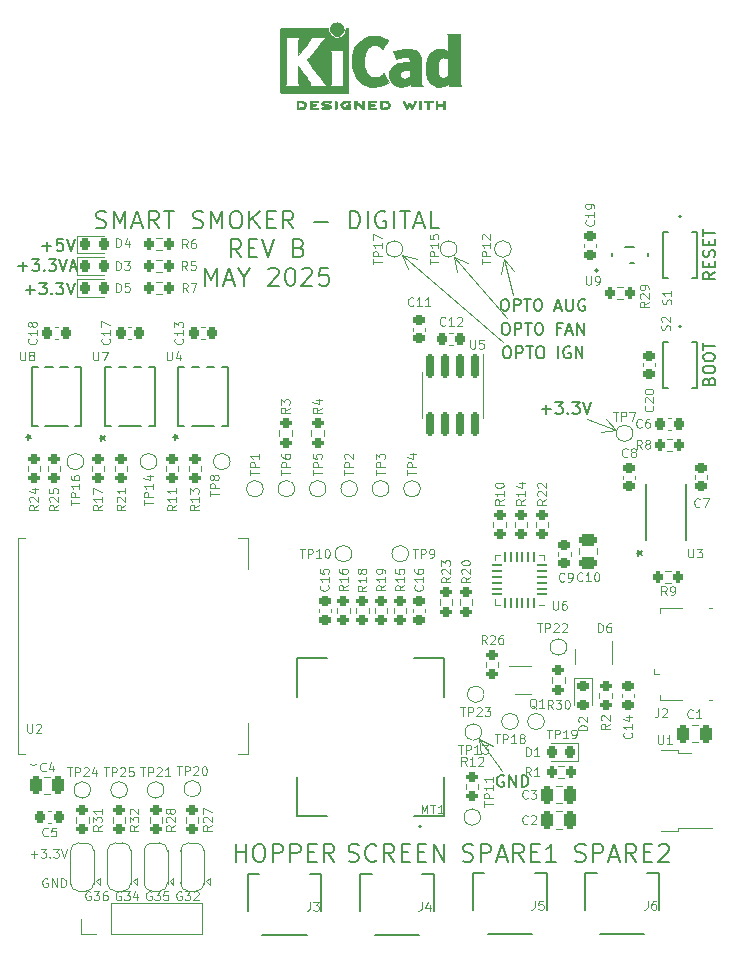
<source format=gto>
G04 #@! TF.GenerationSoftware,KiCad,Pcbnew,(6.0.11-0)*
G04 #@! TF.CreationDate,2025-05-12T21:09:53-06:00*
G04 #@! TF.ProjectId,DigitalPCB,44696769-7461-46c5-9043-422e6b696361,rev?*
G04 #@! TF.SameCoordinates,Original*
G04 #@! TF.FileFunction,Legend,Top*
G04 #@! TF.FilePolarity,Positive*
%FSLAX46Y46*%
G04 Gerber Fmt 4.6, Leading zero omitted, Abs format (unit mm)*
G04 Created by KiCad (PCBNEW (6.0.11-0)) date 2025-05-12 21:09:53*
%MOMM*%
%LPD*%
G01*
G04 APERTURE LIST*
G04 Aperture macros list*
%AMRoundRect*
0 Rectangle with rounded corners*
0 $1 Rounding radius*
0 $2 $3 $4 $5 $6 $7 $8 $9 X,Y pos of 4 corners*
0 Add a 4 corners polygon primitive as box body*
4,1,4,$2,$3,$4,$5,$6,$7,$8,$9,$2,$3,0*
0 Add four circle primitives for the rounded corners*
1,1,$1+$1,$2,$3*
1,1,$1+$1,$4,$5*
1,1,$1+$1,$6,$7*
1,1,$1+$1,$8,$9*
0 Add four rect primitives between the rounded corners*
20,1,$1+$1,$2,$3,$4,$5,0*
20,1,$1+$1,$4,$5,$6,$7,0*
20,1,$1+$1,$6,$7,$8,$9,0*
20,1,$1+$1,$8,$9,$2,$3,0*%
%AMFreePoly0*
4,1,22,0.550000,-0.750000,0.000000,-0.750000,0.000000,-0.745033,-0.079941,-0.743568,-0.215256,-0.701293,-0.333266,-0.622738,-0.424486,-0.514219,-0.481581,-0.384460,-0.499164,-0.250000,-0.500000,-0.250000,-0.500000,0.250000,-0.499164,0.250000,-0.499963,0.256109,-0.478152,0.396186,-0.417904,0.524511,-0.324060,0.630769,-0.204165,0.706417,-0.067858,0.745374,0.000000,0.744959,0.000000,0.750000,
0.550000,0.750000,0.550000,-0.750000,0.550000,-0.750000,$1*%
%AMFreePoly1*
4,1,20,0.000000,0.744959,0.073905,0.744508,0.209726,0.703889,0.328688,0.626782,0.421226,0.519385,0.479903,0.390333,0.500000,0.250000,0.500000,-0.250000,0.499851,-0.262216,0.476331,-0.402017,0.414519,-0.529596,0.319384,-0.634700,0.198574,-0.708877,0.061801,-0.746166,0.000000,-0.745033,0.000000,-0.750000,-0.550000,-0.750000,-0.550000,0.750000,0.000000,0.750000,0.000000,0.744959,
0.000000,0.744959,$1*%
G04 Aperture macros list end*
%ADD10C,0.100000*%
%ADD11C,0.200000*%
%ADD12C,0.150000*%
%ADD13C,0.050000*%
%ADD14C,0.010000*%
%ADD15C,0.120000*%
%ADD16C,0.127000*%
%ADD17C,0.152400*%
%ADD18RoundRect,0.200000X0.275000X-0.200000X0.275000X0.200000X-0.275000X0.200000X-0.275000X-0.200000X0*%
%ADD19RoundRect,0.225000X-0.250000X0.225000X-0.250000X-0.225000X0.250000X-0.225000X0.250000X0.225000X0*%
%ADD20RoundRect,0.200000X-0.275000X0.200000X-0.275000X-0.200000X0.275000X-0.200000X0.275000X0.200000X0*%
%ADD21RoundRect,0.225000X-0.225000X-0.250000X0.225000X-0.250000X0.225000X0.250000X-0.225000X0.250000X0*%
%ADD22R,1.400000X0.950000*%
%ADD23RoundRect,0.225000X0.250000X-0.225000X0.250000X0.225000X-0.250000X0.225000X-0.250000X-0.225000X0*%
%ADD24C,1.000000*%
%ADD25R,0.939800X1.625600*%
%ADD26R,0.508000X1.625600*%
%ADD27RoundRect,0.218750X0.218750X0.256250X-0.218750X0.256250X-0.218750X-0.256250X0.218750X-0.256250X0*%
%ADD28RoundRect,0.218750X-0.256250X0.218750X-0.256250X-0.218750X0.256250X-0.218750X0.256250X0.218750X0*%
%ADD29R,0.355600X1.778000*%
%ADD30R,0.609600X1.549400*%
%ADD31R,1.193800X1.803400*%
%ADD32C,5.600000*%
%ADD33R,1.350000X0.400000*%
%ADD34R,1.900000X1.200000*%
%ADD35O,1.900000X1.200000*%
%ADD36R,1.900000X1.500000*%
%ADD37C,1.450000*%
%ADD38RoundRect,0.250000X-0.475000X0.250000X-0.475000X-0.250000X0.475000X-0.250000X0.475000X0.250000X0*%
%ADD39RoundRect,0.218750X-0.218750X-0.256250X0.218750X-0.256250X0.218750X0.256250X-0.218750X0.256250X0*%
%ADD40RoundRect,0.200000X0.200000X0.275000X-0.200000X0.275000X-0.200000X-0.275000X0.200000X-0.275000X0*%
%ADD41RoundRect,0.250000X-0.250000X-0.475000X0.250000X-0.475000X0.250000X0.475000X-0.250000X0.475000X0*%
%ADD42R,2.200000X1.200000*%
%ADD43R,6.400000X5.800000*%
%ADD44FreePoly0,90.000000*%
%ADD45R,1.500000X1.000000*%
%ADD46FreePoly1,90.000000*%
%ADD47RoundRect,0.062500X0.350000X0.062500X-0.350000X0.062500X-0.350000X-0.062500X0.350000X-0.062500X0*%
%ADD48RoundRect,0.062500X0.062500X0.350000X-0.062500X0.350000X-0.062500X-0.350000X0.062500X-0.350000X0*%
%ADD49R,2.600000X2.600000*%
%ADD50RoundRect,0.150000X-0.150000X0.825000X-0.150000X-0.825000X0.150000X-0.825000X0.150000X0.825000X0*%
%ADD51R,1.650000X1.650000*%
%ADD52C,1.650000*%
%ADD53O,3.000000X6.000000*%
%ADD54RoundRect,0.250000X0.250000X0.475000X-0.250000X0.475000X-0.250000X-0.475000X0.250000X-0.475000X0*%
%ADD55R,0.406400X1.219200*%
%ADD56R,0.889000X1.498600*%
%ADD57R,1.498600X0.889000*%
%ADD58R,0.889000X0.889000*%
%ADD59R,1.700000X1.700000*%
%ADD60O,1.700000X1.700000*%
%ADD61R,0.650000X0.400000*%
%ADD62R,1.000000X0.700000*%
%ADD63R,0.600000X0.700000*%
G04 APERTURE END LIST*
D10*
X58835475Y-125625000D02*
X58764047Y-125589285D01*
X58656904Y-125589285D01*
X58549761Y-125625000D01*
X58478333Y-125696428D01*
X58442618Y-125767857D01*
X58406904Y-125910714D01*
X58406904Y-126017857D01*
X58442618Y-126160714D01*
X58478333Y-126232142D01*
X58549761Y-126303571D01*
X58656904Y-126339285D01*
X58728333Y-126339285D01*
X58835475Y-126303571D01*
X58871190Y-126267857D01*
X58871190Y-126017857D01*
X58728333Y-126017857D01*
X59121190Y-125589285D02*
X59585475Y-125589285D01*
X59335475Y-125875000D01*
X59442618Y-125875000D01*
X59514047Y-125910714D01*
X59549761Y-125946428D01*
X59585475Y-126017857D01*
X59585475Y-126196428D01*
X59549761Y-126267857D01*
X59514047Y-126303571D01*
X59442618Y-126339285D01*
X59228333Y-126339285D01*
X59156904Y-126303571D01*
X59121190Y-126267857D01*
X60228333Y-125839285D02*
X60228333Y-126339285D01*
X60049761Y-125553571D02*
X59871190Y-126089285D01*
X60335475Y-126089285D01*
D11*
X78128571Y-123007142D02*
X78342857Y-123078571D01*
X78700000Y-123078571D01*
X78842857Y-123007142D01*
X78914285Y-122935714D01*
X78985714Y-122792857D01*
X78985714Y-122650000D01*
X78914285Y-122507142D01*
X78842857Y-122435714D01*
X78700000Y-122364285D01*
X78414285Y-122292857D01*
X78271428Y-122221428D01*
X78200000Y-122150000D01*
X78128571Y-122007142D01*
X78128571Y-121864285D01*
X78200000Y-121721428D01*
X78271428Y-121650000D01*
X78414285Y-121578571D01*
X78771428Y-121578571D01*
X78985714Y-121650000D01*
X80485714Y-122935714D02*
X80414285Y-123007142D01*
X80200000Y-123078571D01*
X80057142Y-123078571D01*
X79842857Y-123007142D01*
X79700000Y-122864285D01*
X79628571Y-122721428D01*
X79557142Y-122435714D01*
X79557142Y-122221428D01*
X79628571Y-121935714D01*
X79700000Y-121792857D01*
X79842857Y-121650000D01*
X80057142Y-121578571D01*
X80200000Y-121578571D01*
X80414285Y-121650000D01*
X80485714Y-121721428D01*
X81985714Y-123078571D02*
X81485714Y-122364285D01*
X81128571Y-123078571D02*
X81128571Y-121578571D01*
X81700000Y-121578571D01*
X81842857Y-121650000D01*
X81914285Y-121721428D01*
X81985714Y-121864285D01*
X81985714Y-122078571D01*
X81914285Y-122221428D01*
X81842857Y-122292857D01*
X81700000Y-122364285D01*
X81128571Y-122364285D01*
X82628571Y-122292857D02*
X83128571Y-122292857D01*
X83342857Y-123078571D02*
X82628571Y-123078571D01*
X82628571Y-121578571D01*
X83342857Y-121578571D01*
X83985714Y-122292857D02*
X84485714Y-122292857D01*
X84700000Y-123078571D02*
X83985714Y-123078571D01*
X83985714Y-121578571D01*
X84700000Y-121578571D01*
X85342857Y-123078571D02*
X85342857Y-121578571D01*
X86200000Y-123078571D01*
X86200000Y-121578571D01*
D10*
X61408808Y-125625000D02*
X61337380Y-125589285D01*
X61230237Y-125589285D01*
X61123094Y-125625000D01*
X61051666Y-125696428D01*
X61015951Y-125767857D01*
X60980237Y-125910714D01*
X60980237Y-126017857D01*
X61015951Y-126160714D01*
X61051666Y-126232142D01*
X61123094Y-126303571D01*
X61230237Y-126339285D01*
X61301666Y-126339285D01*
X61408808Y-126303571D01*
X61444523Y-126267857D01*
X61444523Y-126017857D01*
X61301666Y-126017857D01*
X61694523Y-125589285D02*
X62158808Y-125589285D01*
X61908808Y-125875000D01*
X62015951Y-125875000D01*
X62087380Y-125910714D01*
X62123094Y-125946428D01*
X62158808Y-126017857D01*
X62158808Y-126196428D01*
X62123094Y-126267857D01*
X62087380Y-126303571D01*
X62015951Y-126339285D01*
X61801666Y-126339285D01*
X61730237Y-126303571D01*
X61694523Y-126267857D01*
X62837380Y-125589285D02*
X62480237Y-125589285D01*
X62444523Y-125946428D01*
X62480237Y-125910714D01*
X62551666Y-125875000D01*
X62730237Y-125875000D01*
X62801666Y-125910714D01*
X62837380Y-125946428D01*
X62873094Y-126017857D01*
X62873094Y-126196428D01*
X62837380Y-126267857D01*
X62801666Y-126303571D01*
X62730237Y-126339285D01*
X62551666Y-126339285D01*
X62480237Y-126303571D01*
X62444523Y-126267857D01*
X52628571Y-124525000D02*
X52557142Y-124489285D01*
X52450000Y-124489285D01*
X52342857Y-124525000D01*
X52271428Y-124596428D01*
X52235714Y-124667857D01*
X52200000Y-124810714D01*
X52200000Y-124917857D01*
X52235714Y-125060714D01*
X52271428Y-125132142D01*
X52342857Y-125203571D01*
X52450000Y-125239285D01*
X52521428Y-125239285D01*
X52628571Y-125203571D01*
X52664285Y-125167857D01*
X52664285Y-124917857D01*
X52521428Y-124917857D01*
X52985714Y-125239285D02*
X52985714Y-124489285D01*
X53414285Y-125239285D01*
X53414285Y-124489285D01*
X53771428Y-125239285D02*
X53771428Y-124489285D01*
X53950000Y-124489285D01*
X54057142Y-124525000D01*
X54128571Y-124596428D01*
X54164285Y-124667857D01*
X54200000Y-124810714D01*
X54200000Y-124917857D01*
X54164285Y-125060714D01*
X54128571Y-125132142D01*
X54057142Y-125203571D01*
X53950000Y-125239285D01*
X53771428Y-125239285D01*
D12*
X50800000Y-74671428D02*
X51561904Y-74671428D01*
X51180952Y-75052380D02*
X51180952Y-74290476D01*
X51942857Y-74052380D02*
X52561904Y-74052380D01*
X52228571Y-74433333D01*
X52371428Y-74433333D01*
X52466666Y-74480952D01*
X52514285Y-74528571D01*
X52561904Y-74623809D01*
X52561904Y-74861904D01*
X52514285Y-74957142D01*
X52466666Y-75004761D01*
X52371428Y-75052380D01*
X52085714Y-75052380D01*
X51990476Y-75004761D01*
X51942857Y-74957142D01*
X52990476Y-74957142D02*
X53038095Y-75004761D01*
X52990476Y-75052380D01*
X52942857Y-75004761D01*
X52990476Y-74957142D01*
X52990476Y-75052380D01*
X53371428Y-74052380D02*
X53990476Y-74052380D01*
X53657142Y-74433333D01*
X53800000Y-74433333D01*
X53895238Y-74480952D01*
X53942857Y-74528571D01*
X53990476Y-74623809D01*
X53990476Y-74861904D01*
X53942857Y-74957142D01*
X53895238Y-75004761D01*
X53800000Y-75052380D01*
X53514285Y-75052380D01*
X53419047Y-75004761D01*
X53371428Y-74957142D01*
X54276190Y-74052380D02*
X54609523Y-75052380D01*
X54942857Y-74052380D01*
D10*
X51200000Y-122453571D02*
X51771428Y-122453571D01*
X51485714Y-122739285D02*
X51485714Y-122167857D01*
X52057142Y-121989285D02*
X52521428Y-121989285D01*
X52271428Y-122275000D01*
X52378571Y-122275000D01*
X52450000Y-122310714D01*
X52485714Y-122346428D01*
X52521428Y-122417857D01*
X52521428Y-122596428D01*
X52485714Y-122667857D01*
X52450000Y-122703571D01*
X52378571Y-122739285D01*
X52164285Y-122739285D01*
X52092857Y-122703571D01*
X52057142Y-122667857D01*
X52842857Y-122667857D02*
X52878571Y-122703571D01*
X52842857Y-122739285D01*
X52807142Y-122703571D01*
X52842857Y-122667857D01*
X52842857Y-122739285D01*
X53128571Y-121989285D02*
X53592857Y-121989285D01*
X53342857Y-122275000D01*
X53450000Y-122275000D01*
X53521428Y-122310714D01*
X53557142Y-122346428D01*
X53592857Y-122417857D01*
X53592857Y-122596428D01*
X53557142Y-122667857D01*
X53521428Y-122703571D01*
X53450000Y-122739285D01*
X53235714Y-122739285D01*
X53164285Y-122703571D01*
X53128571Y-122667857D01*
X53807142Y-121989285D02*
X54057142Y-122739285D01*
X54307142Y-121989285D01*
D11*
X97335712Y-123007142D02*
X97549998Y-123078571D01*
X97907140Y-123078571D01*
X98049998Y-123007142D01*
X98121426Y-122935714D01*
X98192855Y-122792857D01*
X98192855Y-122650000D01*
X98121426Y-122507142D01*
X98049998Y-122435714D01*
X97907140Y-122364285D01*
X97621426Y-122292857D01*
X97478569Y-122221428D01*
X97407140Y-122150000D01*
X97335712Y-122007142D01*
X97335712Y-121864285D01*
X97407140Y-121721428D01*
X97478569Y-121650000D01*
X97621426Y-121578571D01*
X97978569Y-121578571D01*
X98192855Y-121650000D01*
X98835712Y-123078571D02*
X98835712Y-121578571D01*
X99407140Y-121578571D01*
X99549998Y-121650000D01*
X99621426Y-121721428D01*
X99692855Y-121864285D01*
X99692855Y-122078571D01*
X99621426Y-122221428D01*
X99549998Y-122292857D01*
X99407140Y-122364285D01*
X98835712Y-122364285D01*
X100264283Y-122650000D02*
X100978569Y-122650000D01*
X100121426Y-123078571D02*
X100621426Y-121578571D01*
X101121426Y-123078571D01*
X102478569Y-123078571D02*
X101978569Y-122364285D01*
X101621426Y-123078571D02*
X101621426Y-121578571D01*
X102192855Y-121578571D01*
X102335712Y-121650000D01*
X102407140Y-121721428D01*
X102478569Y-121864285D01*
X102478569Y-122078571D01*
X102407140Y-122221428D01*
X102335712Y-122292857D01*
X102192855Y-122364285D01*
X101621426Y-122364285D01*
X103121426Y-122292857D02*
X103621426Y-122292857D01*
X103835712Y-123078571D02*
X103121426Y-123078571D01*
X103121426Y-121578571D01*
X103835712Y-121578571D01*
X104407140Y-121721428D02*
X104478569Y-121650000D01*
X104621426Y-121578571D01*
X104978569Y-121578571D01*
X105121426Y-121650000D01*
X105192855Y-121721428D01*
X105264283Y-121864285D01*
X105264283Y-122007142D01*
X105192855Y-122221428D01*
X104335712Y-123078571D01*
X105264283Y-123078571D01*
X87804062Y-123007142D02*
X88018348Y-123078571D01*
X88375490Y-123078571D01*
X88518348Y-123007142D01*
X88589776Y-122935714D01*
X88661205Y-122792857D01*
X88661205Y-122650000D01*
X88589776Y-122507142D01*
X88518348Y-122435714D01*
X88375490Y-122364285D01*
X88089776Y-122292857D01*
X87946919Y-122221428D01*
X87875490Y-122150000D01*
X87804062Y-122007142D01*
X87804062Y-121864285D01*
X87875490Y-121721428D01*
X87946919Y-121650000D01*
X88089776Y-121578571D01*
X88446919Y-121578571D01*
X88661205Y-121650000D01*
X89304062Y-123078571D02*
X89304062Y-121578571D01*
X89875490Y-121578571D01*
X90018348Y-121650000D01*
X90089776Y-121721428D01*
X90161205Y-121864285D01*
X90161205Y-122078571D01*
X90089776Y-122221428D01*
X90018348Y-122292857D01*
X89875490Y-122364285D01*
X89304062Y-122364285D01*
X90732633Y-122650000D02*
X91446919Y-122650000D01*
X90589776Y-123078571D02*
X91089776Y-121578571D01*
X91589776Y-123078571D01*
X92946919Y-123078571D02*
X92446919Y-122364285D01*
X92089776Y-123078571D02*
X92089776Y-121578571D01*
X92661205Y-121578571D01*
X92804062Y-121650000D01*
X92875490Y-121721428D01*
X92946919Y-121864285D01*
X92946919Y-122078571D01*
X92875490Y-122221428D01*
X92804062Y-122292857D01*
X92661205Y-122364285D01*
X92089776Y-122364285D01*
X93589776Y-122292857D02*
X94089776Y-122292857D01*
X94304062Y-123078571D02*
X93589776Y-123078571D01*
X93589776Y-121578571D01*
X94304062Y-121578571D01*
X95732633Y-123078571D02*
X94875490Y-123078571D01*
X95304062Y-123078571D02*
X95304062Y-121578571D01*
X95161205Y-121792857D01*
X95018348Y-121935714D01*
X94875490Y-122007142D01*
D12*
X108628571Y-82357142D02*
X108676190Y-82214285D01*
X108723809Y-82166666D01*
X108819047Y-82119047D01*
X108961904Y-82119047D01*
X109057142Y-82166666D01*
X109104761Y-82214285D01*
X109152380Y-82309523D01*
X109152380Y-82690476D01*
X108152380Y-82690476D01*
X108152380Y-82357142D01*
X108200000Y-82261904D01*
X108247619Y-82214285D01*
X108342857Y-82166666D01*
X108438095Y-82166666D01*
X108533333Y-82214285D01*
X108580952Y-82261904D01*
X108628571Y-82357142D01*
X108628571Y-82690476D01*
X108152380Y-81500000D02*
X108152380Y-81309523D01*
X108200000Y-81214285D01*
X108295238Y-81119047D01*
X108485714Y-81071428D01*
X108819047Y-81071428D01*
X109009523Y-81119047D01*
X109104761Y-81214285D01*
X109152380Y-81309523D01*
X109152380Y-81500000D01*
X109104761Y-81595238D01*
X109009523Y-81690476D01*
X108819047Y-81738095D01*
X108485714Y-81738095D01*
X108295238Y-81690476D01*
X108200000Y-81595238D01*
X108152380Y-81500000D01*
X108152380Y-80452380D02*
X108152380Y-80261904D01*
X108200000Y-80166666D01*
X108295238Y-80071428D01*
X108485714Y-80023809D01*
X108819047Y-80023809D01*
X109009523Y-80071428D01*
X109104761Y-80166666D01*
X109152380Y-80261904D01*
X109152380Y-80452380D01*
X109104761Y-80547619D01*
X109009523Y-80642857D01*
X108819047Y-80690476D01*
X108485714Y-80690476D01*
X108295238Y-80642857D01*
X108200000Y-80547619D01*
X108152380Y-80452380D01*
X108152380Y-79738095D02*
X108152380Y-79166666D01*
X109152380Y-79452380D02*
X108152380Y-79452380D01*
X109152380Y-73152380D02*
X108676190Y-73485714D01*
X109152380Y-73723809D02*
X108152380Y-73723809D01*
X108152380Y-73342857D01*
X108200000Y-73247619D01*
X108247619Y-73200000D01*
X108342857Y-73152380D01*
X108485714Y-73152380D01*
X108580952Y-73200000D01*
X108628571Y-73247619D01*
X108676190Y-73342857D01*
X108676190Y-73723809D01*
X108628571Y-72723809D02*
X108628571Y-72390476D01*
X109152380Y-72247619D02*
X109152380Y-72723809D01*
X108152380Y-72723809D01*
X108152380Y-72247619D01*
X109104761Y-71866666D02*
X109152380Y-71723809D01*
X109152380Y-71485714D01*
X109104761Y-71390476D01*
X109057142Y-71342857D01*
X108961904Y-71295238D01*
X108866666Y-71295238D01*
X108771428Y-71342857D01*
X108723809Y-71390476D01*
X108676190Y-71485714D01*
X108628571Y-71676190D01*
X108580952Y-71771428D01*
X108533333Y-71819047D01*
X108438095Y-71866666D01*
X108342857Y-71866666D01*
X108247619Y-71819047D01*
X108200000Y-71771428D01*
X108152380Y-71676190D01*
X108152380Y-71438095D01*
X108200000Y-71295238D01*
X108628571Y-70866666D02*
X108628571Y-70533333D01*
X109152380Y-70390476D02*
X109152380Y-70866666D01*
X108152380Y-70866666D01*
X108152380Y-70390476D01*
X108152380Y-70104761D02*
X108152380Y-69533333D01*
X109152380Y-69819047D02*
X108152380Y-69819047D01*
D11*
X68562192Y-123078571D02*
X68562192Y-121578571D01*
X68562192Y-122292857D02*
X69419335Y-122292857D01*
X69419335Y-123078571D02*
X69419335Y-121578571D01*
X70419335Y-121578571D02*
X70705050Y-121578571D01*
X70847907Y-121650000D01*
X70990764Y-121792857D01*
X71062192Y-122078571D01*
X71062192Y-122578571D01*
X70990764Y-122864285D01*
X70847907Y-123007142D01*
X70705050Y-123078571D01*
X70419335Y-123078571D01*
X70276478Y-123007142D01*
X70133621Y-122864285D01*
X70062192Y-122578571D01*
X70062192Y-122078571D01*
X70133621Y-121792857D01*
X70276478Y-121650000D01*
X70419335Y-121578571D01*
X71705050Y-123078571D02*
X71705050Y-121578571D01*
X72276478Y-121578571D01*
X72419335Y-121650000D01*
X72490764Y-121721428D01*
X72562192Y-121864285D01*
X72562192Y-122078571D01*
X72490764Y-122221428D01*
X72419335Y-122292857D01*
X72276478Y-122364285D01*
X71705050Y-122364285D01*
X73205050Y-123078571D02*
X73205050Y-121578571D01*
X73776478Y-121578571D01*
X73919335Y-121650000D01*
X73990764Y-121721428D01*
X74062192Y-121864285D01*
X74062192Y-122078571D01*
X73990764Y-122221428D01*
X73919335Y-122292857D01*
X73776478Y-122364285D01*
X73205050Y-122364285D01*
X74705050Y-122292857D02*
X75205050Y-122292857D01*
X75419335Y-123078571D02*
X74705050Y-123078571D01*
X74705050Y-121578571D01*
X75419335Y-121578571D01*
X76919335Y-123078571D02*
X76419335Y-122364285D01*
X76062192Y-123078571D02*
X76062192Y-121578571D01*
X76633621Y-121578571D01*
X76776478Y-121650000D01*
X76847907Y-121721428D01*
X76919335Y-121864285D01*
X76919335Y-122078571D01*
X76847907Y-122221428D01*
X76776478Y-122292857D01*
X76633621Y-122364285D01*
X76062192Y-122364285D01*
D12*
X50171428Y-72671428D02*
X50933333Y-72671428D01*
X50552380Y-73052380D02*
X50552380Y-72290476D01*
X51314285Y-72052380D02*
X51933333Y-72052380D01*
X51600000Y-72433333D01*
X51742857Y-72433333D01*
X51838095Y-72480952D01*
X51885714Y-72528571D01*
X51933333Y-72623809D01*
X51933333Y-72861904D01*
X51885714Y-72957142D01*
X51838095Y-73004761D01*
X51742857Y-73052380D01*
X51457142Y-73052380D01*
X51361904Y-73004761D01*
X51314285Y-72957142D01*
X52361904Y-72957142D02*
X52409523Y-73004761D01*
X52361904Y-73052380D01*
X52314285Y-73004761D01*
X52361904Y-72957142D01*
X52361904Y-73052380D01*
X52742857Y-72052380D02*
X53361904Y-72052380D01*
X53028571Y-72433333D01*
X53171428Y-72433333D01*
X53266666Y-72480952D01*
X53314285Y-72528571D01*
X53361904Y-72623809D01*
X53361904Y-72861904D01*
X53314285Y-72957142D01*
X53266666Y-73004761D01*
X53171428Y-73052380D01*
X52885714Y-73052380D01*
X52790476Y-73004761D01*
X52742857Y-72957142D01*
X53647619Y-72052380D02*
X53980952Y-73052380D01*
X54314285Y-72052380D01*
X54600000Y-72766666D02*
X55076190Y-72766666D01*
X54504761Y-73052380D02*
X54838095Y-72052380D01*
X55171428Y-73052380D01*
D11*
X56735714Y-69392142D02*
X56950000Y-69463571D01*
X57307142Y-69463571D01*
X57450000Y-69392142D01*
X57521428Y-69320714D01*
X57592857Y-69177857D01*
X57592857Y-69035000D01*
X57521428Y-68892142D01*
X57450000Y-68820714D01*
X57307142Y-68749285D01*
X57021428Y-68677857D01*
X56878571Y-68606428D01*
X56807142Y-68535000D01*
X56735714Y-68392142D01*
X56735714Y-68249285D01*
X56807142Y-68106428D01*
X56878571Y-68035000D01*
X57021428Y-67963571D01*
X57378571Y-67963571D01*
X57592857Y-68035000D01*
X58235714Y-69463571D02*
X58235714Y-67963571D01*
X58735714Y-69035000D01*
X59235714Y-67963571D01*
X59235714Y-69463571D01*
X59878571Y-69035000D02*
X60592857Y-69035000D01*
X59735714Y-69463571D02*
X60235714Y-67963571D01*
X60735714Y-69463571D01*
X62092857Y-69463571D02*
X61592857Y-68749285D01*
X61235714Y-69463571D02*
X61235714Y-67963571D01*
X61807142Y-67963571D01*
X61950000Y-68035000D01*
X62021428Y-68106428D01*
X62092857Y-68249285D01*
X62092857Y-68463571D01*
X62021428Y-68606428D01*
X61950000Y-68677857D01*
X61807142Y-68749285D01*
X61235714Y-68749285D01*
X62521428Y-67963571D02*
X63378571Y-67963571D01*
X62950000Y-69463571D02*
X62950000Y-67963571D01*
X64950000Y-69392142D02*
X65164285Y-69463571D01*
X65521428Y-69463571D01*
X65664285Y-69392142D01*
X65735714Y-69320714D01*
X65807142Y-69177857D01*
X65807142Y-69035000D01*
X65735714Y-68892142D01*
X65664285Y-68820714D01*
X65521428Y-68749285D01*
X65235714Y-68677857D01*
X65092857Y-68606428D01*
X65021428Y-68535000D01*
X64950000Y-68392142D01*
X64950000Y-68249285D01*
X65021428Y-68106428D01*
X65092857Y-68035000D01*
X65235714Y-67963571D01*
X65592857Y-67963571D01*
X65807142Y-68035000D01*
X66450000Y-69463571D02*
X66450000Y-67963571D01*
X66950000Y-69035000D01*
X67450000Y-67963571D01*
X67450000Y-69463571D01*
X68450000Y-67963571D02*
X68735714Y-67963571D01*
X68878571Y-68035000D01*
X69021428Y-68177857D01*
X69092857Y-68463571D01*
X69092857Y-68963571D01*
X69021428Y-69249285D01*
X68878571Y-69392142D01*
X68735714Y-69463571D01*
X68450000Y-69463571D01*
X68307142Y-69392142D01*
X68164285Y-69249285D01*
X68092857Y-68963571D01*
X68092857Y-68463571D01*
X68164285Y-68177857D01*
X68307142Y-68035000D01*
X68450000Y-67963571D01*
X69735714Y-69463571D02*
X69735714Y-67963571D01*
X70592857Y-69463571D02*
X69950000Y-68606428D01*
X70592857Y-67963571D02*
X69735714Y-68820714D01*
X71235714Y-68677857D02*
X71735714Y-68677857D01*
X71950000Y-69463571D02*
X71235714Y-69463571D01*
X71235714Y-67963571D01*
X71950000Y-67963571D01*
X73450000Y-69463571D02*
X72950000Y-68749285D01*
X72592857Y-69463571D02*
X72592857Y-67963571D01*
X73164285Y-67963571D01*
X73307142Y-68035000D01*
X73378571Y-68106428D01*
X73450000Y-68249285D01*
X73450000Y-68463571D01*
X73378571Y-68606428D01*
X73307142Y-68677857D01*
X73164285Y-68749285D01*
X72592857Y-68749285D01*
X75235714Y-68892142D02*
X76378571Y-68892142D01*
X78235714Y-69463571D02*
X78235714Y-67963571D01*
X78592857Y-67963571D01*
X78807142Y-68035000D01*
X78950000Y-68177857D01*
X79021428Y-68320714D01*
X79092857Y-68606428D01*
X79092857Y-68820714D01*
X79021428Y-69106428D01*
X78950000Y-69249285D01*
X78807142Y-69392142D01*
X78592857Y-69463571D01*
X78235714Y-69463571D01*
X79735714Y-69463571D02*
X79735714Y-67963571D01*
X81235714Y-68035000D02*
X81092857Y-67963571D01*
X80878571Y-67963571D01*
X80664285Y-68035000D01*
X80521428Y-68177857D01*
X80450000Y-68320714D01*
X80378571Y-68606428D01*
X80378571Y-68820714D01*
X80450000Y-69106428D01*
X80521428Y-69249285D01*
X80664285Y-69392142D01*
X80878571Y-69463571D01*
X81021428Y-69463571D01*
X81235714Y-69392142D01*
X81307142Y-69320714D01*
X81307142Y-68820714D01*
X81021428Y-68820714D01*
X81950000Y-69463571D02*
X81950000Y-67963571D01*
X82450000Y-67963571D02*
X83307142Y-67963571D01*
X82878571Y-69463571D02*
X82878571Y-67963571D01*
X83735714Y-69035000D02*
X84450000Y-69035000D01*
X83592857Y-69463571D02*
X84092857Y-67963571D01*
X84592857Y-69463571D01*
X85807142Y-69463571D02*
X85092857Y-69463571D01*
X85092857Y-67963571D01*
X69021428Y-71878571D02*
X68521428Y-71164285D01*
X68164285Y-71878571D02*
X68164285Y-70378571D01*
X68735714Y-70378571D01*
X68878571Y-70450000D01*
X68950000Y-70521428D01*
X69021428Y-70664285D01*
X69021428Y-70878571D01*
X68950000Y-71021428D01*
X68878571Y-71092857D01*
X68735714Y-71164285D01*
X68164285Y-71164285D01*
X69664285Y-71092857D02*
X70164285Y-71092857D01*
X70378571Y-71878571D02*
X69664285Y-71878571D01*
X69664285Y-70378571D01*
X70378571Y-70378571D01*
X70807142Y-70378571D02*
X71307142Y-71878571D01*
X71807142Y-70378571D01*
X73950000Y-71092857D02*
X74164285Y-71164285D01*
X74235714Y-71235714D01*
X74307142Y-71378571D01*
X74307142Y-71592857D01*
X74235714Y-71735714D01*
X74164285Y-71807142D01*
X74021428Y-71878571D01*
X73450000Y-71878571D01*
X73450000Y-70378571D01*
X73950000Y-70378571D01*
X74092857Y-70450000D01*
X74164285Y-70521428D01*
X74235714Y-70664285D01*
X74235714Y-70807142D01*
X74164285Y-70950000D01*
X74092857Y-71021428D01*
X73950000Y-71092857D01*
X73450000Y-71092857D01*
X65985714Y-74293571D02*
X65985714Y-72793571D01*
X66485714Y-73865000D01*
X66985714Y-72793571D01*
X66985714Y-74293571D01*
X67628571Y-73865000D02*
X68342857Y-73865000D01*
X67485714Y-74293571D02*
X67985714Y-72793571D01*
X68485714Y-74293571D01*
X69271428Y-73579285D02*
X69271428Y-74293571D01*
X68771428Y-72793571D02*
X69271428Y-73579285D01*
X69771428Y-72793571D01*
X71342857Y-72936428D02*
X71414285Y-72865000D01*
X71557142Y-72793571D01*
X71914285Y-72793571D01*
X72057142Y-72865000D01*
X72128571Y-72936428D01*
X72200000Y-73079285D01*
X72200000Y-73222142D01*
X72128571Y-73436428D01*
X71271428Y-74293571D01*
X72200000Y-74293571D01*
X73128571Y-72793571D02*
X73271428Y-72793571D01*
X73414285Y-72865000D01*
X73485714Y-72936428D01*
X73557142Y-73079285D01*
X73628571Y-73365000D01*
X73628571Y-73722142D01*
X73557142Y-74007857D01*
X73485714Y-74150714D01*
X73414285Y-74222142D01*
X73271428Y-74293571D01*
X73128571Y-74293571D01*
X72985714Y-74222142D01*
X72914285Y-74150714D01*
X72842857Y-74007857D01*
X72771428Y-73722142D01*
X72771428Y-73365000D01*
X72842857Y-73079285D01*
X72914285Y-72936428D01*
X72985714Y-72865000D01*
X73128571Y-72793571D01*
X74200000Y-72936428D02*
X74271428Y-72865000D01*
X74414285Y-72793571D01*
X74771428Y-72793571D01*
X74914285Y-72865000D01*
X74985714Y-72936428D01*
X75057142Y-73079285D01*
X75057142Y-73222142D01*
X74985714Y-73436428D01*
X74128571Y-74293571D01*
X75057142Y-74293571D01*
X76414285Y-72793571D02*
X75700000Y-72793571D01*
X75628571Y-73507857D01*
X75700000Y-73436428D01*
X75842857Y-73365000D01*
X76200000Y-73365000D01*
X76342857Y-73436428D01*
X76414285Y-73507857D01*
X76485714Y-73650714D01*
X76485714Y-74007857D01*
X76414285Y-74150714D01*
X76342857Y-74222142D01*
X76200000Y-74293571D01*
X75842857Y-74293571D01*
X75700000Y-74222142D01*
X75628571Y-74150714D01*
D12*
X52214285Y-70971428D02*
X52976190Y-70971428D01*
X52595238Y-71352380D02*
X52595238Y-70590476D01*
X53928571Y-70352380D02*
X53452380Y-70352380D01*
X53404761Y-70828571D01*
X53452380Y-70780952D01*
X53547619Y-70733333D01*
X53785714Y-70733333D01*
X53880952Y-70780952D01*
X53928571Y-70828571D01*
X53976190Y-70923809D01*
X53976190Y-71161904D01*
X53928571Y-71257142D01*
X53880952Y-71304761D01*
X53785714Y-71352380D01*
X53547619Y-71352380D01*
X53452380Y-71304761D01*
X53404761Y-71257142D01*
X54261904Y-70352380D02*
X54595238Y-71352380D01*
X54928571Y-70352380D01*
D10*
X63982142Y-125625000D02*
X63910714Y-125589285D01*
X63803571Y-125589285D01*
X63696428Y-125625000D01*
X63625000Y-125696428D01*
X63589285Y-125767857D01*
X63553571Y-125910714D01*
X63553571Y-126017857D01*
X63589285Y-126160714D01*
X63625000Y-126232142D01*
X63696428Y-126303571D01*
X63803571Y-126339285D01*
X63875000Y-126339285D01*
X63982142Y-126303571D01*
X64017857Y-126267857D01*
X64017857Y-126017857D01*
X63875000Y-126017857D01*
X64267857Y-125589285D02*
X64732142Y-125589285D01*
X64482142Y-125875000D01*
X64589285Y-125875000D01*
X64660714Y-125910714D01*
X64696428Y-125946428D01*
X64732142Y-126017857D01*
X64732142Y-126196428D01*
X64696428Y-126267857D01*
X64660714Y-126303571D01*
X64589285Y-126339285D01*
X64375000Y-126339285D01*
X64303571Y-126303571D01*
X64267857Y-126267857D01*
X65017857Y-125660714D02*
X65053571Y-125625000D01*
X65125000Y-125589285D01*
X65303571Y-125589285D01*
X65375000Y-125625000D01*
X65410714Y-125660714D01*
X65446428Y-125732142D01*
X65446428Y-125803571D01*
X65410714Y-125910714D01*
X64982142Y-126339285D01*
X65446428Y-126339285D01*
X56262142Y-125625000D02*
X56190714Y-125589285D01*
X56083571Y-125589285D01*
X55976428Y-125625000D01*
X55905000Y-125696428D01*
X55869285Y-125767857D01*
X55833571Y-125910714D01*
X55833571Y-126017857D01*
X55869285Y-126160714D01*
X55905000Y-126232142D01*
X55976428Y-126303571D01*
X56083571Y-126339285D01*
X56155000Y-126339285D01*
X56262142Y-126303571D01*
X56297857Y-126267857D01*
X56297857Y-126017857D01*
X56155000Y-126017857D01*
X56547857Y-125589285D02*
X57012142Y-125589285D01*
X56762142Y-125875000D01*
X56869285Y-125875000D01*
X56940714Y-125910714D01*
X56976428Y-125946428D01*
X57012142Y-126017857D01*
X57012142Y-126196428D01*
X56976428Y-126267857D01*
X56940714Y-126303571D01*
X56869285Y-126339285D01*
X56655000Y-126339285D01*
X56583571Y-126303571D01*
X56547857Y-126267857D01*
X57655000Y-125589285D02*
X57512142Y-125589285D01*
X57440714Y-125625000D01*
X57405000Y-125660714D01*
X57333571Y-125767857D01*
X57297857Y-125910714D01*
X57297857Y-126196428D01*
X57333571Y-126267857D01*
X57369285Y-126303571D01*
X57440714Y-126339285D01*
X57583571Y-126339285D01*
X57655000Y-126303571D01*
X57690714Y-126267857D01*
X57726428Y-126196428D01*
X57726428Y-126017857D01*
X57690714Y-125946428D01*
X57655000Y-125910714D01*
X57583571Y-125875000D01*
X57440714Y-125875000D01*
X57369285Y-125910714D01*
X57333571Y-125946428D01*
X57297857Y-126017857D01*
D12*
X91457142Y-79452380D02*
X91647619Y-79452380D01*
X91742857Y-79500000D01*
X91838095Y-79595238D01*
X91885714Y-79785714D01*
X91885714Y-80119047D01*
X91838095Y-80309523D01*
X91742857Y-80404761D01*
X91647619Y-80452380D01*
X91457142Y-80452380D01*
X91361904Y-80404761D01*
X91266666Y-80309523D01*
X91219047Y-80119047D01*
X91219047Y-79785714D01*
X91266666Y-79595238D01*
X91361904Y-79500000D01*
X91457142Y-79452380D01*
X92314285Y-80452380D02*
X92314285Y-79452380D01*
X92695238Y-79452380D01*
X92790476Y-79500000D01*
X92838095Y-79547619D01*
X92885714Y-79642857D01*
X92885714Y-79785714D01*
X92838095Y-79880952D01*
X92790476Y-79928571D01*
X92695238Y-79976190D01*
X92314285Y-79976190D01*
X93171428Y-79452380D02*
X93742857Y-79452380D01*
X93457142Y-80452380D02*
X93457142Y-79452380D01*
X94266666Y-79452380D02*
X94457142Y-79452380D01*
X94552380Y-79500000D01*
X94647619Y-79595238D01*
X94695238Y-79785714D01*
X94695238Y-80119047D01*
X94647619Y-80309523D01*
X94552380Y-80404761D01*
X94457142Y-80452380D01*
X94266666Y-80452380D01*
X94171428Y-80404761D01*
X94076190Y-80309523D01*
X94028571Y-80119047D01*
X94028571Y-79785714D01*
X94076190Y-79595238D01*
X94171428Y-79500000D01*
X94266666Y-79452380D01*
X95885714Y-80452380D02*
X95885714Y-79452380D01*
X96885714Y-79500000D02*
X96790476Y-79452380D01*
X96647619Y-79452380D01*
X96504761Y-79500000D01*
X96409523Y-79595238D01*
X96361904Y-79690476D01*
X96314285Y-79880952D01*
X96314285Y-80023809D01*
X96361904Y-80214285D01*
X96409523Y-80309523D01*
X96504761Y-80404761D01*
X96647619Y-80452380D01*
X96742857Y-80452380D01*
X96885714Y-80404761D01*
X96933333Y-80357142D01*
X96933333Y-80023809D01*
X96742857Y-80023809D01*
X97361904Y-80452380D02*
X97361904Y-79452380D01*
X97933333Y-80452380D01*
X97933333Y-79452380D01*
D13*
X82679093Y-71726020D02*
X91233140Y-79082500D01*
X82679093Y-71726020D02*
X83150822Y-72905160D01*
X82679093Y-71726020D02*
X83915561Y-72015929D01*
D12*
X94500000Y-84771428D02*
X95261904Y-84771428D01*
X94880952Y-85152380D02*
X94880952Y-84390476D01*
X95642857Y-84152380D02*
X96261904Y-84152380D01*
X95928571Y-84533333D01*
X96071428Y-84533333D01*
X96166666Y-84580952D01*
X96214285Y-84628571D01*
X96261904Y-84723809D01*
X96261904Y-84961904D01*
X96214285Y-85057142D01*
X96166666Y-85104761D01*
X96071428Y-85152380D01*
X95785714Y-85152380D01*
X95690476Y-85104761D01*
X95642857Y-85057142D01*
X96690476Y-85057142D02*
X96738095Y-85104761D01*
X96690476Y-85152380D01*
X96642857Y-85104761D01*
X96690476Y-85057142D01*
X96690476Y-85152380D01*
X97071428Y-84152380D02*
X97690476Y-84152380D01*
X97357142Y-84533333D01*
X97500000Y-84533333D01*
X97595238Y-84580952D01*
X97642857Y-84628571D01*
X97690476Y-84723809D01*
X97690476Y-84961904D01*
X97642857Y-85057142D01*
X97595238Y-85104761D01*
X97500000Y-85152380D01*
X97214285Y-85152380D01*
X97119047Y-85104761D01*
X97071428Y-85057142D01*
X97976190Y-84152380D02*
X98309523Y-85152380D01*
X98642857Y-84152380D01*
D13*
X100732199Y-86523471D02*
X98331375Y-85617500D01*
X100732199Y-86523471D02*
X99885280Y-85577094D01*
X100732199Y-86523471D02*
X99471200Y-86674407D01*
D12*
X91259404Y-115800000D02*
X91164166Y-115752380D01*
X91021309Y-115752380D01*
X90878452Y-115800000D01*
X90783214Y-115895238D01*
X90735595Y-115990476D01*
X90687976Y-116180952D01*
X90687976Y-116323809D01*
X90735595Y-116514285D01*
X90783214Y-116609523D01*
X90878452Y-116704761D01*
X91021309Y-116752380D01*
X91116547Y-116752380D01*
X91259404Y-116704761D01*
X91307023Y-116657142D01*
X91307023Y-116323809D01*
X91116547Y-116323809D01*
X91735595Y-116752380D02*
X91735595Y-115752380D01*
X92307023Y-116752380D01*
X92307023Y-115752380D01*
X92783214Y-116752380D02*
X92783214Y-115752380D01*
X93021309Y-115752380D01*
X93164166Y-115800000D01*
X93259404Y-115895238D01*
X93307023Y-115990476D01*
X93354642Y-116180952D01*
X93354642Y-116323809D01*
X93307023Y-116514285D01*
X93259404Y-116609523D01*
X93164166Y-116704761D01*
X93021309Y-116752380D01*
X92783214Y-116752380D01*
D13*
X89191818Y-112706008D02*
X91115547Y-115382500D01*
X89191818Y-112706008D02*
X89373104Y-113963003D01*
X89191818Y-112706008D02*
X90325469Y-113278490D01*
D12*
X91338095Y-77452380D02*
X91528571Y-77452380D01*
X91623809Y-77500000D01*
X91719047Y-77595238D01*
X91766666Y-77785714D01*
X91766666Y-78119047D01*
X91719047Y-78309523D01*
X91623809Y-78404761D01*
X91528571Y-78452380D01*
X91338095Y-78452380D01*
X91242857Y-78404761D01*
X91147619Y-78309523D01*
X91100000Y-78119047D01*
X91100000Y-77785714D01*
X91147619Y-77595238D01*
X91242857Y-77500000D01*
X91338095Y-77452380D01*
X92195238Y-78452380D02*
X92195238Y-77452380D01*
X92576190Y-77452380D01*
X92671428Y-77500000D01*
X92719047Y-77547619D01*
X92766666Y-77642857D01*
X92766666Y-77785714D01*
X92719047Y-77880952D01*
X92671428Y-77928571D01*
X92576190Y-77976190D01*
X92195238Y-77976190D01*
X93052380Y-77452380D02*
X93623809Y-77452380D01*
X93338095Y-78452380D02*
X93338095Y-77452380D01*
X94147619Y-77452380D02*
X94338095Y-77452380D01*
X94433333Y-77500000D01*
X94528571Y-77595238D01*
X94576190Y-77785714D01*
X94576190Y-78119047D01*
X94528571Y-78309523D01*
X94433333Y-78404761D01*
X94338095Y-78452380D01*
X94147619Y-78452380D01*
X94052380Y-78404761D01*
X93957142Y-78309523D01*
X93909523Y-78119047D01*
X93909523Y-77785714D01*
X93957142Y-77595238D01*
X94052380Y-77500000D01*
X94147619Y-77452380D01*
X96100000Y-77928571D02*
X95766666Y-77928571D01*
X95766666Y-78452380D02*
X95766666Y-77452380D01*
X96242857Y-77452380D01*
X96576190Y-78166666D02*
X97052380Y-78166666D01*
X96480952Y-78452380D02*
X96814285Y-77452380D01*
X97147619Y-78452380D01*
X97480952Y-78452380D02*
X97480952Y-77452380D01*
X98052380Y-78452380D01*
X98052380Y-77452380D01*
D13*
X87026355Y-71878804D02*
X91509538Y-77082500D01*
X87026355Y-71878804D02*
X87317357Y-73115015D01*
X87026355Y-71878804D02*
X88205912Y-72349491D01*
D12*
X91266666Y-75452380D02*
X91457142Y-75452380D01*
X91552380Y-75500000D01*
X91647619Y-75595238D01*
X91695238Y-75785714D01*
X91695238Y-76119047D01*
X91647619Y-76309523D01*
X91552380Y-76404761D01*
X91457142Y-76452380D01*
X91266666Y-76452380D01*
X91171428Y-76404761D01*
X91076190Y-76309523D01*
X91028571Y-76119047D01*
X91028571Y-75785714D01*
X91076190Y-75595238D01*
X91171428Y-75500000D01*
X91266666Y-75452380D01*
X92123809Y-76452380D02*
X92123809Y-75452380D01*
X92504761Y-75452380D01*
X92600000Y-75500000D01*
X92647619Y-75547619D01*
X92695238Y-75642857D01*
X92695238Y-75785714D01*
X92647619Y-75880952D01*
X92600000Y-75928571D01*
X92504761Y-75976190D01*
X92123809Y-75976190D01*
X92980952Y-75452380D02*
X93552380Y-75452380D01*
X93266666Y-76452380D02*
X93266666Y-75452380D01*
X94076190Y-75452380D02*
X94266666Y-75452380D01*
X94361904Y-75500000D01*
X94457142Y-75595238D01*
X94504761Y-75785714D01*
X94504761Y-76119047D01*
X94457142Y-76309523D01*
X94361904Y-76404761D01*
X94266666Y-76452380D01*
X94076190Y-76452380D01*
X93980952Y-76404761D01*
X93885714Y-76309523D01*
X93838095Y-76119047D01*
X93838095Y-75785714D01*
X93885714Y-75595238D01*
X93980952Y-75500000D01*
X94076190Y-75452380D01*
X95647619Y-76166666D02*
X96123809Y-76166666D01*
X95552380Y-76452380D02*
X95885714Y-75452380D01*
X96219047Y-76452380D01*
X96552380Y-75452380D02*
X96552380Y-76261904D01*
X96600000Y-76357142D01*
X96647619Y-76404761D01*
X96742857Y-76452380D01*
X96933333Y-76452380D01*
X97028571Y-76404761D01*
X97076190Y-76357142D01*
X97123809Y-76261904D01*
X97123809Y-75452380D01*
X98123809Y-75500000D02*
X98028571Y-75452380D01*
X97885714Y-75452380D01*
X97742857Y-75500000D01*
X97647619Y-75595238D01*
X97600000Y-75690476D01*
X97552380Y-75880952D01*
X97552380Y-76023809D01*
X97600000Y-76214285D01*
X97647619Y-76309523D01*
X97742857Y-76404761D01*
X97885714Y-76452380D01*
X97980952Y-76452380D01*
X98123809Y-76404761D01*
X98171428Y-76357142D01*
X98171428Y-76023809D01*
X97980952Y-76023809D01*
D13*
X91321268Y-72085071D02*
X92070625Y-75082500D01*
X91321268Y-72085071D02*
X91025574Y-73320168D01*
X91321268Y-72085071D02*
X92163397Y-73035712D01*
D10*
X53539285Y-92882142D02*
X53182142Y-93132142D01*
X53539285Y-93310714D02*
X52789285Y-93310714D01*
X52789285Y-93025000D01*
X52825000Y-92953571D01*
X52860714Y-92917857D01*
X52932142Y-92882142D01*
X53039285Y-92882142D01*
X53110714Y-92917857D01*
X53146428Y-92953571D01*
X53182142Y-93025000D01*
X53182142Y-93310714D01*
X52860714Y-92596428D02*
X52825000Y-92560714D01*
X52789285Y-92489285D01*
X52789285Y-92310714D01*
X52825000Y-92239285D01*
X52860714Y-92203571D01*
X52932142Y-92167857D01*
X53003571Y-92167857D01*
X53110714Y-92203571D01*
X53539285Y-92632142D01*
X53539285Y-92167857D01*
X52789285Y-91489285D02*
X52789285Y-91846428D01*
X53146428Y-91882142D01*
X53110714Y-91846428D01*
X53075000Y-91775000D01*
X53075000Y-91596428D01*
X53110714Y-91525000D01*
X53146428Y-91489285D01*
X53217857Y-91453571D01*
X53396428Y-91453571D01*
X53467857Y-91489285D01*
X53503571Y-91525000D01*
X53539285Y-91596428D01*
X53539285Y-91775000D01*
X53503571Y-91846428D01*
X53467857Y-91882142D01*
X102057857Y-112155742D02*
X102093571Y-112191457D01*
X102129285Y-112298600D01*
X102129285Y-112370028D01*
X102093571Y-112477171D01*
X102022142Y-112548600D01*
X101950714Y-112584314D01*
X101807857Y-112620028D01*
X101700714Y-112620028D01*
X101557857Y-112584314D01*
X101486428Y-112548600D01*
X101415000Y-112477171D01*
X101379285Y-112370028D01*
X101379285Y-112298600D01*
X101415000Y-112191457D01*
X101450714Y-112155742D01*
X102129285Y-111441457D02*
X102129285Y-111870028D01*
X102129285Y-111655742D02*
X101379285Y-111655742D01*
X101486428Y-111727171D01*
X101557857Y-111798600D01*
X101593571Y-111870028D01*
X101629285Y-110798600D02*
X102129285Y-110798600D01*
X101343571Y-110977171D02*
X101879285Y-111155742D01*
X101879285Y-110691457D01*
X100229285Y-111398600D02*
X99872142Y-111648600D01*
X100229285Y-111827171D02*
X99479285Y-111827171D01*
X99479285Y-111541457D01*
X99515000Y-111470028D01*
X99550714Y-111434314D01*
X99622142Y-111398600D01*
X99729285Y-111398600D01*
X99800714Y-111434314D01*
X99836428Y-111470028D01*
X99872142Y-111541457D01*
X99872142Y-111827171D01*
X99550714Y-111112885D02*
X99515000Y-111077171D01*
X99479285Y-111005742D01*
X99479285Y-110827171D01*
X99515000Y-110755742D01*
X99550714Y-110720028D01*
X99622142Y-110684314D01*
X99693571Y-110684314D01*
X99800714Y-110720028D01*
X100229285Y-111148600D01*
X100229285Y-110684314D01*
X64067857Y-78782142D02*
X64103571Y-78817857D01*
X64139285Y-78925000D01*
X64139285Y-78996428D01*
X64103571Y-79103571D01*
X64032142Y-79175000D01*
X63960714Y-79210714D01*
X63817857Y-79246428D01*
X63710714Y-79246428D01*
X63567857Y-79210714D01*
X63496428Y-79175000D01*
X63425000Y-79103571D01*
X63389285Y-78996428D01*
X63389285Y-78925000D01*
X63425000Y-78817857D01*
X63460714Y-78782142D01*
X64139285Y-78067857D02*
X64139285Y-78496428D01*
X64139285Y-78282142D02*
X63389285Y-78282142D01*
X63496428Y-78353571D01*
X63567857Y-78425000D01*
X63603571Y-78496428D01*
X63389285Y-77817857D02*
X63389285Y-77353571D01*
X63675000Y-77603571D01*
X63675000Y-77496428D01*
X63710714Y-77425000D01*
X63746428Y-77389285D01*
X63817857Y-77353571D01*
X63996428Y-77353571D01*
X64067857Y-77389285D01*
X64103571Y-77425000D01*
X64139285Y-77496428D01*
X64139285Y-77710714D01*
X64103571Y-77782142D01*
X64067857Y-77817857D01*
X105403571Y-75871428D02*
X105439285Y-75764285D01*
X105439285Y-75585714D01*
X105403571Y-75514285D01*
X105367857Y-75478571D01*
X105296428Y-75442857D01*
X105225000Y-75442857D01*
X105153571Y-75478571D01*
X105117857Y-75514285D01*
X105082142Y-75585714D01*
X105046428Y-75728571D01*
X105010714Y-75800000D01*
X104975000Y-75835714D01*
X104903571Y-75871428D01*
X104832142Y-75871428D01*
X104760714Y-75835714D01*
X104725000Y-75800000D01*
X104689285Y-75728571D01*
X104689285Y-75550000D01*
X104725000Y-75442857D01*
X105439285Y-74728571D02*
X105439285Y-75157142D01*
X105439285Y-74942857D02*
X104689285Y-74942857D01*
X104796428Y-75014285D01*
X104867857Y-75085714D01*
X104903571Y-75157142D01*
X83617857Y-75967857D02*
X83582142Y-76003571D01*
X83475000Y-76039285D01*
X83403571Y-76039285D01*
X83296428Y-76003571D01*
X83225000Y-75932142D01*
X83189285Y-75860714D01*
X83153571Y-75717857D01*
X83153571Y-75610714D01*
X83189285Y-75467857D01*
X83225000Y-75396428D01*
X83296428Y-75325000D01*
X83403571Y-75289285D01*
X83475000Y-75289285D01*
X83582142Y-75325000D01*
X83617857Y-75360714D01*
X84332142Y-76039285D02*
X83903571Y-76039285D01*
X84117857Y-76039285D02*
X84117857Y-75289285D01*
X84046428Y-75396428D01*
X83975000Y-75467857D01*
X83903571Y-75503571D01*
X85046428Y-76039285D02*
X84617857Y-76039285D01*
X84832142Y-76039285D02*
X84832142Y-75289285D01*
X84760714Y-75396428D01*
X84689285Y-75467857D01*
X84617857Y-75503571D01*
X66539285Y-120007142D02*
X66182142Y-120257142D01*
X66539285Y-120435714D02*
X65789285Y-120435714D01*
X65789285Y-120150000D01*
X65825000Y-120078571D01*
X65860714Y-120042857D01*
X65932142Y-120007142D01*
X66039285Y-120007142D01*
X66110714Y-120042857D01*
X66146428Y-120078571D01*
X66182142Y-120150000D01*
X66182142Y-120435714D01*
X65860714Y-119721428D02*
X65825000Y-119685714D01*
X65789285Y-119614285D01*
X65789285Y-119435714D01*
X65825000Y-119364285D01*
X65860714Y-119328571D01*
X65932142Y-119292857D01*
X66003571Y-119292857D01*
X66110714Y-119328571D01*
X66539285Y-119757142D01*
X66539285Y-119292857D01*
X65789285Y-119042857D02*
X65789285Y-118542857D01*
X66539285Y-118864285D01*
X91249285Y-92405742D02*
X90892142Y-92655742D01*
X91249285Y-92834314D02*
X90499285Y-92834314D01*
X90499285Y-92548600D01*
X90535000Y-92477171D01*
X90570714Y-92441457D01*
X90642142Y-92405742D01*
X90749285Y-92405742D01*
X90820714Y-92441457D01*
X90856428Y-92477171D01*
X90892142Y-92548600D01*
X90892142Y-92834314D01*
X91249285Y-91691457D02*
X91249285Y-92120028D01*
X91249285Y-91905742D02*
X90499285Y-91905742D01*
X90606428Y-91977171D01*
X90677857Y-92048600D01*
X90713571Y-92120028D01*
X90499285Y-91227171D02*
X90499285Y-91155742D01*
X90535000Y-91084314D01*
X90570714Y-91048600D01*
X90642142Y-91012885D01*
X90785000Y-90977171D01*
X90963571Y-90977171D01*
X91106428Y-91012885D01*
X91177857Y-91048600D01*
X91213571Y-91084314D01*
X91249285Y-91155742D01*
X91249285Y-91227171D01*
X91213571Y-91298600D01*
X91177857Y-91334314D01*
X91106428Y-91370028D01*
X90963571Y-91405742D01*
X90785000Y-91405742D01*
X90642142Y-91370028D01*
X90570714Y-91334314D01*
X90535000Y-91298600D01*
X90499285Y-91227171D01*
X101750000Y-88742857D02*
X101714285Y-88778571D01*
X101607142Y-88814285D01*
X101535714Y-88814285D01*
X101428571Y-88778571D01*
X101357142Y-88707142D01*
X101321428Y-88635714D01*
X101285714Y-88492857D01*
X101285714Y-88385714D01*
X101321428Y-88242857D01*
X101357142Y-88171428D01*
X101428571Y-88100000D01*
X101535714Y-88064285D01*
X101607142Y-88064285D01*
X101714285Y-88100000D01*
X101750000Y-88135714D01*
X102178571Y-88385714D02*
X102107142Y-88350000D01*
X102071428Y-88314285D01*
X102035714Y-88242857D01*
X102035714Y-88207142D01*
X102071428Y-88135714D01*
X102107142Y-88100000D01*
X102178571Y-88064285D01*
X102321428Y-88064285D01*
X102392857Y-88100000D01*
X102428571Y-88135714D01*
X102464285Y-88207142D01*
X102464285Y-88242857D01*
X102428571Y-88314285D01*
X102392857Y-88350000D01*
X102321428Y-88385714D01*
X102178571Y-88385714D01*
X102107142Y-88421428D01*
X102071428Y-88457142D01*
X102035714Y-88528571D01*
X102035714Y-88671428D01*
X102071428Y-88742857D01*
X102107142Y-88778571D01*
X102178571Y-88814285D01*
X102321428Y-88814285D01*
X102392857Y-88778571D01*
X102428571Y-88742857D01*
X102464285Y-88671428D01*
X102464285Y-88528571D01*
X102428571Y-88457142D01*
X102392857Y-88421428D01*
X102321428Y-88385714D01*
X90496428Y-112289285D02*
X90925000Y-112289285D01*
X90710714Y-113039285D02*
X90710714Y-112289285D01*
X91175000Y-113039285D02*
X91175000Y-112289285D01*
X91460714Y-112289285D01*
X91532142Y-112325000D01*
X91567857Y-112360714D01*
X91603571Y-112432142D01*
X91603571Y-112539285D01*
X91567857Y-112610714D01*
X91532142Y-112646428D01*
X91460714Y-112682142D01*
X91175000Y-112682142D01*
X92317857Y-113039285D02*
X91889285Y-113039285D01*
X92103571Y-113039285D02*
X92103571Y-112289285D01*
X92032142Y-112396428D01*
X91960714Y-112467857D01*
X91889285Y-112503571D01*
X92746428Y-112610714D02*
X92675000Y-112575000D01*
X92639285Y-112539285D01*
X92603571Y-112467857D01*
X92603571Y-112432142D01*
X92639285Y-112360714D01*
X92675000Y-112325000D01*
X92746428Y-112289285D01*
X92889285Y-112289285D01*
X92960714Y-112325000D01*
X92996428Y-112360714D01*
X93032142Y-112432142D01*
X93032142Y-112467857D01*
X92996428Y-112539285D01*
X92960714Y-112575000D01*
X92889285Y-112610714D01*
X92746428Y-112610714D01*
X92675000Y-112646428D01*
X92639285Y-112682142D01*
X92603571Y-112753571D01*
X92603571Y-112896428D01*
X92639285Y-112967857D01*
X92675000Y-113003571D01*
X92746428Y-113039285D01*
X92889285Y-113039285D01*
X92960714Y-113003571D01*
X92996428Y-112967857D01*
X93032142Y-112896428D01*
X93032142Y-112753571D01*
X92996428Y-112682142D01*
X92960714Y-112646428D01*
X92889285Y-112610714D01*
X98228571Y-73489285D02*
X98228571Y-74096428D01*
X98264285Y-74167857D01*
X98300000Y-74203571D01*
X98371428Y-74239285D01*
X98514285Y-74239285D01*
X98585714Y-74203571D01*
X98621428Y-74167857D01*
X98657142Y-74096428D01*
X98657142Y-73489285D01*
X99050000Y-74239285D02*
X99192857Y-74239285D01*
X99264285Y-74203571D01*
X99300000Y-74167857D01*
X99371428Y-74060714D01*
X99407142Y-73917857D01*
X99407142Y-73632142D01*
X99371428Y-73560714D01*
X99335714Y-73525000D01*
X99264285Y-73489285D01*
X99121428Y-73489285D01*
X99050000Y-73525000D01*
X99014285Y-73560714D01*
X98978571Y-73632142D01*
X98978571Y-73810714D01*
X99014285Y-73882142D01*
X99050000Y-73917857D01*
X99121428Y-73953571D01*
X99264285Y-73953571D01*
X99335714Y-73917857D01*
X99371428Y-73882142D01*
X99407142Y-73810714D01*
X93146428Y-114139285D02*
X93146428Y-113389285D01*
X93325000Y-113389285D01*
X93432142Y-113425000D01*
X93503571Y-113496428D01*
X93539285Y-113567857D01*
X93575000Y-113710714D01*
X93575000Y-113817857D01*
X93539285Y-113960714D01*
X93503571Y-114032142D01*
X93432142Y-114103571D01*
X93325000Y-114139285D01*
X93146428Y-114139285D01*
X94289285Y-114139285D02*
X93860714Y-114139285D01*
X94075000Y-114139285D02*
X94075000Y-113389285D01*
X94003571Y-113496428D01*
X93932142Y-113567857D01*
X93860714Y-113603571D01*
X98329285Y-111952171D02*
X97579285Y-111952171D01*
X97579285Y-111773600D01*
X97615000Y-111666457D01*
X97686428Y-111595028D01*
X97757857Y-111559314D01*
X97900714Y-111523600D01*
X98007857Y-111523600D01*
X98150714Y-111559314D01*
X98222142Y-111595028D01*
X98293571Y-111666457D01*
X98329285Y-111773600D01*
X98329285Y-111952171D01*
X97650714Y-111237885D02*
X97615000Y-111202171D01*
X97579285Y-111130742D01*
X97579285Y-110952171D01*
X97615000Y-110880742D01*
X97650714Y-110845028D01*
X97722142Y-110809314D01*
X97793571Y-110809314D01*
X97900714Y-110845028D01*
X98329285Y-111273600D01*
X98329285Y-110809314D01*
X88117857Y-114939285D02*
X87867857Y-114582142D01*
X87689285Y-114939285D02*
X87689285Y-114189285D01*
X87975000Y-114189285D01*
X88046428Y-114225000D01*
X88082142Y-114260714D01*
X88117857Y-114332142D01*
X88117857Y-114439285D01*
X88082142Y-114510714D01*
X88046428Y-114546428D01*
X87975000Y-114582142D01*
X87689285Y-114582142D01*
X88832142Y-114939285D02*
X88403571Y-114939285D01*
X88617857Y-114939285D02*
X88617857Y-114189285D01*
X88546428Y-114296428D01*
X88475000Y-114367857D01*
X88403571Y-114403571D01*
X89117857Y-114260714D02*
X89153571Y-114225000D01*
X89225000Y-114189285D01*
X89403571Y-114189285D01*
X89475000Y-114225000D01*
X89510714Y-114260714D01*
X89546428Y-114332142D01*
X89546428Y-114403571D01*
X89510714Y-114510714D01*
X89082142Y-114939285D01*
X89546428Y-114939285D01*
X94896428Y-111889285D02*
X95325000Y-111889285D01*
X95110714Y-112639285D02*
X95110714Y-111889285D01*
X95575000Y-112639285D02*
X95575000Y-111889285D01*
X95860714Y-111889285D01*
X95932142Y-111925000D01*
X95967857Y-111960714D01*
X96003571Y-112032142D01*
X96003571Y-112139285D01*
X95967857Y-112210714D01*
X95932142Y-112246428D01*
X95860714Y-112282142D01*
X95575000Y-112282142D01*
X96717857Y-112639285D02*
X96289285Y-112639285D01*
X96503571Y-112639285D02*
X96503571Y-111889285D01*
X96432142Y-111996428D01*
X96360714Y-112067857D01*
X96289285Y-112103571D01*
X97075000Y-112639285D02*
X97217857Y-112639285D01*
X97289285Y-112603571D01*
X97325000Y-112567857D01*
X97396428Y-112460714D01*
X97432142Y-112317857D01*
X97432142Y-112032142D01*
X97396428Y-111960714D01*
X97360714Y-111925000D01*
X97289285Y-111889285D01*
X97146428Y-111889285D01*
X97075000Y-111925000D01*
X97039285Y-111960714D01*
X97003571Y-112032142D01*
X97003571Y-112210714D01*
X97039285Y-112282142D01*
X97075000Y-112317857D01*
X97146428Y-112353571D01*
X97289285Y-112353571D01*
X97360714Y-112317857D01*
X97396428Y-112282142D01*
X97432142Y-112210714D01*
X106903571Y-96564285D02*
X106903571Y-97171428D01*
X106939285Y-97242857D01*
X106975000Y-97278571D01*
X107046428Y-97314285D01*
X107189285Y-97314285D01*
X107260714Y-97278571D01*
X107296428Y-97242857D01*
X107332142Y-97171428D01*
X107332142Y-96564285D01*
X107617857Y-96564285D02*
X108082142Y-96564285D01*
X107832142Y-96850000D01*
X107939285Y-96850000D01*
X108010714Y-96885714D01*
X108046428Y-96921428D01*
X108082142Y-96992857D01*
X108082142Y-97171428D01*
X108046428Y-97242857D01*
X108010714Y-97278571D01*
X107939285Y-97314285D01*
X107725000Y-97314285D01*
X107653571Y-97278571D01*
X107617857Y-97242857D01*
D12*
X102511180Y-96939301D02*
X102749276Y-96939301D01*
X102654038Y-97177396D02*
X102749276Y-96939301D01*
X102654038Y-96701205D01*
X102939752Y-97082158D02*
X102749276Y-96939301D01*
X102939752Y-96796443D01*
D10*
X94096428Y-102889285D02*
X94525000Y-102889285D01*
X94310714Y-103639285D02*
X94310714Y-102889285D01*
X94775000Y-103639285D02*
X94775000Y-102889285D01*
X95060714Y-102889285D01*
X95132142Y-102925000D01*
X95167857Y-102960714D01*
X95203571Y-103032142D01*
X95203571Y-103139285D01*
X95167857Y-103210714D01*
X95132142Y-103246428D01*
X95060714Y-103282142D01*
X94775000Y-103282142D01*
X95489285Y-102960714D02*
X95525000Y-102925000D01*
X95596428Y-102889285D01*
X95775000Y-102889285D01*
X95846428Y-102925000D01*
X95882142Y-102960714D01*
X95917857Y-103032142D01*
X95917857Y-103103571D01*
X95882142Y-103210714D01*
X95453571Y-103639285D01*
X95917857Y-103639285D01*
X96203571Y-102960714D02*
X96239285Y-102925000D01*
X96310714Y-102889285D01*
X96489285Y-102889285D01*
X96560714Y-102925000D01*
X96596428Y-102960714D01*
X96632142Y-103032142D01*
X96632142Y-103103571D01*
X96596428Y-103210714D01*
X96167857Y-103639285D01*
X96632142Y-103639285D01*
X77769285Y-90346428D02*
X77769285Y-89917857D01*
X78519285Y-90132142D02*
X77769285Y-90132142D01*
X78519285Y-89667857D02*
X77769285Y-89667857D01*
X77769285Y-89382142D01*
X77805000Y-89310714D01*
X77840714Y-89275000D01*
X77912142Y-89239285D01*
X78019285Y-89239285D01*
X78090714Y-89275000D01*
X78126428Y-89310714D01*
X78162142Y-89382142D01*
X78162142Y-89667857D01*
X77840714Y-88953571D02*
X77805000Y-88917857D01*
X77769285Y-88846428D01*
X77769285Y-88667857D01*
X77805000Y-88596428D01*
X77840714Y-88560714D01*
X77912142Y-88525000D01*
X77983571Y-88525000D01*
X78090714Y-88560714D01*
X78519285Y-88989285D01*
X78519285Y-88525000D01*
X63596428Y-114989285D02*
X64025000Y-114989285D01*
X63810714Y-115739285D02*
X63810714Y-114989285D01*
X64275000Y-115739285D02*
X64275000Y-114989285D01*
X64560714Y-114989285D01*
X64632142Y-115025000D01*
X64667857Y-115060714D01*
X64703571Y-115132142D01*
X64703571Y-115239285D01*
X64667857Y-115310714D01*
X64632142Y-115346428D01*
X64560714Y-115382142D01*
X64275000Y-115382142D01*
X64989285Y-115060714D02*
X65025000Y-115025000D01*
X65096428Y-114989285D01*
X65275000Y-114989285D01*
X65346428Y-115025000D01*
X65382142Y-115060714D01*
X65417857Y-115132142D01*
X65417857Y-115203571D01*
X65382142Y-115310714D01*
X64953571Y-115739285D01*
X65417857Y-115739285D01*
X65882142Y-114989285D02*
X65953571Y-114989285D01*
X66025000Y-115025000D01*
X66060714Y-115060714D01*
X66096428Y-115132142D01*
X66132142Y-115275000D01*
X66132142Y-115453571D01*
X66096428Y-115596428D01*
X66060714Y-115667857D01*
X66025000Y-115703571D01*
X65953571Y-115739285D01*
X65882142Y-115739285D01*
X65810714Y-115703571D01*
X65775000Y-115667857D01*
X65739285Y-115596428D01*
X65703571Y-115453571D01*
X65703571Y-115275000D01*
X65739285Y-115132142D01*
X65775000Y-115060714D01*
X65810714Y-115025000D01*
X65882142Y-114989285D01*
X103450000Y-126389285D02*
X103450000Y-126925000D01*
X103414285Y-127032142D01*
X103342857Y-127103571D01*
X103235714Y-127139285D01*
X103164285Y-127139285D01*
X104128571Y-126389285D02*
X103985714Y-126389285D01*
X103914285Y-126425000D01*
X103878571Y-126460714D01*
X103807142Y-126567857D01*
X103771428Y-126710714D01*
X103771428Y-126996428D01*
X103807142Y-127067857D01*
X103842857Y-127103571D01*
X103914285Y-127139285D01*
X104057142Y-127139285D01*
X104128571Y-127103571D01*
X104164285Y-127067857D01*
X104200000Y-126996428D01*
X104200000Y-126817857D01*
X104164285Y-126746428D01*
X104128571Y-126710714D01*
X104057142Y-126675000D01*
X103914285Y-126675000D01*
X103842857Y-126710714D01*
X103807142Y-126746428D01*
X103771428Y-126817857D01*
X104350000Y-110089285D02*
X104350000Y-110625000D01*
X104314285Y-110732142D01*
X104242857Y-110803571D01*
X104135714Y-110839285D01*
X104064285Y-110839285D01*
X104671428Y-110160714D02*
X104707142Y-110125000D01*
X104778571Y-110089285D01*
X104957142Y-110089285D01*
X105028571Y-110125000D01*
X105064285Y-110160714D01*
X105100000Y-110232142D01*
X105100000Y-110303571D01*
X105064285Y-110410714D01*
X104635714Y-110839285D01*
X105100000Y-110839285D01*
X60335285Y-120007142D02*
X59978142Y-120257142D01*
X60335285Y-120435714D02*
X59585285Y-120435714D01*
X59585285Y-120150000D01*
X59621000Y-120078571D01*
X59656714Y-120042857D01*
X59728142Y-120007142D01*
X59835285Y-120007142D01*
X59906714Y-120042857D01*
X59942428Y-120078571D01*
X59978142Y-120150000D01*
X59978142Y-120435714D01*
X59585285Y-119757142D02*
X59585285Y-119292857D01*
X59871000Y-119542857D01*
X59871000Y-119435714D01*
X59906714Y-119364285D01*
X59942428Y-119328571D01*
X60013857Y-119292857D01*
X60192428Y-119292857D01*
X60263857Y-119328571D01*
X60299571Y-119364285D01*
X60335285Y-119435714D01*
X60335285Y-119650000D01*
X60299571Y-119721428D01*
X60263857Y-119757142D01*
X59656714Y-119007142D02*
X59621000Y-118971428D01*
X59585285Y-118900000D01*
X59585285Y-118721428D01*
X59621000Y-118650000D01*
X59656714Y-118614285D01*
X59728142Y-118578571D01*
X59799571Y-118578571D01*
X59906714Y-118614285D01*
X60335285Y-119042857D01*
X60335285Y-118578571D01*
X74855050Y-126489285D02*
X74855050Y-127025000D01*
X74819335Y-127132142D01*
X74747907Y-127203571D01*
X74640764Y-127239285D01*
X74569335Y-127239285D01*
X75140764Y-126489285D02*
X75605050Y-126489285D01*
X75355050Y-126775000D01*
X75462192Y-126775000D01*
X75533621Y-126810714D01*
X75569335Y-126846428D01*
X75605050Y-126917857D01*
X75605050Y-127096428D01*
X75569335Y-127167857D01*
X75533621Y-127203571D01*
X75462192Y-127239285D01*
X75247907Y-127239285D01*
X75176478Y-127203571D01*
X75140764Y-127167857D01*
X93885016Y-126389285D02*
X93885016Y-126925000D01*
X93849301Y-127032142D01*
X93777873Y-127103571D01*
X93670730Y-127139285D01*
X93599301Y-127139285D01*
X94599301Y-126389285D02*
X94242158Y-126389285D01*
X94206444Y-126746428D01*
X94242158Y-126710714D01*
X94313587Y-126675000D01*
X94492158Y-126675000D01*
X94563587Y-126710714D01*
X94599301Y-126746428D01*
X94635016Y-126817857D01*
X94635016Y-126996428D01*
X94599301Y-127067857D01*
X94563587Y-127103571D01*
X94492158Y-127139285D01*
X94313587Y-127139285D01*
X94242158Y-127103571D01*
X94206444Y-127067857D01*
X94849285Y-92405742D02*
X94492142Y-92655742D01*
X94849285Y-92834314D02*
X94099285Y-92834314D01*
X94099285Y-92548600D01*
X94135000Y-92477171D01*
X94170714Y-92441457D01*
X94242142Y-92405742D01*
X94349285Y-92405742D01*
X94420714Y-92441457D01*
X94456428Y-92477171D01*
X94492142Y-92548600D01*
X94492142Y-92834314D01*
X94170714Y-92120028D02*
X94135000Y-92084314D01*
X94099285Y-92012885D01*
X94099285Y-91834314D01*
X94135000Y-91762885D01*
X94170714Y-91727171D01*
X94242142Y-91691457D01*
X94313571Y-91691457D01*
X94420714Y-91727171D01*
X94849285Y-92155742D01*
X94849285Y-91691457D01*
X94170714Y-91405742D02*
X94135000Y-91370028D01*
X94099285Y-91298600D01*
X94099285Y-91120028D01*
X94135000Y-91048600D01*
X94170714Y-91012885D01*
X94242142Y-90977171D01*
X94313571Y-90977171D01*
X94420714Y-91012885D01*
X94849285Y-91441457D01*
X94849285Y-90977171D01*
X51667857Y-78782142D02*
X51703571Y-78817857D01*
X51739285Y-78925000D01*
X51739285Y-78996428D01*
X51703571Y-79103571D01*
X51632142Y-79175000D01*
X51560714Y-79210714D01*
X51417857Y-79246428D01*
X51310714Y-79246428D01*
X51167857Y-79210714D01*
X51096428Y-79175000D01*
X51025000Y-79103571D01*
X50989285Y-78996428D01*
X50989285Y-78925000D01*
X51025000Y-78817857D01*
X51060714Y-78782142D01*
X51739285Y-78067857D02*
X51739285Y-78496428D01*
X51739285Y-78282142D02*
X50989285Y-78282142D01*
X51096428Y-78353571D01*
X51167857Y-78425000D01*
X51203571Y-78496428D01*
X51310714Y-77639285D02*
X51275000Y-77710714D01*
X51239285Y-77746428D01*
X51167857Y-77782142D01*
X51132142Y-77782142D01*
X51060714Y-77746428D01*
X51025000Y-77710714D01*
X50989285Y-77639285D01*
X50989285Y-77496428D01*
X51025000Y-77425000D01*
X51060714Y-77389285D01*
X51132142Y-77353571D01*
X51167857Y-77353571D01*
X51239285Y-77389285D01*
X51275000Y-77425000D01*
X51310714Y-77496428D01*
X51310714Y-77639285D01*
X51346428Y-77710714D01*
X51382142Y-77746428D01*
X51453571Y-77782142D01*
X51596428Y-77782142D01*
X51667857Y-77746428D01*
X51703571Y-77710714D01*
X51739285Y-77639285D01*
X51739285Y-77496428D01*
X51703571Y-77425000D01*
X51667857Y-77389285D01*
X51596428Y-77353571D01*
X51453571Y-77353571D01*
X51382142Y-77389285D01*
X51346428Y-77425000D01*
X51310714Y-77496428D01*
X87596428Y-109989285D02*
X88025000Y-109989285D01*
X87810714Y-110739285D02*
X87810714Y-109989285D01*
X88275000Y-110739285D02*
X88275000Y-109989285D01*
X88560714Y-109989285D01*
X88632142Y-110025000D01*
X88667857Y-110060714D01*
X88703571Y-110132142D01*
X88703571Y-110239285D01*
X88667857Y-110310714D01*
X88632142Y-110346428D01*
X88560714Y-110382142D01*
X88275000Y-110382142D01*
X88989285Y-110060714D02*
X89025000Y-110025000D01*
X89096428Y-109989285D01*
X89275000Y-109989285D01*
X89346428Y-110025000D01*
X89382142Y-110060714D01*
X89417857Y-110132142D01*
X89417857Y-110203571D01*
X89382142Y-110310714D01*
X88953571Y-110739285D01*
X89417857Y-110739285D01*
X89667857Y-109989285D02*
X90132142Y-109989285D01*
X89882142Y-110275000D01*
X89989285Y-110275000D01*
X90060714Y-110310714D01*
X90096428Y-110346428D01*
X90132142Y-110417857D01*
X90132142Y-110596428D01*
X90096428Y-110667857D01*
X90060714Y-110703571D01*
X89989285Y-110739285D01*
X89775000Y-110739285D01*
X89703571Y-110703571D01*
X89667857Y-110667857D01*
X97927857Y-99266457D02*
X97892142Y-99302171D01*
X97785000Y-99337885D01*
X97713571Y-99337885D01*
X97606428Y-99302171D01*
X97535000Y-99230742D01*
X97499285Y-99159314D01*
X97463571Y-99016457D01*
X97463571Y-98909314D01*
X97499285Y-98766457D01*
X97535000Y-98695028D01*
X97606428Y-98623600D01*
X97713571Y-98587885D01*
X97785000Y-98587885D01*
X97892142Y-98623600D01*
X97927857Y-98659314D01*
X98642142Y-99337885D02*
X98213571Y-99337885D01*
X98427857Y-99337885D02*
X98427857Y-98587885D01*
X98356428Y-98695028D01*
X98285000Y-98766457D01*
X98213571Y-98802171D01*
X99106428Y-98587885D02*
X99177857Y-98587885D01*
X99249285Y-98623600D01*
X99285000Y-98659314D01*
X99320714Y-98730742D01*
X99356428Y-98873600D01*
X99356428Y-99052171D01*
X99320714Y-99195028D01*
X99285000Y-99266457D01*
X99249285Y-99302171D01*
X99177857Y-99337885D01*
X99106428Y-99337885D01*
X99035000Y-99302171D01*
X98999285Y-99266457D01*
X98963571Y-99195028D01*
X98927857Y-99052171D01*
X98927857Y-98873600D01*
X98963571Y-98730742D01*
X98999285Y-98659314D01*
X99035000Y-98623600D01*
X99106428Y-98587885D01*
X58446428Y-74839285D02*
X58446428Y-74089285D01*
X58625000Y-74089285D01*
X58732142Y-74125000D01*
X58803571Y-74196428D01*
X58839285Y-74267857D01*
X58875000Y-74410714D01*
X58875000Y-74517857D01*
X58839285Y-74660714D01*
X58803571Y-74732142D01*
X58732142Y-74803571D01*
X58625000Y-74839285D01*
X58446428Y-74839285D01*
X59553571Y-74089285D02*
X59196428Y-74089285D01*
X59160714Y-74446428D01*
X59196428Y-74410714D01*
X59267857Y-74375000D01*
X59446428Y-74375000D01*
X59517857Y-74410714D01*
X59553571Y-74446428D01*
X59589285Y-74517857D01*
X59589285Y-74696428D01*
X59553571Y-74767857D01*
X59517857Y-74803571D01*
X59446428Y-74839285D01*
X59267857Y-74839285D01*
X59196428Y-74803571D01*
X59160714Y-74767857D01*
X107875000Y-92992857D02*
X107839285Y-93028571D01*
X107732142Y-93064285D01*
X107660714Y-93064285D01*
X107553571Y-93028571D01*
X107482142Y-92957142D01*
X107446428Y-92885714D01*
X107410714Y-92742857D01*
X107410714Y-92635714D01*
X107446428Y-92492857D01*
X107482142Y-92421428D01*
X107553571Y-92350000D01*
X107660714Y-92314285D01*
X107732142Y-92314285D01*
X107839285Y-92350000D01*
X107875000Y-92385714D01*
X108125000Y-92314285D02*
X108625000Y-92314285D01*
X108303571Y-93064285D01*
X57239285Y-120007142D02*
X56882142Y-120257142D01*
X57239285Y-120435714D02*
X56489285Y-120435714D01*
X56489285Y-120150000D01*
X56525000Y-120078571D01*
X56560714Y-120042857D01*
X56632142Y-120007142D01*
X56739285Y-120007142D01*
X56810714Y-120042857D01*
X56846428Y-120078571D01*
X56882142Y-120150000D01*
X56882142Y-120435714D01*
X56489285Y-119757142D02*
X56489285Y-119292857D01*
X56775000Y-119542857D01*
X56775000Y-119435714D01*
X56810714Y-119364285D01*
X56846428Y-119328571D01*
X56917857Y-119292857D01*
X57096428Y-119292857D01*
X57167857Y-119328571D01*
X57203571Y-119364285D01*
X57239285Y-119435714D01*
X57239285Y-119650000D01*
X57203571Y-119721428D01*
X57167857Y-119757142D01*
X57239285Y-118578571D02*
X57239285Y-119007142D01*
X57239285Y-118792857D02*
X56489285Y-118792857D01*
X56596428Y-118864285D01*
X56667857Y-118935714D01*
X56703571Y-119007142D01*
X58446428Y-71039285D02*
X58446428Y-70289285D01*
X58625000Y-70289285D01*
X58732142Y-70325000D01*
X58803571Y-70396428D01*
X58839285Y-70467857D01*
X58875000Y-70610714D01*
X58875000Y-70717857D01*
X58839285Y-70860714D01*
X58803571Y-70932142D01*
X58732142Y-71003571D01*
X58625000Y-71039285D01*
X58446428Y-71039285D01*
X59517857Y-70539285D02*
X59517857Y-71039285D01*
X59339285Y-70253571D02*
X59160714Y-70789285D01*
X59625000Y-70789285D01*
X83089285Y-90346428D02*
X83089285Y-89917857D01*
X83839285Y-90132142D02*
X83089285Y-90132142D01*
X83839285Y-89667857D02*
X83089285Y-89667857D01*
X83089285Y-89382142D01*
X83125000Y-89310714D01*
X83160714Y-89275000D01*
X83232142Y-89239285D01*
X83339285Y-89239285D01*
X83410714Y-89275000D01*
X83446428Y-89310714D01*
X83482142Y-89382142D01*
X83482142Y-89667857D01*
X83339285Y-88596428D02*
X83839285Y-88596428D01*
X83053571Y-88775000D02*
X83589285Y-88953571D01*
X83589285Y-88489285D01*
X83553571Y-96589285D02*
X83982142Y-96589285D01*
X83767857Y-97339285D02*
X83767857Y-96589285D01*
X84232142Y-97339285D02*
X84232142Y-96589285D01*
X84517857Y-96589285D01*
X84589285Y-96625000D01*
X84625000Y-96660714D01*
X84660714Y-96732142D01*
X84660714Y-96839285D01*
X84625000Y-96910714D01*
X84589285Y-96946428D01*
X84517857Y-96982142D01*
X84232142Y-96982142D01*
X85017857Y-97339285D02*
X85160714Y-97339285D01*
X85232142Y-97303571D01*
X85267857Y-97267857D01*
X85339285Y-97160714D01*
X85375000Y-97017857D01*
X85375000Y-96732142D01*
X85339285Y-96660714D01*
X85303571Y-96625000D01*
X85232142Y-96589285D01*
X85089285Y-96589285D01*
X85017857Y-96625000D01*
X84982142Y-96660714D01*
X84946428Y-96732142D01*
X84946428Y-96910714D01*
X84982142Y-96982142D01*
X85017857Y-97017857D01*
X85089285Y-97053571D01*
X85232142Y-97053571D01*
X85303571Y-97017857D01*
X85339285Y-96982142D01*
X85375000Y-96910714D01*
X64500000Y-74839285D02*
X64250000Y-74482142D01*
X64071428Y-74839285D02*
X64071428Y-74089285D01*
X64357142Y-74089285D01*
X64428571Y-74125000D01*
X64464285Y-74160714D01*
X64500000Y-74232142D01*
X64500000Y-74339285D01*
X64464285Y-74410714D01*
X64428571Y-74446428D01*
X64357142Y-74482142D01*
X64071428Y-74482142D01*
X64750000Y-74089285D02*
X65250000Y-74089285D01*
X64928571Y-74839285D01*
X52475000Y-115367857D02*
X52439285Y-115403571D01*
X52332142Y-115439285D01*
X52260714Y-115439285D01*
X52153571Y-115403571D01*
X52082142Y-115332142D01*
X52046428Y-115260714D01*
X52010714Y-115117857D01*
X52010714Y-115010714D01*
X52046428Y-114867857D01*
X52082142Y-114796428D01*
X52153571Y-114725000D01*
X52260714Y-114689285D01*
X52332142Y-114689285D01*
X52439285Y-114725000D01*
X52475000Y-114760714D01*
X53117857Y-114939285D02*
X53117857Y-115439285D01*
X52939285Y-114653571D02*
X52760714Y-115189285D01*
X53225000Y-115189285D01*
X104328571Y-112389285D02*
X104328571Y-112996428D01*
X104364285Y-113067857D01*
X104400000Y-113103571D01*
X104471428Y-113139285D01*
X104614285Y-113139285D01*
X104685714Y-113103571D01*
X104721428Y-113067857D01*
X104757142Y-112996428D01*
X104757142Y-112389285D01*
X105507142Y-113139285D02*
X105078571Y-113139285D01*
X105292857Y-113139285D02*
X105292857Y-112389285D01*
X105221428Y-112496428D01*
X105150000Y-112567857D01*
X105078571Y-112603571D01*
X57867857Y-78782142D02*
X57903571Y-78817857D01*
X57939285Y-78925000D01*
X57939285Y-78996428D01*
X57903571Y-79103571D01*
X57832142Y-79175000D01*
X57760714Y-79210714D01*
X57617857Y-79246428D01*
X57510714Y-79246428D01*
X57367857Y-79210714D01*
X57296428Y-79175000D01*
X57225000Y-79103571D01*
X57189285Y-78996428D01*
X57189285Y-78925000D01*
X57225000Y-78817857D01*
X57260714Y-78782142D01*
X57939285Y-78067857D02*
X57939285Y-78496428D01*
X57939285Y-78282142D02*
X57189285Y-78282142D01*
X57296428Y-78353571D01*
X57367857Y-78425000D01*
X57403571Y-78496428D01*
X57189285Y-77817857D02*
X57189285Y-77317857D01*
X57939285Y-77639285D01*
X100553571Y-84989285D02*
X100982142Y-84989285D01*
X100767857Y-85739285D02*
X100767857Y-84989285D01*
X101232142Y-85739285D02*
X101232142Y-84989285D01*
X101517857Y-84989285D01*
X101589285Y-85025000D01*
X101625000Y-85060714D01*
X101660714Y-85132142D01*
X101660714Y-85239285D01*
X101625000Y-85310714D01*
X101589285Y-85346428D01*
X101517857Y-85382142D01*
X101232142Y-85382142D01*
X101910714Y-84989285D02*
X102410714Y-84989285D01*
X102089285Y-85739285D01*
X72449285Y-90346428D02*
X72449285Y-89917857D01*
X73199285Y-90132142D02*
X72449285Y-90132142D01*
X73199285Y-89667857D02*
X72449285Y-89667857D01*
X72449285Y-89382142D01*
X72485000Y-89310714D01*
X72520714Y-89275000D01*
X72592142Y-89239285D01*
X72699285Y-89239285D01*
X72770714Y-89275000D01*
X72806428Y-89310714D01*
X72842142Y-89382142D01*
X72842142Y-89667857D01*
X72449285Y-88596428D02*
X72449285Y-88739285D01*
X72485000Y-88810714D01*
X72520714Y-88846428D01*
X72627857Y-88917857D01*
X72770714Y-88953571D01*
X73056428Y-88953571D01*
X73127857Y-88917857D01*
X73163571Y-88882142D01*
X73199285Y-88810714D01*
X73199285Y-88667857D01*
X73163571Y-88596428D01*
X73127857Y-88560714D01*
X73056428Y-88525000D01*
X72877857Y-88525000D01*
X72806428Y-88560714D01*
X72770714Y-88596428D01*
X72735000Y-88667857D01*
X72735000Y-88810714D01*
X72770714Y-88882142D01*
X72806428Y-88917857D01*
X72877857Y-88953571D01*
X86317857Y-77637857D02*
X86282142Y-77673571D01*
X86175000Y-77709285D01*
X86103571Y-77709285D01*
X85996428Y-77673571D01*
X85925000Y-77602142D01*
X85889285Y-77530714D01*
X85853571Y-77387857D01*
X85853571Y-77280714D01*
X85889285Y-77137857D01*
X85925000Y-77066428D01*
X85996428Y-76995000D01*
X86103571Y-76959285D01*
X86175000Y-76959285D01*
X86282142Y-76995000D01*
X86317857Y-77030714D01*
X87032142Y-77709285D02*
X86603571Y-77709285D01*
X86817857Y-77709285D02*
X86817857Y-76959285D01*
X86746428Y-77066428D01*
X86675000Y-77137857D01*
X86603571Y-77173571D01*
X87317857Y-77030714D02*
X87353571Y-76995000D01*
X87425000Y-76959285D01*
X87603571Y-76959285D01*
X87675000Y-76995000D01*
X87710714Y-77030714D01*
X87746428Y-77102142D01*
X87746428Y-77173571D01*
X87710714Y-77280714D01*
X87282142Y-77709285D01*
X87746428Y-77709285D01*
X95428571Y-100989285D02*
X95428571Y-101596428D01*
X95464285Y-101667857D01*
X95500000Y-101703571D01*
X95571428Y-101739285D01*
X95714285Y-101739285D01*
X95785714Y-101703571D01*
X95821428Y-101667857D01*
X95857142Y-101596428D01*
X95857142Y-100989285D01*
X96535714Y-100989285D02*
X96392857Y-100989285D01*
X96321428Y-101025000D01*
X96285714Y-101060714D01*
X96214285Y-101167857D01*
X96178571Y-101310714D01*
X96178571Y-101596428D01*
X96214285Y-101667857D01*
X96250000Y-101703571D01*
X96321428Y-101739285D01*
X96464285Y-101739285D01*
X96535714Y-101703571D01*
X96571428Y-101667857D01*
X96607142Y-101596428D01*
X96607142Y-101417857D01*
X96571428Y-101346428D01*
X96535714Y-101310714D01*
X96464285Y-101275000D01*
X96321428Y-101275000D01*
X96250000Y-101310714D01*
X96214285Y-101346428D01*
X96178571Y-101417857D01*
X88428571Y-78889285D02*
X88428571Y-79496428D01*
X88464285Y-79567857D01*
X88500000Y-79603571D01*
X88571428Y-79639285D01*
X88714285Y-79639285D01*
X88785714Y-79603571D01*
X88821428Y-79567857D01*
X88857142Y-79496428D01*
X88857142Y-78889285D01*
X89571428Y-78889285D02*
X89214285Y-78889285D01*
X89178571Y-79246428D01*
X89214285Y-79210714D01*
X89285714Y-79175000D01*
X89464285Y-79175000D01*
X89535714Y-79210714D01*
X89571428Y-79246428D01*
X89607142Y-79317857D01*
X89607142Y-79496428D01*
X89571428Y-79567857D01*
X89535714Y-79603571D01*
X89464285Y-79639285D01*
X89285714Y-79639285D01*
X89214285Y-79603571D01*
X89178571Y-79567857D01*
X84307142Y-118989285D02*
X84307142Y-118239285D01*
X84557142Y-118775000D01*
X84807142Y-118239285D01*
X84807142Y-118989285D01*
X85057142Y-118239285D02*
X85485714Y-118239285D01*
X85271428Y-118989285D02*
X85271428Y-118239285D01*
X86128571Y-118989285D02*
X85700000Y-118989285D01*
X85914285Y-118989285D02*
X85914285Y-118239285D01*
X85842857Y-118346428D01*
X85771428Y-118417857D01*
X85700000Y-118453571D01*
X89389285Y-72503571D02*
X89389285Y-72075000D01*
X90139285Y-72289285D02*
X89389285Y-72289285D01*
X90139285Y-71825000D02*
X89389285Y-71825000D01*
X89389285Y-71539285D01*
X89425000Y-71467857D01*
X89460714Y-71432142D01*
X89532142Y-71396428D01*
X89639285Y-71396428D01*
X89710714Y-71432142D01*
X89746428Y-71467857D01*
X89782142Y-71539285D01*
X89782142Y-71825000D01*
X90139285Y-70682142D02*
X90139285Y-71110714D01*
X90139285Y-70896428D02*
X89389285Y-70896428D01*
X89496428Y-70967857D01*
X89567857Y-71039285D01*
X89603571Y-71110714D01*
X89460714Y-70396428D02*
X89425000Y-70360714D01*
X89389285Y-70289285D01*
X89389285Y-70110714D01*
X89425000Y-70039285D01*
X89460714Y-70003571D01*
X89532142Y-69967857D01*
X89603571Y-69967857D01*
X89710714Y-70003571D01*
X90139285Y-70432142D01*
X90139285Y-69967857D01*
X89817857Y-104639285D02*
X89567857Y-104282142D01*
X89389285Y-104639285D02*
X89389285Y-103889285D01*
X89675000Y-103889285D01*
X89746428Y-103925000D01*
X89782142Y-103960714D01*
X89817857Y-104032142D01*
X89817857Y-104139285D01*
X89782142Y-104210714D01*
X89746428Y-104246428D01*
X89675000Y-104282142D01*
X89389285Y-104282142D01*
X90103571Y-103960714D02*
X90139285Y-103925000D01*
X90210714Y-103889285D01*
X90389285Y-103889285D01*
X90460714Y-103925000D01*
X90496428Y-103960714D01*
X90532142Y-104032142D01*
X90532142Y-104103571D01*
X90496428Y-104210714D01*
X90067857Y-104639285D01*
X90532142Y-104639285D01*
X91175000Y-103889285D02*
X91032142Y-103889285D01*
X90960714Y-103925000D01*
X90925000Y-103960714D01*
X90853571Y-104067857D01*
X90817857Y-104210714D01*
X90817857Y-104496428D01*
X90853571Y-104567857D01*
X90889285Y-104603571D01*
X90960714Y-104639285D01*
X91103571Y-104639285D01*
X91175000Y-104603571D01*
X91210714Y-104567857D01*
X91246428Y-104496428D01*
X91246428Y-104317857D01*
X91210714Y-104246428D01*
X91175000Y-104210714D01*
X91103571Y-104175000D01*
X90960714Y-104175000D01*
X90889285Y-104210714D01*
X90853571Y-104246428D01*
X90817857Y-104317857D01*
X89589285Y-118403571D02*
X89589285Y-117975000D01*
X90339285Y-118189285D02*
X89589285Y-118189285D01*
X90339285Y-117725000D02*
X89589285Y-117725000D01*
X89589285Y-117439285D01*
X89625000Y-117367857D01*
X89660714Y-117332142D01*
X89732142Y-117296428D01*
X89839285Y-117296428D01*
X89910714Y-117332142D01*
X89946428Y-117367857D01*
X89982142Y-117439285D01*
X89982142Y-117725000D01*
X90339285Y-116582142D02*
X90339285Y-117010714D01*
X90339285Y-116796428D02*
X89589285Y-116796428D01*
X89696428Y-116867857D01*
X89767857Y-116939285D01*
X89803571Y-117010714D01*
X90339285Y-115867857D02*
X90339285Y-116296428D01*
X90339285Y-116082142D02*
X89589285Y-116082142D01*
X89696428Y-116153571D01*
X89767857Y-116225000D01*
X89803571Y-116296428D01*
X57239285Y-92882142D02*
X56882142Y-93132142D01*
X57239285Y-93310714D02*
X56489285Y-93310714D01*
X56489285Y-93025000D01*
X56525000Y-92953571D01*
X56560714Y-92917857D01*
X56632142Y-92882142D01*
X56739285Y-92882142D01*
X56810714Y-92917857D01*
X56846428Y-92953571D01*
X56882142Y-93025000D01*
X56882142Y-93310714D01*
X57239285Y-92167857D02*
X57239285Y-92596428D01*
X57239285Y-92382142D02*
X56489285Y-92382142D01*
X56596428Y-92453571D01*
X56667857Y-92525000D01*
X56703571Y-92596428D01*
X56489285Y-91917857D02*
X56489285Y-91417857D01*
X57239285Y-91739285D01*
X93295000Y-117667857D02*
X93259285Y-117703571D01*
X93152142Y-117739285D01*
X93080714Y-117739285D01*
X92973571Y-117703571D01*
X92902142Y-117632142D01*
X92866428Y-117560714D01*
X92830714Y-117417857D01*
X92830714Y-117310714D01*
X92866428Y-117167857D01*
X92902142Y-117096428D01*
X92973571Y-117025000D01*
X93080714Y-116989285D01*
X93152142Y-116989285D01*
X93259285Y-117025000D01*
X93295000Y-117060714D01*
X93545000Y-116989285D02*
X94009285Y-116989285D01*
X93759285Y-117275000D01*
X93866428Y-117275000D01*
X93937857Y-117310714D01*
X93973571Y-117346428D01*
X94009285Y-117417857D01*
X94009285Y-117596428D01*
X93973571Y-117667857D01*
X93937857Y-117703571D01*
X93866428Y-117739285D01*
X93652142Y-117739285D01*
X93580714Y-117703571D01*
X93545000Y-117667857D01*
X103539285Y-75682142D02*
X103182142Y-75932142D01*
X103539285Y-76110714D02*
X102789285Y-76110714D01*
X102789285Y-75825000D01*
X102825000Y-75753571D01*
X102860714Y-75717857D01*
X102932142Y-75682142D01*
X103039285Y-75682142D01*
X103110714Y-75717857D01*
X103146428Y-75753571D01*
X103182142Y-75825000D01*
X103182142Y-76110714D01*
X102860714Y-75396428D02*
X102825000Y-75360714D01*
X102789285Y-75289285D01*
X102789285Y-75110714D01*
X102825000Y-75039285D01*
X102860714Y-75003571D01*
X102932142Y-74967857D01*
X103003571Y-74967857D01*
X103110714Y-75003571D01*
X103539285Y-75432142D01*
X103539285Y-74967857D01*
X103539285Y-74610714D02*
X103539285Y-74467857D01*
X103503571Y-74396428D01*
X103467857Y-74360714D01*
X103360714Y-74289285D01*
X103217857Y-74253571D01*
X102932142Y-74253571D01*
X102860714Y-74289285D01*
X102825000Y-74325000D01*
X102789285Y-74396428D01*
X102789285Y-74539285D01*
X102825000Y-74610714D01*
X102860714Y-74646428D01*
X102932142Y-74682142D01*
X103110714Y-74682142D01*
X103182142Y-74646428D01*
X103217857Y-74610714D01*
X103253571Y-74539285D01*
X103253571Y-74396428D01*
X103217857Y-74325000D01*
X103182142Y-74289285D01*
X103110714Y-74253571D01*
X54296428Y-115089285D02*
X54725000Y-115089285D01*
X54510714Y-115839285D02*
X54510714Y-115089285D01*
X54975000Y-115839285D02*
X54975000Y-115089285D01*
X55260714Y-115089285D01*
X55332142Y-115125000D01*
X55367857Y-115160714D01*
X55403571Y-115232142D01*
X55403571Y-115339285D01*
X55367857Y-115410714D01*
X55332142Y-115446428D01*
X55260714Y-115482142D01*
X54975000Y-115482142D01*
X55689285Y-115160714D02*
X55725000Y-115125000D01*
X55796428Y-115089285D01*
X55975000Y-115089285D01*
X56046428Y-115125000D01*
X56082142Y-115160714D01*
X56117857Y-115232142D01*
X56117857Y-115303571D01*
X56082142Y-115410714D01*
X55653571Y-115839285D01*
X56117857Y-115839285D01*
X56760714Y-115339285D02*
X56760714Y-115839285D01*
X56582142Y-115053571D02*
X56403571Y-115589285D01*
X56867857Y-115589285D01*
X73996428Y-96589285D02*
X74425000Y-96589285D01*
X74210714Y-97339285D02*
X74210714Y-96589285D01*
X74675000Y-97339285D02*
X74675000Y-96589285D01*
X74960714Y-96589285D01*
X75032142Y-96625000D01*
X75067857Y-96660714D01*
X75103571Y-96732142D01*
X75103571Y-96839285D01*
X75067857Y-96910714D01*
X75032142Y-96946428D01*
X74960714Y-96982142D01*
X74675000Y-96982142D01*
X75817857Y-97339285D02*
X75389285Y-97339285D01*
X75603571Y-97339285D02*
X75603571Y-96589285D01*
X75532142Y-96696428D01*
X75460714Y-96767857D01*
X75389285Y-96803571D01*
X76282142Y-96589285D02*
X76353571Y-96589285D01*
X76425000Y-96625000D01*
X76460714Y-96660714D01*
X76496428Y-96732142D01*
X76532142Y-96875000D01*
X76532142Y-97053571D01*
X76496428Y-97196428D01*
X76460714Y-97267857D01*
X76425000Y-97303571D01*
X76353571Y-97339285D01*
X76282142Y-97339285D01*
X76210714Y-97303571D01*
X76175000Y-97267857D01*
X76139285Y-97196428D01*
X76103571Y-97053571D01*
X76103571Y-96875000D01*
X76139285Y-96732142D01*
X76175000Y-96660714D01*
X76210714Y-96625000D01*
X76282142Y-96589285D01*
X80189285Y-72503571D02*
X80189285Y-72075000D01*
X80939285Y-72289285D02*
X80189285Y-72289285D01*
X80939285Y-71825000D02*
X80189285Y-71825000D01*
X80189285Y-71539285D01*
X80225000Y-71467857D01*
X80260714Y-71432142D01*
X80332142Y-71396428D01*
X80439285Y-71396428D01*
X80510714Y-71432142D01*
X80546428Y-71467857D01*
X80582142Y-71539285D01*
X80582142Y-71825000D01*
X80939285Y-70682142D02*
X80939285Y-71110714D01*
X80939285Y-70896428D02*
X80189285Y-70896428D01*
X80296428Y-70967857D01*
X80367857Y-71039285D01*
X80403571Y-71110714D01*
X80189285Y-70432142D02*
X80189285Y-69932142D01*
X80939285Y-70253571D01*
X64475000Y-72989285D02*
X64225000Y-72632142D01*
X64046428Y-72989285D02*
X64046428Y-72239285D01*
X64332142Y-72239285D01*
X64403571Y-72275000D01*
X64439285Y-72310714D01*
X64475000Y-72382142D01*
X64475000Y-72489285D01*
X64439285Y-72560714D01*
X64403571Y-72596428D01*
X64332142Y-72632142D01*
X64046428Y-72632142D01*
X65153571Y-72239285D02*
X64796428Y-72239285D01*
X64760714Y-72596428D01*
X64796428Y-72560714D01*
X64867857Y-72525000D01*
X65046428Y-72525000D01*
X65117857Y-72560714D01*
X65153571Y-72596428D01*
X65189285Y-72667857D01*
X65189285Y-72846428D01*
X65153571Y-72917857D01*
X65117857Y-72953571D01*
X65046428Y-72989285D01*
X64867857Y-72989285D01*
X64796428Y-72953571D01*
X64760714Y-72917857D01*
X69789285Y-90346428D02*
X69789285Y-89917857D01*
X70539285Y-90132142D02*
X69789285Y-90132142D01*
X70539285Y-89667857D02*
X69789285Y-89667857D01*
X69789285Y-89382142D01*
X69825000Y-89310714D01*
X69860714Y-89275000D01*
X69932142Y-89239285D01*
X70039285Y-89239285D01*
X70110714Y-89275000D01*
X70146428Y-89310714D01*
X70182142Y-89382142D01*
X70182142Y-89667857D01*
X70539285Y-88525000D02*
X70539285Y-88953571D01*
X70539285Y-88739285D02*
X69789285Y-88739285D01*
X69896428Y-88810714D01*
X69967857Y-88882142D01*
X70003571Y-88953571D01*
X93565000Y-115829285D02*
X93315000Y-115472142D01*
X93136428Y-115829285D02*
X93136428Y-115079285D01*
X93422142Y-115079285D01*
X93493571Y-115115000D01*
X93529285Y-115150714D01*
X93565000Y-115222142D01*
X93565000Y-115329285D01*
X93529285Y-115400714D01*
X93493571Y-115436428D01*
X93422142Y-115472142D01*
X93136428Y-115472142D01*
X94279285Y-115829285D02*
X93850714Y-115829285D01*
X94065000Y-115829285D02*
X94065000Y-115079285D01*
X93993571Y-115186428D01*
X93922142Y-115257857D01*
X93850714Y-115293571D01*
X102950000Y-86267857D02*
X102914285Y-86303571D01*
X102807142Y-86339285D01*
X102735714Y-86339285D01*
X102628571Y-86303571D01*
X102557142Y-86232142D01*
X102521428Y-86160714D01*
X102485714Y-86017857D01*
X102485714Y-85910714D01*
X102521428Y-85767857D01*
X102557142Y-85696428D01*
X102628571Y-85625000D01*
X102735714Y-85589285D01*
X102807142Y-85589285D01*
X102914285Y-85625000D01*
X102950000Y-85660714D01*
X103592857Y-85589285D02*
X103450000Y-85589285D01*
X103378571Y-85625000D01*
X103342857Y-85660714D01*
X103271428Y-85767857D01*
X103235714Y-85910714D01*
X103235714Y-86196428D01*
X103271428Y-86267857D01*
X103307142Y-86303571D01*
X103378571Y-86339285D01*
X103521428Y-86339285D01*
X103592857Y-86303571D01*
X103628571Y-86267857D01*
X103664285Y-86196428D01*
X103664285Y-86017857D01*
X103628571Y-85946428D01*
X103592857Y-85910714D01*
X103521428Y-85875000D01*
X103378571Y-85875000D01*
X103307142Y-85910714D01*
X103271428Y-85946428D01*
X103235714Y-86017857D01*
X50328571Y-79889285D02*
X50328571Y-80496428D01*
X50364285Y-80567857D01*
X50400000Y-80603571D01*
X50471428Y-80639285D01*
X50614285Y-80639285D01*
X50685714Y-80603571D01*
X50721428Y-80567857D01*
X50757142Y-80496428D01*
X50757142Y-79889285D01*
X51221428Y-80210714D02*
X51150000Y-80175000D01*
X51114285Y-80139285D01*
X51078571Y-80067857D01*
X51078571Y-80032142D01*
X51114285Y-79960714D01*
X51150000Y-79925000D01*
X51221428Y-79889285D01*
X51364285Y-79889285D01*
X51435714Y-79925000D01*
X51471428Y-79960714D01*
X51507142Y-80032142D01*
X51507142Y-80067857D01*
X51471428Y-80139285D01*
X51435714Y-80175000D01*
X51364285Y-80210714D01*
X51221428Y-80210714D01*
X51150000Y-80246428D01*
X51114285Y-80282142D01*
X51078571Y-80353571D01*
X51078571Y-80496428D01*
X51114285Y-80567857D01*
X51150000Y-80603571D01*
X51221428Y-80639285D01*
X51364285Y-80639285D01*
X51435714Y-80603571D01*
X51471428Y-80567857D01*
X51507142Y-80496428D01*
X51507142Y-80353571D01*
X51471428Y-80282142D01*
X51435714Y-80246428D01*
X51364285Y-80210714D01*
D12*
X50852380Y-87100000D02*
X51090476Y-87100000D01*
X50995238Y-87338095D02*
X51090476Y-87100000D01*
X50995238Y-86861904D01*
X51280952Y-87242857D02*
X51090476Y-87100000D01*
X51280952Y-86957142D01*
D10*
X88439285Y-98982142D02*
X88082142Y-99232142D01*
X88439285Y-99410714D02*
X87689285Y-99410714D01*
X87689285Y-99125000D01*
X87725000Y-99053571D01*
X87760714Y-99017857D01*
X87832142Y-98982142D01*
X87939285Y-98982142D01*
X88010714Y-99017857D01*
X88046428Y-99053571D01*
X88082142Y-99125000D01*
X88082142Y-99410714D01*
X87760714Y-98696428D02*
X87725000Y-98660714D01*
X87689285Y-98589285D01*
X87689285Y-98410714D01*
X87725000Y-98339285D01*
X87760714Y-98303571D01*
X87832142Y-98267857D01*
X87903571Y-98267857D01*
X88010714Y-98303571D01*
X88439285Y-98732142D01*
X88439285Y-98267857D01*
X87689285Y-97803571D02*
X87689285Y-97732142D01*
X87725000Y-97660714D01*
X87760714Y-97625000D01*
X87832142Y-97589285D01*
X87975000Y-97553571D01*
X88153571Y-97553571D01*
X88296428Y-97589285D01*
X88367857Y-97625000D01*
X88403571Y-97660714D01*
X88439285Y-97732142D01*
X88439285Y-97803571D01*
X88403571Y-97875000D01*
X88367857Y-97910714D01*
X88296428Y-97946428D01*
X88153571Y-97982142D01*
X87975000Y-97982142D01*
X87832142Y-97946428D01*
X87760714Y-97910714D01*
X87725000Y-97875000D01*
X87689285Y-97803571D01*
X63411285Y-120007142D02*
X63054142Y-120257142D01*
X63411285Y-120435714D02*
X62661285Y-120435714D01*
X62661285Y-120150000D01*
X62697000Y-120078571D01*
X62732714Y-120042857D01*
X62804142Y-120007142D01*
X62911285Y-120007142D01*
X62982714Y-120042857D01*
X63018428Y-120078571D01*
X63054142Y-120150000D01*
X63054142Y-120435714D01*
X62732714Y-119721428D02*
X62697000Y-119685714D01*
X62661285Y-119614285D01*
X62661285Y-119435714D01*
X62697000Y-119364285D01*
X62732714Y-119328571D01*
X62804142Y-119292857D01*
X62875571Y-119292857D01*
X62982714Y-119328571D01*
X63411285Y-119757142D01*
X63411285Y-119292857D01*
X62982714Y-118864285D02*
X62947000Y-118935714D01*
X62911285Y-118971428D01*
X62839857Y-119007142D01*
X62804142Y-119007142D01*
X62732714Y-118971428D01*
X62697000Y-118935714D01*
X62661285Y-118864285D01*
X62661285Y-118721428D01*
X62697000Y-118650000D01*
X62732714Y-118614285D01*
X62804142Y-118578571D01*
X62839857Y-118578571D01*
X62911285Y-118614285D01*
X62947000Y-118650000D01*
X62982714Y-118721428D01*
X62982714Y-118864285D01*
X63018428Y-118935714D01*
X63054142Y-118971428D01*
X63125571Y-119007142D01*
X63268428Y-119007142D01*
X63339857Y-118971428D01*
X63375571Y-118935714D01*
X63411285Y-118864285D01*
X63411285Y-118721428D01*
X63375571Y-118650000D01*
X63339857Y-118614285D01*
X63268428Y-118578571D01*
X63125571Y-118578571D01*
X63054142Y-118614285D01*
X63018428Y-118650000D01*
X62982714Y-118721428D01*
X50928571Y-111389285D02*
X50928571Y-111996428D01*
X50964285Y-112067857D01*
X51000000Y-112103571D01*
X51071428Y-112139285D01*
X51214285Y-112139285D01*
X51285714Y-112103571D01*
X51321428Y-112067857D01*
X51357142Y-111996428D01*
X51357142Y-111389285D01*
X51678571Y-111460714D02*
X51714285Y-111425000D01*
X51785714Y-111389285D01*
X51964285Y-111389285D01*
X52035714Y-111425000D01*
X52071428Y-111460714D01*
X52107142Y-111532142D01*
X52107142Y-111603571D01*
X52071428Y-111710714D01*
X51642857Y-112139285D01*
X52107142Y-112139285D01*
X82839285Y-99682142D02*
X82482142Y-99932142D01*
X82839285Y-100110714D02*
X82089285Y-100110714D01*
X82089285Y-99825000D01*
X82125000Y-99753571D01*
X82160714Y-99717857D01*
X82232142Y-99682142D01*
X82339285Y-99682142D01*
X82410714Y-99717857D01*
X82446428Y-99753571D01*
X82482142Y-99825000D01*
X82482142Y-100110714D01*
X82839285Y-98967857D02*
X82839285Y-99396428D01*
X82839285Y-99182142D02*
X82089285Y-99182142D01*
X82196428Y-99253571D01*
X82267857Y-99325000D01*
X82303571Y-99396428D01*
X82089285Y-98289285D02*
X82089285Y-98646428D01*
X82446428Y-98682142D01*
X82410714Y-98646428D01*
X82375000Y-98575000D01*
X82375000Y-98396428D01*
X82410714Y-98325000D01*
X82446428Y-98289285D01*
X82517857Y-98253571D01*
X82696428Y-98253571D01*
X82767857Y-98289285D01*
X82803571Y-98325000D01*
X82839285Y-98396428D01*
X82839285Y-98575000D01*
X82803571Y-98646428D01*
X82767857Y-98682142D01*
X95417857Y-110139285D02*
X95167857Y-109782142D01*
X94989285Y-110139285D02*
X94989285Y-109389285D01*
X95275000Y-109389285D01*
X95346428Y-109425000D01*
X95382142Y-109460714D01*
X95417857Y-109532142D01*
X95417857Y-109639285D01*
X95382142Y-109710714D01*
X95346428Y-109746428D01*
X95275000Y-109782142D01*
X94989285Y-109782142D01*
X95667857Y-109389285D02*
X96132142Y-109389285D01*
X95882142Y-109675000D01*
X95989285Y-109675000D01*
X96060714Y-109710714D01*
X96096428Y-109746428D01*
X96132142Y-109817857D01*
X96132142Y-109996428D01*
X96096428Y-110067857D01*
X96060714Y-110103571D01*
X95989285Y-110139285D01*
X95775000Y-110139285D01*
X95703571Y-110103571D01*
X95667857Y-110067857D01*
X96596428Y-109389285D02*
X96667857Y-109389285D01*
X96739285Y-109425000D01*
X96775000Y-109460714D01*
X96810714Y-109532142D01*
X96846428Y-109675000D01*
X96846428Y-109853571D01*
X96810714Y-109996428D01*
X96775000Y-110067857D01*
X96739285Y-110103571D01*
X96667857Y-110139285D01*
X96596428Y-110139285D01*
X96525000Y-110103571D01*
X96489285Y-110067857D01*
X96453571Y-109996428D01*
X96417857Y-109853571D01*
X96417857Y-109675000D01*
X96453571Y-109532142D01*
X96489285Y-109460714D01*
X96525000Y-109425000D01*
X96596428Y-109389285D01*
X87396428Y-113189285D02*
X87825000Y-113189285D01*
X87610714Y-113939285D02*
X87610714Y-113189285D01*
X88075000Y-113939285D02*
X88075000Y-113189285D01*
X88360714Y-113189285D01*
X88432142Y-113225000D01*
X88467857Y-113260714D01*
X88503571Y-113332142D01*
X88503571Y-113439285D01*
X88467857Y-113510714D01*
X88432142Y-113546428D01*
X88360714Y-113582142D01*
X88075000Y-113582142D01*
X89217857Y-113939285D02*
X88789285Y-113939285D01*
X89003571Y-113939285D02*
X89003571Y-113189285D01*
X88932142Y-113296428D01*
X88860714Y-113367857D01*
X88789285Y-113403571D01*
X89467857Y-113189285D02*
X89932142Y-113189285D01*
X89682142Y-113475000D01*
X89789285Y-113475000D01*
X89860714Y-113510714D01*
X89896428Y-113546428D01*
X89932142Y-113617857D01*
X89932142Y-113796428D01*
X89896428Y-113867857D01*
X89860714Y-113903571D01*
X89789285Y-113939285D01*
X89575000Y-113939285D01*
X89503571Y-113903571D01*
X89467857Y-113867857D01*
X60496428Y-115089285D02*
X60925000Y-115089285D01*
X60710714Y-115839285D02*
X60710714Y-115089285D01*
X61175000Y-115839285D02*
X61175000Y-115089285D01*
X61460714Y-115089285D01*
X61532142Y-115125000D01*
X61567857Y-115160714D01*
X61603571Y-115232142D01*
X61603571Y-115339285D01*
X61567857Y-115410714D01*
X61532142Y-115446428D01*
X61460714Y-115482142D01*
X61175000Y-115482142D01*
X61889285Y-115160714D02*
X61925000Y-115125000D01*
X61996428Y-115089285D01*
X62175000Y-115089285D01*
X62246428Y-115125000D01*
X62282142Y-115160714D01*
X62317857Y-115232142D01*
X62317857Y-115303571D01*
X62282142Y-115410714D01*
X61853571Y-115839285D01*
X62317857Y-115839285D01*
X63032142Y-115839285D02*
X62603571Y-115839285D01*
X62817857Y-115839285D02*
X62817857Y-115089285D01*
X62746428Y-115196428D01*
X62675000Y-115267857D01*
X62603571Y-115303571D01*
X105050000Y-100514285D02*
X104800000Y-100157142D01*
X104621428Y-100514285D02*
X104621428Y-99764285D01*
X104907142Y-99764285D01*
X104978571Y-99800000D01*
X105014285Y-99835714D01*
X105050000Y-99907142D01*
X105050000Y-100014285D01*
X105014285Y-100085714D01*
X104978571Y-100121428D01*
X104907142Y-100157142D01*
X104621428Y-100157142D01*
X105407142Y-100514285D02*
X105550000Y-100514285D01*
X105621428Y-100478571D01*
X105657142Y-100442857D01*
X105728571Y-100335714D01*
X105764285Y-100192857D01*
X105764285Y-99907142D01*
X105728571Y-99835714D01*
X105692857Y-99800000D01*
X105621428Y-99764285D01*
X105478571Y-99764285D01*
X105407142Y-99800000D01*
X105371428Y-99835714D01*
X105335714Y-99907142D01*
X105335714Y-100085714D01*
X105371428Y-100157142D01*
X105407142Y-100192857D01*
X105478571Y-100228571D01*
X105621428Y-100228571D01*
X105692857Y-100192857D01*
X105728571Y-100157142D01*
X105764285Y-100085714D01*
X59239285Y-92882142D02*
X58882142Y-93132142D01*
X59239285Y-93310714D02*
X58489285Y-93310714D01*
X58489285Y-93025000D01*
X58525000Y-92953571D01*
X58560714Y-92917857D01*
X58632142Y-92882142D01*
X58739285Y-92882142D01*
X58810714Y-92917857D01*
X58846428Y-92953571D01*
X58882142Y-93025000D01*
X58882142Y-93310714D01*
X58560714Y-92596428D02*
X58525000Y-92560714D01*
X58489285Y-92489285D01*
X58489285Y-92310714D01*
X58525000Y-92239285D01*
X58560714Y-92203571D01*
X58632142Y-92167857D01*
X58703571Y-92167857D01*
X58810714Y-92203571D01*
X59239285Y-92632142D01*
X59239285Y-92167857D01*
X59239285Y-91453571D02*
X59239285Y-91882142D01*
X59239285Y-91667857D02*
X58489285Y-91667857D01*
X58596428Y-91739285D01*
X58667857Y-91810714D01*
X58703571Y-91882142D01*
X96385000Y-99286457D02*
X96349285Y-99322171D01*
X96242142Y-99357885D01*
X96170714Y-99357885D01*
X96063571Y-99322171D01*
X95992142Y-99250742D01*
X95956428Y-99179314D01*
X95920714Y-99036457D01*
X95920714Y-98929314D01*
X95956428Y-98786457D01*
X95992142Y-98715028D01*
X96063571Y-98643600D01*
X96170714Y-98607885D01*
X96242142Y-98607885D01*
X96349285Y-98643600D01*
X96385000Y-98679314D01*
X96742142Y-99357885D02*
X96885000Y-99357885D01*
X96956428Y-99322171D01*
X96992142Y-99286457D01*
X97063571Y-99179314D01*
X97099285Y-99036457D01*
X97099285Y-98750742D01*
X97063571Y-98679314D01*
X97027857Y-98643600D01*
X96956428Y-98607885D01*
X96813571Y-98607885D01*
X96742142Y-98643600D01*
X96706428Y-98679314D01*
X96670714Y-98750742D01*
X96670714Y-98929314D01*
X96706428Y-99000742D01*
X96742142Y-99036457D01*
X96813571Y-99072171D01*
X96956428Y-99072171D01*
X97027857Y-99036457D01*
X97063571Y-99000742D01*
X97099285Y-98929314D01*
X60789285Y-92903571D02*
X60789285Y-92475000D01*
X61539285Y-92689285D02*
X60789285Y-92689285D01*
X61539285Y-92225000D02*
X60789285Y-92225000D01*
X60789285Y-91939285D01*
X60825000Y-91867857D01*
X60860714Y-91832142D01*
X60932142Y-91796428D01*
X61039285Y-91796428D01*
X61110714Y-91832142D01*
X61146428Y-91867857D01*
X61182142Y-91939285D01*
X61182142Y-92225000D01*
X61539285Y-91082142D02*
X61539285Y-91510714D01*
X61539285Y-91296428D02*
X60789285Y-91296428D01*
X60896428Y-91367857D01*
X60967857Y-91439285D01*
X61003571Y-91510714D01*
X61039285Y-90439285D02*
X61539285Y-90439285D01*
X60753571Y-90617857D02*
X61289285Y-90796428D01*
X61289285Y-90332142D01*
X81239285Y-99682142D02*
X80882142Y-99932142D01*
X81239285Y-100110714D02*
X80489285Y-100110714D01*
X80489285Y-99825000D01*
X80525000Y-99753571D01*
X80560714Y-99717857D01*
X80632142Y-99682142D01*
X80739285Y-99682142D01*
X80810714Y-99717857D01*
X80846428Y-99753571D01*
X80882142Y-99825000D01*
X80882142Y-100110714D01*
X81239285Y-98967857D02*
X81239285Y-99396428D01*
X81239285Y-99182142D02*
X80489285Y-99182142D01*
X80596428Y-99253571D01*
X80667857Y-99325000D01*
X80703571Y-99396428D01*
X81239285Y-98610714D02*
X81239285Y-98467857D01*
X81203571Y-98396428D01*
X81167857Y-98360714D01*
X81060714Y-98289285D01*
X80917857Y-98253571D01*
X80632142Y-98253571D01*
X80560714Y-98289285D01*
X80525000Y-98325000D01*
X80489285Y-98396428D01*
X80489285Y-98539285D01*
X80525000Y-98610714D01*
X80560714Y-98646428D01*
X80632142Y-98682142D01*
X80810714Y-98682142D01*
X80882142Y-98646428D01*
X80917857Y-98610714D01*
X80953571Y-98539285D01*
X80953571Y-98396428D01*
X80917857Y-98325000D01*
X80882142Y-98289285D01*
X80810714Y-98253571D01*
X58446428Y-72989285D02*
X58446428Y-72239285D01*
X58625000Y-72239285D01*
X58732142Y-72275000D01*
X58803571Y-72346428D01*
X58839285Y-72417857D01*
X58875000Y-72560714D01*
X58875000Y-72667857D01*
X58839285Y-72810714D01*
X58803571Y-72882142D01*
X58732142Y-72953571D01*
X58625000Y-72989285D01*
X58446428Y-72989285D01*
X59125000Y-72239285D02*
X59589285Y-72239285D01*
X59339285Y-72525000D01*
X59446428Y-72525000D01*
X59517857Y-72560714D01*
X59553571Y-72596428D01*
X59589285Y-72667857D01*
X59589285Y-72846428D01*
X59553571Y-72917857D01*
X59517857Y-72953571D01*
X59446428Y-72989285D01*
X59232142Y-72989285D01*
X59160714Y-72953571D01*
X59125000Y-72917857D01*
X103867857Y-84482142D02*
X103903571Y-84517857D01*
X103939285Y-84625000D01*
X103939285Y-84696428D01*
X103903571Y-84803571D01*
X103832142Y-84875000D01*
X103760714Y-84910714D01*
X103617857Y-84946428D01*
X103510714Y-84946428D01*
X103367857Y-84910714D01*
X103296428Y-84875000D01*
X103225000Y-84803571D01*
X103189285Y-84696428D01*
X103189285Y-84625000D01*
X103225000Y-84517857D01*
X103260714Y-84482142D01*
X103260714Y-84196428D02*
X103225000Y-84160714D01*
X103189285Y-84089285D01*
X103189285Y-83910714D01*
X103225000Y-83839285D01*
X103260714Y-83803571D01*
X103332142Y-83767857D01*
X103403571Y-83767857D01*
X103510714Y-83803571D01*
X103939285Y-84232142D01*
X103939285Y-83767857D01*
X103189285Y-83303571D02*
X103189285Y-83232142D01*
X103225000Y-83160714D01*
X103260714Y-83125000D01*
X103332142Y-83089285D01*
X103475000Y-83053571D01*
X103653571Y-83053571D01*
X103796428Y-83089285D01*
X103867857Y-83125000D01*
X103903571Y-83160714D01*
X103939285Y-83232142D01*
X103939285Y-83303571D01*
X103903571Y-83375000D01*
X103867857Y-83410714D01*
X103796428Y-83446428D01*
X103653571Y-83482142D01*
X103475000Y-83482142D01*
X103332142Y-83446428D01*
X103260714Y-83410714D01*
X103225000Y-83375000D01*
X103189285Y-83303571D01*
X93049285Y-92405742D02*
X92692142Y-92655742D01*
X93049285Y-92834314D02*
X92299285Y-92834314D01*
X92299285Y-92548600D01*
X92335000Y-92477171D01*
X92370714Y-92441457D01*
X92442142Y-92405742D01*
X92549285Y-92405742D01*
X92620714Y-92441457D01*
X92656428Y-92477171D01*
X92692142Y-92548600D01*
X92692142Y-92834314D01*
X93049285Y-91691457D02*
X93049285Y-92120028D01*
X93049285Y-91905742D02*
X92299285Y-91905742D01*
X92406428Y-91977171D01*
X92477857Y-92048600D01*
X92513571Y-92120028D01*
X92549285Y-91048600D02*
X93049285Y-91048600D01*
X92263571Y-91227171D02*
X92799285Y-91405742D01*
X92799285Y-90941457D01*
X105303571Y-78071428D02*
X105339285Y-77964285D01*
X105339285Y-77785714D01*
X105303571Y-77714285D01*
X105267857Y-77678571D01*
X105196428Y-77642857D01*
X105125000Y-77642857D01*
X105053571Y-77678571D01*
X105017857Y-77714285D01*
X104982142Y-77785714D01*
X104946428Y-77928571D01*
X104910714Y-78000000D01*
X104875000Y-78035714D01*
X104803571Y-78071428D01*
X104732142Y-78071428D01*
X104660714Y-78035714D01*
X104625000Y-78000000D01*
X104589285Y-77928571D01*
X104589285Y-77750000D01*
X104625000Y-77642857D01*
X104660714Y-77357142D02*
X104625000Y-77321428D01*
X104589285Y-77250000D01*
X104589285Y-77071428D01*
X104625000Y-77000000D01*
X104660714Y-76964285D01*
X104732142Y-76928571D01*
X104803571Y-76928571D01*
X104910714Y-76964285D01*
X105339285Y-77392857D01*
X105339285Y-76928571D01*
X75839285Y-84625000D02*
X75482142Y-84875000D01*
X75839285Y-85053571D02*
X75089285Y-85053571D01*
X75089285Y-84767857D01*
X75125000Y-84696428D01*
X75160714Y-84660714D01*
X75232142Y-84625000D01*
X75339285Y-84625000D01*
X75410714Y-84660714D01*
X75446428Y-84696428D01*
X75482142Y-84767857D01*
X75482142Y-85053571D01*
X75339285Y-83982142D02*
X75839285Y-83982142D01*
X75053571Y-84160714D02*
X75589285Y-84339285D01*
X75589285Y-83875000D01*
X65439285Y-92882142D02*
X65082142Y-93132142D01*
X65439285Y-93310714D02*
X64689285Y-93310714D01*
X64689285Y-93025000D01*
X64725000Y-92953571D01*
X64760714Y-92917857D01*
X64832142Y-92882142D01*
X64939285Y-92882142D01*
X65010714Y-92917857D01*
X65046428Y-92953571D01*
X65082142Y-93025000D01*
X65082142Y-93310714D01*
X65439285Y-92167857D02*
X65439285Y-92596428D01*
X65439285Y-92382142D02*
X64689285Y-92382142D01*
X64796428Y-92453571D01*
X64867857Y-92525000D01*
X64903571Y-92596428D01*
X64689285Y-91917857D02*
X64689285Y-91453571D01*
X64975000Y-91703571D01*
X64975000Y-91596428D01*
X65010714Y-91525000D01*
X65046428Y-91489285D01*
X65117857Y-91453571D01*
X65296428Y-91453571D01*
X65367857Y-91489285D01*
X65403571Y-91525000D01*
X65439285Y-91596428D01*
X65439285Y-91810714D01*
X65403571Y-91882142D01*
X65367857Y-91917857D01*
X86739285Y-98982142D02*
X86382142Y-99232142D01*
X86739285Y-99410714D02*
X85989285Y-99410714D01*
X85989285Y-99125000D01*
X86025000Y-99053571D01*
X86060714Y-99017857D01*
X86132142Y-98982142D01*
X86239285Y-98982142D01*
X86310714Y-99017857D01*
X86346428Y-99053571D01*
X86382142Y-99125000D01*
X86382142Y-99410714D01*
X86060714Y-98696428D02*
X86025000Y-98660714D01*
X85989285Y-98589285D01*
X85989285Y-98410714D01*
X86025000Y-98339285D01*
X86060714Y-98303571D01*
X86132142Y-98267857D01*
X86203571Y-98267857D01*
X86310714Y-98303571D01*
X86739285Y-98732142D01*
X86739285Y-98267857D01*
X85989285Y-98017857D02*
X85989285Y-97553571D01*
X86275000Y-97803571D01*
X86275000Y-97696428D01*
X86310714Y-97625000D01*
X86346428Y-97589285D01*
X86417857Y-97553571D01*
X86596428Y-97553571D01*
X86667857Y-97589285D01*
X86703571Y-97625000D01*
X86739285Y-97696428D01*
X86739285Y-97910714D01*
X86703571Y-97982142D01*
X86667857Y-98017857D01*
X64495000Y-71139285D02*
X64245000Y-70782142D01*
X64066428Y-71139285D02*
X64066428Y-70389285D01*
X64352142Y-70389285D01*
X64423571Y-70425000D01*
X64459285Y-70460714D01*
X64495000Y-70532142D01*
X64495000Y-70639285D01*
X64459285Y-70710714D01*
X64423571Y-70746428D01*
X64352142Y-70782142D01*
X64066428Y-70782142D01*
X65137857Y-70389285D02*
X64995000Y-70389285D01*
X64923571Y-70425000D01*
X64887857Y-70460714D01*
X64816428Y-70567857D01*
X64780714Y-70710714D01*
X64780714Y-70996428D01*
X64816428Y-71067857D01*
X64852142Y-71103571D01*
X64923571Y-71139285D01*
X65066428Y-71139285D01*
X65137857Y-71103571D01*
X65173571Y-71067857D01*
X65209285Y-70996428D01*
X65209285Y-70817857D01*
X65173571Y-70746428D01*
X65137857Y-70710714D01*
X65066428Y-70675000D01*
X64923571Y-70675000D01*
X64852142Y-70710714D01*
X64816428Y-70746428D01*
X64780714Y-70817857D01*
X102950000Y-88114285D02*
X102700000Y-87757142D01*
X102521428Y-88114285D02*
X102521428Y-87364285D01*
X102807142Y-87364285D01*
X102878571Y-87400000D01*
X102914285Y-87435714D01*
X102950000Y-87507142D01*
X102950000Y-87614285D01*
X102914285Y-87685714D01*
X102878571Y-87721428D01*
X102807142Y-87757142D01*
X102521428Y-87757142D01*
X103378571Y-87685714D02*
X103307142Y-87650000D01*
X103271428Y-87614285D01*
X103235714Y-87542857D01*
X103235714Y-87507142D01*
X103271428Y-87435714D01*
X103307142Y-87400000D01*
X103378571Y-87364285D01*
X103521428Y-87364285D01*
X103592857Y-87400000D01*
X103628571Y-87435714D01*
X103664285Y-87507142D01*
X103664285Y-87542857D01*
X103628571Y-87614285D01*
X103592857Y-87650000D01*
X103521428Y-87685714D01*
X103378571Y-87685714D01*
X103307142Y-87721428D01*
X103271428Y-87757142D01*
X103235714Y-87828571D01*
X103235714Y-87971428D01*
X103271428Y-88042857D01*
X103307142Y-88078571D01*
X103378571Y-88114285D01*
X103521428Y-88114285D01*
X103592857Y-88078571D01*
X103628571Y-88042857D01*
X103664285Y-87971428D01*
X103664285Y-87828571D01*
X103628571Y-87757142D01*
X103592857Y-87721428D01*
X103521428Y-87685714D01*
X57396428Y-115089285D02*
X57825000Y-115089285D01*
X57610714Y-115839285D02*
X57610714Y-115089285D01*
X58075000Y-115839285D02*
X58075000Y-115089285D01*
X58360714Y-115089285D01*
X58432142Y-115125000D01*
X58467857Y-115160714D01*
X58503571Y-115232142D01*
X58503571Y-115339285D01*
X58467857Y-115410714D01*
X58432142Y-115446428D01*
X58360714Y-115482142D01*
X58075000Y-115482142D01*
X58789285Y-115160714D02*
X58825000Y-115125000D01*
X58896428Y-115089285D01*
X59075000Y-115089285D01*
X59146428Y-115125000D01*
X59182142Y-115160714D01*
X59217857Y-115232142D01*
X59217857Y-115303571D01*
X59182142Y-115410714D01*
X58753571Y-115839285D01*
X59217857Y-115839285D01*
X59896428Y-115089285D02*
X59539285Y-115089285D01*
X59503571Y-115446428D01*
X59539285Y-115410714D01*
X59610714Y-115375000D01*
X59789285Y-115375000D01*
X59860714Y-115410714D01*
X59896428Y-115446428D01*
X59932142Y-115517857D01*
X59932142Y-115696428D01*
X59896428Y-115767857D01*
X59860714Y-115803571D01*
X59789285Y-115839285D01*
X59610714Y-115839285D01*
X59539285Y-115803571D01*
X59503571Y-115767857D01*
X107275000Y-110867857D02*
X107239285Y-110903571D01*
X107132142Y-110939285D01*
X107060714Y-110939285D01*
X106953571Y-110903571D01*
X106882142Y-110832142D01*
X106846428Y-110760714D01*
X106810714Y-110617857D01*
X106810714Y-110510714D01*
X106846428Y-110367857D01*
X106882142Y-110296428D01*
X106953571Y-110225000D01*
X107060714Y-110189285D01*
X107132142Y-110189285D01*
X107239285Y-110225000D01*
X107275000Y-110260714D01*
X107989285Y-110939285D02*
X107560714Y-110939285D01*
X107775000Y-110939285D02*
X107775000Y-110189285D01*
X107703571Y-110296428D01*
X107632142Y-110367857D01*
X107560714Y-110403571D01*
X63539285Y-92882142D02*
X63182142Y-93132142D01*
X63539285Y-93310714D02*
X62789285Y-93310714D01*
X62789285Y-93025000D01*
X62825000Y-92953571D01*
X62860714Y-92917857D01*
X62932142Y-92882142D01*
X63039285Y-92882142D01*
X63110714Y-92917857D01*
X63146428Y-92953571D01*
X63182142Y-93025000D01*
X63182142Y-93310714D01*
X63539285Y-92167857D02*
X63539285Y-92596428D01*
X63539285Y-92382142D02*
X62789285Y-92382142D01*
X62896428Y-92453571D01*
X62967857Y-92525000D01*
X63003571Y-92596428D01*
X63539285Y-91453571D02*
X63539285Y-91882142D01*
X63539285Y-91667857D02*
X62789285Y-91667857D01*
X62896428Y-91739285D01*
X62967857Y-91810714D01*
X63003571Y-91882142D01*
X54589285Y-92903571D02*
X54589285Y-92475000D01*
X55339285Y-92689285D02*
X54589285Y-92689285D01*
X55339285Y-92225000D02*
X54589285Y-92225000D01*
X54589285Y-91939285D01*
X54625000Y-91867857D01*
X54660714Y-91832142D01*
X54732142Y-91796428D01*
X54839285Y-91796428D01*
X54910714Y-91832142D01*
X54946428Y-91867857D01*
X54982142Y-91939285D01*
X54982142Y-92225000D01*
X55339285Y-91082142D02*
X55339285Y-91510714D01*
X55339285Y-91296428D02*
X54589285Y-91296428D01*
X54696428Y-91367857D01*
X54767857Y-91439285D01*
X54803571Y-91510714D01*
X54589285Y-90439285D02*
X54589285Y-90582142D01*
X54625000Y-90653571D01*
X54660714Y-90689285D01*
X54767857Y-90760714D01*
X54910714Y-90796428D01*
X55196428Y-90796428D01*
X55267857Y-90760714D01*
X55303571Y-90725000D01*
X55339285Y-90653571D01*
X55339285Y-90510714D01*
X55303571Y-90439285D01*
X55267857Y-90403571D01*
X55196428Y-90367857D01*
X55017857Y-90367857D01*
X54946428Y-90403571D01*
X54910714Y-90439285D01*
X54875000Y-90510714D01*
X54875000Y-90653571D01*
X54910714Y-90725000D01*
X54946428Y-90760714D01*
X55017857Y-90796428D01*
X84367857Y-99682142D02*
X84403571Y-99717857D01*
X84439285Y-99825000D01*
X84439285Y-99896428D01*
X84403571Y-100003571D01*
X84332142Y-100075000D01*
X84260714Y-100110714D01*
X84117857Y-100146428D01*
X84010714Y-100146428D01*
X83867857Y-100110714D01*
X83796428Y-100075000D01*
X83725000Y-100003571D01*
X83689285Y-99896428D01*
X83689285Y-99825000D01*
X83725000Y-99717857D01*
X83760714Y-99682142D01*
X84439285Y-98967857D02*
X84439285Y-99396428D01*
X84439285Y-99182142D02*
X83689285Y-99182142D01*
X83796428Y-99253571D01*
X83867857Y-99325000D01*
X83903571Y-99396428D01*
X83689285Y-98325000D02*
X83689285Y-98467857D01*
X83725000Y-98539285D01*
X83760714Y-98575000D01*
X83867857Y-98646428D01*
X84010714Y-98682142D01*
X84296428Y-98682142D01*
X84367857Y-98646428D01*
X84403571Y-98610714D01*
X84439285Y-98539285D01*
X84439285Y-98396428D01*
X84403571Y-98325000D01*
X84367857Y-98289285D01*
X84296428Y-98253571D01*
X84117857Y-98253571D01*
X84046428Y-98289285D01*
X84010714Y-98325000D01*
X83975000Y-98396428D01*
X83975000Y-98539285D01*
X84010714Y-98610714D01*
X84046428Y-98646428D01*
X84117857Y-98682142D01*
X94028571Y-110110714D02*
X93957142Y-110075000D01*
X93885714Y-110003571D01*
X93778571Y-109896428D01*
X93707142Y-109860714D01*
X93635714Y-109860714D01*
X93671428Y-110039285D02*
X93600000Y-110003571D01*
X93528571Y-109932142D01*
X93492857Y-109789285D01*
X93492857Y-109539285D01*
X93528571Y-109396428D01*
X93600000Y-109325000D01*
X93671428Y-109289285D01*
X93814285Y-109289285D01*
X93885714Y-109325000D01*
X93957142Y-109396428D01*
X93992857Y-109539285D01*
X93992857Y-109789285D01*
X93957142Y-109932142D01*
X93885714Y-110003571D01*
X93814285Y-110039285D01*
X93671428Y-110039285D01*
X94707142Y-110039285D02*
X94278571Y-110039285D01*
X94492857Y-110039285D02*
X94492857Y-109289285D01*
X94421428Y-109396428D01*
X94350000Y-109467857D01*
X94278571Y-109503571D01*
X78039285Y-99682142D02*
X77682142Y-99932142D01*
X78039285Y-100110714D02*
X77289285Y-100110714D01*
X77289285Y-99825000D01*
X77325000Y-99753571D01*
X77360714Y-99717857D01*
X77432142Y-99682142D01*
X77539285Y-99682142D01*
X77610714Y-99717857D01*
X77646428Y-99753571D01*
X77682142Y-99825000D01*
X77682142Y-100110714D01*
X78039285Y-98967857D02*
X78039285Y-99396428D01*
X78039285Y-99182142D02*
X77289285Y-99182142D01*
X77396428Y-99253571D01*
X77467857Y-99325000D01*
X77503571Y-99396428D01*
X77289285Y-98325000D02*
X77289285Y-98467857D01*
X77325000Y-98539285D01*
X77360714Y-98575000D01*
X77467857Y-98646428D01*
X77610714Y-98682142D01*
X77896428Y-98682142D01*
X77967857Y-98646428D01*
X78003571Y-98610714D01*
X78039285Y-98539285D01*
X78039285Y-98396428D01*
X78003571Y-98325000D01*
X77967857Y-98289285D01*
X77896428Y-98253571D01*
X77717857Y-98253571D01*
X77646428Y-98289285D01*
X77610714Y-98325000D01*
X77575000Y-98396428D01*
X77575000Y-98539285D01*
X77610714Y-98610714D01*
X77646428Y-98646428D01*
X77717857Y-98682142D01*
X99246428Y-103639285D02*
X99246428Y-102889285D01*
X99425000Y-102889285D01*
X99532142Y-102925000D01*
X99603571Y-102996428D01*
X99639285Y-103067857D01*
X99675000Y-103210714D01*
X99675000Y-103317857D01*
X99639285Y-103460714D01*
X99603571Y-103532142D01*
X99532142Y-103603571D01*
X99425000Y-103639285D01*
X99246428Y-103639285D01*
X100317857Y-102889285D02*
X100175000Y-102889285D01*
X100103571Y-102925000D01*
X100067857Y-102960714D01*
X99996428Y-103067857D01*
X99960714Y-103210714D01*
X99960714Y-103496428D01*
X99996428Y-103567857D01*
X100032142Y-103603571D01*
X100103571Y-103639285D01*
X100246428Y-103639285D01*
X100317857Y-103603571D01*
X100353571Y-103567857D01*
X100389285Y-103496428D01*
X100389285Y-103317857D01*
X100353571Y-103246428D01*
X100317857Y-103210714D01*
X100246428Y-103175000D01*
X100103571Y-103175000D01*
X100032142Y-103210714D01*
X99996428Y-103246428D01*
X99960714Y-103317857D01*
X84989285Y-72503571D02*
X84989285Y-72075000D01*
X85739285Y-72289285D02*
X84989285Y-72289285D01*
X85739285Y-71825000D02*
X84989285Y-71825000D01*
X84989285Y-71539285D01*
X85025000Y-71467857D01*
X85060714Y-71432142D01*
X85132142Y-71396428D01*
X85239285Y-71396428D01*
X85310714Y-71432142D01*
X85346428Y-71467857D01*
X85382142Y-71539285D01*
X85382142Y-71825000D01*
X85739285Y-70682142D02*
X85739285Y-71110714D01*
X85739285Y-70896428D02*
X84989285Y-70896428D01*
X85096428Y-70967857D01*
X85167857Y-71039285D01*
X85203571Y-71110714D01*
X84989285Y-70003571D02*
X84989285Y-70360714D01*
X85346428Y-70396428D01*
X85310714Y-70360714D01*
X85275000Y-70289285D01*
X85275000Y-70110714D01*
X85310714Y-70039285D01*
X85346428Y-70003571D01*
X85417857Y-69967857D01*
X85596428Y-69967857D01*
X85667857Y-70003571D01*
X85703571Y-70039285D01*
X85739285Y-70110714D01*
X85739285Y-70289285D01*
X85703571Y-70360714D01*
X85667857Y-70396428D01*
X62728571Y-79889285D02*
X62728571Y-80496428D01*
X62764285Y-80567857D01*
X62800000Y-80603571D01*
X62871428Y-80639285D01*
X63014285Y-80639285D01*
X63085714Y-80603571D01*
X63121428Y-80567857D01*
X63157142Y-80496428D01*
X63157142Y-79889285D01*
X63835714Y-80139285D02*
X63835714Y-80639285D01*
X63657142Y-79853571D02*
X63478571Y-80389285D01*
X63942857Y-80389285D01*
D12*
X63252380Y-87100000D02*
X63490476Y-87100000D01*
X63395238Y-87338095D02*
X63490476Y-87100000D01*
X63395238Y-86861904D01*
X63680952Y-87242857D02*
X63490476Y-87100000D01*
X63680952Y-86957142D01*
D10*
X73139285Y-84625000D02*
X72782142Y-84875000D01*
X73139285Y-85053571D02*
X72389285Y-85053571D01*
X72389285Y-84767857D01*
X72425000Y-84696428D01*
X72460714Y-84660714D01*
X72532142Y-84625000D01*
X72639285Y-84625000D01*
X72710714Y-84660714D01*
X72746428Y-84696428D01*
X72782142Y-84767857D01*
X72782142Y-85053571D01*
X72389285Y-84375000D02*
X72389285Y-83910714D01*
X72675000Y-84160714D01*
X72675000Y-84053571D01*
X72710714Y-83982142D01*
X72746428Y-83946428D01*
X72817857Y-83910714D01*
X72996428Y-83910714D01*
X73067857Y-83946428D01*
X73103571Y-83982142D01*
X73139285Y-84053571D01*
X73139285Y-84267857D01*
X73103571Y-84339285D01*
X73067857Y-84375000D01*
X98867857Y-68782142D02*
X98903571Y-68817857D01*
X98939285Y-68925000D01*
X98939285Y-68996428D01*
X98903571Y-69103571D01*
X98832142Y-69175000D01*
X98760714Y-69210714D01*
X98617857Y-69246428D01*
X98510714Y-69246428D01*
X98367857Y-69210714D01*
X98296428Y-69175000D01*
X98225000Y-69103571D01*
X98189285Y-68996428D01*
X98189285Y-68925000D01*
X98225000Y-68817857D01*
X98260714Y-68782142D01*
X98939285Y-68067857D02*
X98939285Y-68496428D01*
X98939285Y-68282142D02*
X98189285Y-68282142D01*
X98296428Y-68353571D01*
X98367857Y-68425000D01*
X98403571Y-68496428D01*
X98939285Y-67710714D02*
X98939285Y-67567857D01*
X98903571Y-67496428D01*
X98867857Y-67460714D01*
X98760714Y-67389285D01*
X98617857Y-67353571D01*
X98332142Y-67353571D01*
X98260714Y-67389285D01*
X98225000Y-67425000D01*
X98189285Y-67496428D01*
X98189285Y-67639285D01*
X98225000Y-67710714D01*
X98260714Y-67746428D01*
X98332142Y-67782142D01*
X98510714Y-67782142D01*
X98582142Y-67746428D01*
X98617857Y-67710714D01*
X98653571Y-67639285D01*
X98653571Y-67496428D01*
X98617857Y-67425000D01*
X98582142Y-67389285D01*
X98510714Y-67353571D01*
X75109285Y-90346428D02*
X75109285Y-89917857D01*
X75859285Y-90132142D02*
X75109285Y-90132142D01*
X75859285Y-89667857D02*
X75109285Y-89667857D01*
X75109285Y-89382142D01*
X75145000Y-89310714D01*
X75180714Y-89275000D01*
X75252142Y-89239285D01*
X75359285Y-89239285D01*
X75430714Y-89275000D01*
X75466428Y-89310714D01*
X75502142Y-89382142D01*
X75502142Y-89667857D01*
X75109285Y-88560714D02*
X75109285Y-88917857D01*
X75466428Y-88953571D01*
X75430714Y-88917857D01*
X75395000Y-88846428D01*
X75395000Y-88667857D01*
X75430714Y-88596428D01*
X75466428Y-88560714D01*
X75537857Y-88525000D01*
X75716428Y-88525000D01*
X75787857Y-88560714D01*
X75823571Y-88596428D01*
X75859285Y-88667857D01*
X75859285Y-88846428D01*
X75823571Y-88917857D01*
X75787857Y-88953571D01*
X93295000Y-119822857D02*
X93259285Y-119858571D01*
X93152142Y-119894285D01*
X93080714Y-119894285D01*
X92973571Y-119858571D01*
X92902142Y-119787142D01*
X92866428Y-119715714D01*
X92830714Y-119572857D01*
X92830714Y-119465714D01*
X92866428Y-119322857D01*
X92902142Y-119251428D01*
X92973571Y-119180000D01*
X93080714Y-119144285D01*
X93152142Y-119144285D01*
X93259285Y-119180000D01*
X93295000Y-119215714D01*
X93580714Y-119215714D02*
X93616428Y-119180000D01*
X93687857Y-119144285D01*
X93866428Y-119144285D01*
X93937857Y-119180000D01*
X93973571Y-119215714D01*
X94009285Y-119287142D01*
X94009285Y-119358571D01*
X93973571Y-119465714D01*
X93545000Y-119894285D01*
X94009285Y-119894285D01*
X52675000Y-120867857D02*
X52639285Y-120903571D01*
X52532142Y-120939285D01*
X52460714Y-120939285D01*
X52353571Y-120903571D01*
X52282142Y-120832142D01*
X52246428Y-120760714D01*
X52210714Y-120617857D01*
X52210714Y-120510714D01*
X52246428Y-120367857D01*
X52282142Y-120296428D01*
X52353571Y-120225000D01*
X52460714Y-120189285D01*
X52532142Y-120189285D01*
X52639285Y-120225000D01*
X52675000Y-120260714D01*
X53353571Y-120189285D02*
X52996428Y-120189285D01*
X52960714Y-120546428D01*
X52996428Y-120510714D01*
X53067857Y-120475000D01*
X53246428Y-120475000D01*
X53317857Y-120510714D01*
X53353571Y-120546428D01*
X53389285Y-120617857D01*
X53389285Y-120796428D01*
X53353571Y-120867857D01*
X53317857Y-120903571D01*
X53246428Y-120939285D01*
X53067857Y-120939285D01*
X52996428Y-120903571D01*
X52960714Y-120867857D01*
X80429285Y-90346428D02*
X80429285Y-89917857D01*
X81179285Y-90132142D02*
X80429285Y-90132142D01*
X81179285Y-89667857D02*
X80429285Y-89667857D01*
X80429285Y-89382142D01*
X80465000Y-89310714D01*
X80500714Y-89275000D01*
X80572142Y-89239285D01*
X80679285Y-89239285D01*
X80750714Y-89275000D01*
X80786428Y-89310714D01*
X80822142Y-89382142D01*
X80822142Y-89667857D01*
X80429285Y-88989285D02*
X80429285Y-88525000D01*
X80715000Y-88775000D01*
X80715000Y-88667857D01*
X80750714Y-88596428D01*
X80786428Y-88560714D01*
X80857857Y-88525000D01*
X81036428Y-88525000D01*
X81107857Y-88560714D01*
X81143571Y-88596428D01*
X81179285Y-88667857D01*
X81179285Y-88882142D01*
X81143571Y-88953571D01*
X81107857Y-88989285D01*
X84320033Y-126489285D02*
X84320033Y-127025000D01*
X84284318Y-127132142D01*
X84212890Y-127203571D01*
X84105747Y-127239285D01*
X84034318Y-127239285D01*
X84998604Y-126739285D02*
X84998604Y-127239285D01*
X84820033Y-126453571D02*
X84641461Y-126989285D01*
X85105747Y-126989285D01*
X51839285Y-92882142D02*
X51482142Y-93132142D01*
X51839285Y-93310714D02*
X51089285Y-93310714D01*
X51089285Y-93025000D01*
X51125000Y-92953571D01*
X51160714Y-92917857D01*
X51232142Y-92882142D01*
X51339285Y-92882142D01*
X51410714Y-92917857D01*
X51446428Y-92953571D01*
X51482142Y-93025000D01*
X51482142Y-93310714D01*
X51160714Y-92596428D02*
X51125000Y-92560714D01*
X51089285Y-92489285D01*
X51089285Y-92310714D01*
X51125000Y-92239285D01*
X51160714Y-92203571D01*
X51232142Y-92167857D01*
X51303571Y-92167857D01*
X51410714Y-92203571D01*
X51839285Y-92632142D01*
X51839285Y-92167857D01*
X51339285Y-91525000D02*
X51839285Y-91525000D01*
X51053571Y-91703571D02*
X51589285Y-91882142D01*
X51589285Y-91417857D01*
X79639285Y-99707142D02*
X79282142Y-99957142D01*
X79639285Y-100135714D02*
X78889285Y-100135714D01*
X78889285Y-99850000D01*
X78925000Y-99778571D01*
X78960714Y-99742857D01*
X79032142Y-99707142D01*
X79139285Y-99707142D01*
X79210714Y-99742857D01*
X79246428Y-99778571D01*
X79282142Y-99850000D01*
X79282142Y-100135714D01*
X79639285Y-98992857D02*
X79639285Y-99421428D01*
X79639285Y-99207142D02*
X78889285Y-99207142D01*
X78996428Y-99278571D01*
X79067857Y-99350000D01*
X79103571Y-99421428D01*
X79210714Y-98564285D02*
X79175000Y-98635714D01*
X79139285Y-98671428D01*
X79067857Y-98707142D01*
X79032142Y-98707142D01*
X78960714Y-98671428D01*
X78925000Y-98635714D01*
X78889285Y-98564285D01*
X78889285Y-98421428D01*
X78925000Y-98350000D01*
X78960714Y-98314285D01*
X79032142Y-98278571D01*
X79067857Y-98278571D01*
X79139285Y-98314285D01*
X79175000Y-98350000D01*
X79210714Y-98421428D01*
X79210714Y-98564285D01*
X79246428Y-98635714D01*
X79282142Y-98671428D01*
X79353571Y-98707142D01*
X79496428Y-98707142D01*
X79567857Y-98671428D01*
X79603571Y-98635714D01*
X79639285Y-98564285D01*
X79639285Y-98421428D01*
X79603571Y-98350000D01*
X79567857Y-98314285D01*
X79496428Y-98278571D01*
X79353571Y-98278571D01*
X79282142Y-98314285D01*
X79246428Y-98350000D01*
X79210714Y-98421428D01*
X66389285Y-92146428D02*
X66389285Y-91717857D01*
X67139285Y-91932142D02*
X66389285Y-91932142D01*
X67139285Y-91467857D02*
X66389285Y-91467857D01*
X66389285Y-91182142D01*
X66425000Y-91110714D01*
X66460714Y-91075000D01*
X66532142Y-91039285D01*
X66639285Y-91039285D01*
X66710714Y-91075000D01*
X66746428Y-91110714D01*
X66782142Y-91182142D01*
X66782142Y-91467857D01*
X66710714Y-90610714D02*
X66675000Y-90682142D01*
X66639285Y-90717857D01*
X66567857Y-90753571D01*
X66532142Y-90753571D01*
X66460714Y-90717857D01*
X66425000Y-90682142D01*
X66389285Y-90610714D01*
X66389285Y-90467857D01*
X66425000Y-90396428D01*
X66460714Y-90360714D01*
X66532142Y-90325000D01*
X66567857Y-90325000D01*
X66639285Y-90360714D01*
X66675000Y-90396428D01*
X66710714Y-90467857D01*
X66710714Y-90610714D01*
X66746428Y-90682142D01*
X66782142Y-90717857D01*
X66853571Y-90753571D01*
X66996428Y-90753571D01*
X67067857Y-90717857D01*
X67103571Y-90682142D01*
X67139285Y-90610714D01*
X67139285Y-90467857D01*
X67103571Y-90396428D01*
X67067857Y-90360714D01*
X66996428Y-90325000D01*
X66853571Y-90325000D01*
X66782142Y-90360714D01*
X66746428Y-90396428D01*
X66710714Y-90467857D01*
X76367857Y-99682142D02*
X76403571Y-99717857D01*
X76439285Y-99825000D01*
X76439285Y-99896428D01*
X76403571Y-100003571D01*
X76332142Y-100075000D01*
X76260714Y-100110714D01*
X76117857Y-100146428D01*
X76010714Y-100146428D01*
X75867857Y-100110714D01*
X75796428Y-100075000D01*
X75725000Y-100003571D01*
X75689285Y-99896428D01*
X75689285Y-99825000D01*
X75725000Y-99717857D01*
X75760714Y-99682142D01*
X76439285Y-98967857D02*
X76439285Y-99396428D01*
X76439285Y-99182142D02*
X75689285Y-99182142D01*
X75796428Y-99253571D01*
X75867857Y-99325000D01*
X75903571Y-99396428D01*
X75689285Y-98289285D02*
X75689285Y-98646428D01*
X76046428Y-98682142D01*
X76010714Y-98646428D01*
X75975000Y-98575000D01*
X75975000Y-98396428D01*
X76010714Y-98325000D01*
X76046428Y-98289285D01*
X76117857Y-98253571D01*
X76296428Y-98253571D01*
X76367857Y-98289285D01*
X76403571Y-98325000D01*
X76439285Y-98396428D01*
X76439285Y-98575000D01*
X76403571Y-98646428D01*
X76367857Y-98682142D01*
X56528571Y-79889285D02*
X56528571Y-80496428D01*
X56564285Y-80567857D01*
X56600000Y-80603571D01*
X56671428Y-80639285D01*
X56814285Y-80639285D01*
X56885714Y-80603571D01*
X56921428Y-80567857D01*
X56957142Y-80496428D01*
X56957142Y-79889285D01*
X57242857Y-79889285D02*
X57742857Y-79889285D01*
X57421428Y-80639285D01*
D12*
X57052380Y-87200000D02*
X57290476Y-87200000D01*
X57195238Y-87438095D02*
X57290476Y-87200000D01*
X57195238Y-86961904D01*
X57480952Y-87342857D02*
X57290476Y-87200000D01*
X57480952Y-87057142D01*
G36*
X86240531Y-58640725D02*
G01*
X86271910Y-58662968D01*
X86299619Y-58690677D01*
X86299619Y-59000112D01*
X86299546Y-59091991D01*
X86299203Y-59164032D01*
X86298400Y-59218972D01*
X86296949Y-59259552D01*
X86294660Y-59288509D01*
X86291344Y-59308583D01*
X86286813Y-59322513D01*
X86280877Y-59333037D01*
X86276222Y-59339292D01*
X86245491Y-59363865D01*
X86210204Y-59366533D01*
X86177953Y-59351463D01*
X86167296Y-59342566D01*
X86160172Y-59330749D01*
X86155875Y-59311718D01*
X86153699Y-59281184D01*
X86152936Y-59234854D01*
X86152863Y-59199063D01*
X86152863Y-59064237D01*
X85656152Y-59064237D01*
X85656152Y-59186892D01*
X85655639Y-59242979D01*
X85653584Y-59281525D01*
X85649216Y-59307553D01*
X85641764Y-59326089D01*
X85632755Y-59339292D01*
X85601852Y-59363796D01*
X85566904Y-59366698D01*
X85533446Y-59349281D01*
X85524312Y-59340151D01*
X85517860Y-59328047D01*
X85513605Y-59309193D01*
X85511060Y-59279812D01*
X85509737Y-59236129D01*
X85509151Y-59174367D01*
X85509083Y-59160192D01*
X85508599Y-59043823D01*
X85508349Y-58947919D01*
X85508431Y-58870369D01*
X85508939Y-58809061D01*
X85509970Y-58761882D01*
X85511621Y-58726722D01*
X85513987Y-58701468D01*
X85517165Y-58684009D01*
X85521252Y-58672233D01*
X85526342Y-58664027D01*
X85531974Y-58657837D01*
X85563836Y-58638036D01*
X85597065Y-58640725D01*
X85628443Y-58662968D01*
X85641141Y-58677318D01*
X85649234Y-58693170D01*
X85653750Y-58715746D01*
X85655714Y-58750270D01*
X85656152Y-58801968D01*
X85656152Y-58917481D01*
X86152863Y-58917481D01*
X86152863Y-58798948D01*
X86153370Y-58744340D01*
X86155406Y-58707467D01*
X86159743Y-58683499D01*
X86167155Y-58667607D01*
X86175441Y-58657837D01*
X86207302Y-58638036D01*
X86240531Y-58640725D01*
G37*
D14*
X86240531Y-58640725D02*
X86271910Y-58662968D01*
X86299619Y-58690677D01*
X86299619Y-59000112D01*
X86299546Y-59091991D01*
X86299203Y-59164032D01*
X86298400Y-59218972D01*
X86296949Y-59259552D01*
X86294660Y-59288509D01*
X86291344Y-59308583D01*
X86286813Y-59322513D01*
X86280877Y-59333037D01*
X86276222Y-59339292D01*
X86245491Y-59363865D01*
X86210204Y-59366533D01*
X86177953Y-59351463D01*
X86167296Y-59342566D01*
X86160172Y-59330749D01*
X86155875Y-59311718D01*
X86153699Y-59281184D01*
X86152936Y-59234854D01*
X86152863Y-59199063D01*
X86152863Y-59064237D01*
X85656152Y-59064237D01*
X85656152Y-59186892D01*
X85655639Y-59242979D01*
X85653584Y-59281525D01*
X85649216Y-59307553D01*
X85641764Y-59326089D01*
X85632755Y-59339292D01*
X85601852Y-59363796D01*
X85566904Y-59366698D01*
X85533446Y-59349281D01*
X85524312Y-59340151D01*
X85517860Y-59328047D01*
X85513605Y-59309193D01*
X85511060Y-59279812D01*
X85509737Y-59236129D01*
X85509151Y-59174367D01*
X85509083Y-59160192D01*
X85508599Y-59043823D01*
X85508349Y-58947919D01*
X85508431Y-58870369D01*
X85508939Y-58809061D01*
X85509970Y-58761882D01*
X85511621Y-58726722D01*
X85513987Y-58701468D01*
X85517165Y-58684009D01*
X85521252Y-58672233D01*
X85526342Y-58664027D01*
X85531974Y-58657837D01*
X85563836Y-58638036D01*
X85597065Y-58640725D01*
X85628443Y-58662968D01*
X85641141Y-58677318D01*
X85649234Y-58693170D01*
X85653750Y-58715746D01*
X85655714Y-58750270D01*
X85656152Y-58801968D01*
X85656152Y-58917481D01*
X86152863Y-58917481D01*
X86152863Y-58798948D01*
X86153370Y-58744340D01*
X86155406Y-58707467D01*
X86159743Y-58683499D01*
X86167155Y-58667607D01*
X86175441Y-58657837D01*
X86207302Y-58638036D01*
X86240531Y-58640725D01*
G36*
X72340107Y-57168090D02*
G01*
X72339502Y-57010539D01*
X72339095Y-56833691D01*
X72338850Y-56636410D01*
X72338733Y-56417560D01*
X72338705Y-56176007D01*
X72338733Y-55910615D01*
X72338780Y-55620249D01*
X72338810Y-55303773D01*
X72338811Y-55240946D01*
X72338828Y-54921137D01*
X72338888Y-54627661D01*
X72338998Y-54359390D01*
X72339167Y-54115198D01*
X72339403Y-53893957D01*
X72339716Y-53694540D01*
X72340115Y-53515820D01*
X72340607Y-53356671D01*
X72341203Y-53215966D01*
X72341910Y-53092576D01*
X72342737Y-52985376D01*
X72343693Y-52893238D01*
X72344787Y-52815035D01*
X72346027Y-52749641D01*
X72347422Y-52695928D01*
X72348982Y-52652769D01*
X72350714Y-52619037D01*
X72352628Y-52593605D01*
X72354732Y-52575347D01*
X72357034Y-52563134D01*
X72359545Y-52555841D01*
X72359637Y-52555659D01*
X72364808Y-52544518D01*
X72369115Y-52534431D01*
X72373879Y-52525346D01*
X72380422Y-52517212D01*
X72390065Y-52509976D01*
X72404129Y-52503586D01*
X72423937Y-52497989D01*
X72450809Y-52493133D01*
X72486067Y-52488966D01*
X72531032Y-52485436D01*
X72587026Y-52482491D01*
X72655371Y-52480077D01*
X72737386Y-52478144D01*
X72834395Y-52476638D01*
X72947718Y-52475508D01*
X73078677Y-52474702D01*
X73228593Y-52474166D01*
X73398787Y-52473849D01*
X73590582Y-52473699D01*
X73805298Y-52473663D01*
X74044257Y-52473689D01*
X74308780Y-52473725D01*
X74431912Y-52473730D01*
X76402811Y-52473730D01*
X76402811Y-52589910D01*
X76415211Y-52731291D01*
X76452636Y-52861684D01*
X76515423Y-52981862D01*
X76603906Y-53092602D01*
X76633843Y-53122511D01*
X76741534Y-53207348D01*
X76860275Y-53269221D01*
X76986540Y-53308159D01*
X77116803Y-53324190D01*
X77247535Y-53317342D01*
X77375212Y-53287643D01*
X77496305Y-53235120D01*
X77607288Y-53159803D01*
X77657132Y-53114363D01*
X77750017Y-53002952D01*
X77818127Y-52880435D01*
X77860871Y-52748215D01*
X77877653Y-52607692D01*
X77877876Y-52593867D01*
X77878756Y-52473734D01*
X77931557Y-52473732D01*
X77978396Y-52480089D01*
X78021183Y-52495556D01*
X78024011Y-52497154D01*
X78033675Y-52502168D01*
X78042549Y-52506073D01*
X78050665Y-52510007D01*
X78058057Y-52515106D01*
X78064755Y-52522508D01*
X78070792Y-52533351D01*
X78076199Y-52548772D01*
X78081010Y-52569909D01*
X78085255Y-52597899D01*
X78088968Y-52633879D01*
X78092179Y-52678987D01*
X78094922Y-52734360D01*
X78097228Y-52801137D01*
X78099129Y-52880453D01*
X78100658Y-52973447D01*
X78101846Y-53081257D01*
X78102726Y-53205019D01*
X78103330Y-53345871D01*
X78103689Y-53504950D01*
X78103835Y-53683395D01*
X78103802Y-53882342D01*
X78103620Y-54102929D01*
X78103323Y-54346293D01*
X78102941Y-54613572D01*
X78102508Y-54905903D01*
X78102055Y-55224424D01*
X78102002Y-55263230D01*
X78101596Y-55583782D01*
X78101251Y-55878012D01*
X78100931Y-56147056D01*
X78100600Y-56392052D01*
X78100221Y-56614137D01*
X78099757Y-56814447D01*
X78099172Y-56994119D01*
X78098430Y-57154290D01*
X78097494Y-57296098D01*
X78096327Y-57420679D01*
X78094893Y-57529170D01*
X78093156Y-57622707D01*
X78091078Y-57702429D01*
X78088624Y-57769472D01*
X78085756Y-57824973D01*
X78082439Y-57870068D01*
X78078636Y-57905895D01*
X78074310Y-57933591D01*
X78069425Y-57954293D01*
X78063945Y-57969137D01*
X78057832Y-57979260D01*
X78051050Y-57985800D01*
X78043563Y-57989893D01*
X78035334Y-57992676D01*
X78026327Y-57995287D01*
X78016505Y-57998862D01*
X78014106Y-57999950D01*
X78006565Y-58002396D01*
X77993944Y-58004642D01*
X77975141Y-58006698D01*
X77949053Y-58008572D01*
X77914578Y-58010271D01*
X77870615Y-58011803D01*
X77816061Y-58013177D01*
X77749815Y-58014400D01*
X77670774Y-58015481D01*
X77577837Y-58016427D01*
X77469901Y-58017247D01*
X77345864Y-58017947D01*
X77204624Y-58018538D01*
X77045079Y-58019025D01*
X76866128Y-58019419D01*
X76666668Y-58019725D01*
X76445596Y-58019953D01*
X76201812Y-58020110D01*
X75934213Y-58020205D01*
X75641697Y-58020245D01*
X75323161Y-58020238D01*
X75219979Y-58020228D01*
X74894377Y-58020176D01*
X74595119Y-58020091D01*
X74321091Y-58019963D01*
X74071176Y-58019785D01*
X73844260Y-58019548D01*
X73639227Y-58019242D01*
X73454962Y-58018860D01*
X73290350Y-58018392D01*
X73144275Y-58017830D01*
X73015624Y-58017165D01*
X72903279Y-58016388D01*
X72806126Y-58015491D01*
X72723050Y-58014465D01*
X72652936Y-58013301D01*
X72594668Y-58011991D01*
X72547131Y-58010525D01*
X72509210Y-58008896D01*
X72479790Y-58007093D01*
X72457755Y-58005110D01*
X72441990Y-58002936D01*
X72431380Y-58000563D01*
X72425596Y-57998391D01*
X72415316Y-57994056D01*
X72405878Y-57990859D01*
X72397245Y-57987665D01*
X72389381Y-57983338D01*
X72382252Y-57976744D01*
X72375821Y-57966747D01*
X72370053Y-57952212D01*
X72364911Y-57932003D01*
X72360360Y-57904985D01*
X72356365Y-57870023D01*
X72352889Y-57825981D01*
X72349898Y-57771724D01*
X72347354Y-57706117D01*
X72345223Y-57628024D01*
X72343468Y-57536310D01*
X72342055Y-57429840D01*
X72341685Y-57388973D01*
X72708116Y-57388973D01*
X74003266Y-57388973D01*
X73978345Y-57351217D01*
X73953553Y-57312417D01*
X73932560Y-57275469D01*
X73915065Y-57237788D01*
X73900770Y-57196788D01*
X73889377Y-57149883D01*
X73880587Y-57094487D01*
X73874102Y-57028016D01*
X73869623Y-56947883D01*
X73866850Y-56851502D01*
X73865487Y-56736289D01*
X73865233Y-56599657D01*
X73865791Y-56439020D01*
X73866107Y-56379382D01*
X73869675Y-55740041D01*
X74274702Y-56291449D01*
X74389446Y-56447876D01*
X74488857Y-56584088D01*
X74574010Y-56701890D01*
X74645978Y-56803084D01*
X74705834Y-56889477D01*
X74754652Y-56962874D01*
X74793505Y-57025077D01*
X74823466Y-57077893D01*
X74845609Y-57123125D01*
X74861007Y-57162578D01*
X74870734Y-57198058D01*
X74875863Y-57231368D01*
X74877468Y-57264313D01*
X74876621Y-57298697D01*
X74876405Y-57303019D01*
X74871946Y-57389031D01*
X76291308Y-57388973D01*
X76185735Y-57282522D01*
X76157087Y-57253406D01*
X76129910Y-57225076D01*
X76103011Y-57195968D01*
X76075197Y-57164520D01*
X76045275Y-57129169D01*
X76012054Y-57088354D01*
X75974339Y-57040511D01*
X75930940Y-56984079D01*
X75880662Y-56917494D01*
X75822312Y-56839195D01*
X75754700Y-56747619D01*
X75676631Y-56641204D01*
X75586912Y-56518387D01*
X75484352Y-56377605D01*
X75367758Y-56217297D01*
X75272191Y-56085798D01*
X75152251Y-55920596D01*
X75047620Y-55776152D01*
X74957352Y-55651094D01*
X74880497Y-55544052D01*
X74816109Y-55453654D01*
X74763239Y-55378529D01*
X74720940Y-55317304D01*
X74688264Y-55268610D01*
X74664262Y-55231074D01*
X74647987Y-55203325D01*
X74638492Y-55183992D01*
X74634827Y-55171703D01*
X74635929Y-55165242D01*
X74649276Y-55148048D01*
X74678134Y-55111655D01*
X74720760Y-55058224D01*
X74775415Y-54989919D01*
X74840356Y-54908903D01*
X74913842Y-54817340D01*
X74994132Y-54717392D01*
X75079485Y-54611224D01*
X75168160Y-54500997D01*
X75258414Y-54388876D01*
X75308056Y-54327244D01*
X76540627Y-54327244D01*
X76591854Y-54419919D01*
X76643081Y-54512595D01*
X76643081Y-57203622D01*
X76591854Y-57296298D01*
X76540627Y-57388973D01*
X77146604Y-57388973D01*
X77291266Y-57388931D01*
X77410756Y-57388741D01*
X77507358Y-57388308D01*
X77583358Y-57387536D01*
X77641043Y-57386330D01*
X77682699Y-57384594D01*
X77710611Y-57382232D01*
X77727065Y-57379150D01*
X77734348Y-57375251D01*
X77734745Y-57370440D01*
X77730542Y-57364622D01*
X77730499Y-57364574D01*
X77713187Y-57339532D01*
X77690264Y-57298815D01*
X77670019Y-57258168D01*
X77631621Y-57176162D01*
X77623789Y-54327244D01*
X76540627Y-54327244D01*
X75308056Y-54327244D01*
X75348507Y-54277024D01*
X75436698Y-54167604D01*
X75521246Y-54062778D01*
X75600408Y-53964711D01*
X75672444Y-53875566D01*
X75735613Y-53797505D01*
X75788173Y-53732692D01*
X75828383Y-53683290D01*
X75852000Y-53654487D01*
X75943710Y-53546778D01*
X76031940Y-53449580D01*
X76113597Y-53366076D01*
X76185590Y-53299448D01*
X76236681Y-53258599D01*
X76297093Y-53215135D01*
X74907702Y-53215135D01*
X74908092Y-53296666D01*
X74904209Y-53356606D01*
X74889610Y-53412177D01*
X74867012Y-53464855D01*
X74852322Y-53494615D01*
X74836528Y-53524103D01*
X74818186Y-53555276D01*
X74795855Y-53590093D01*
X74768091Y-53630510D01*
X74733451Y-53678486D01*
X74690493Y-53735978D01*
X74637773Y-53804943D01*
X74573849Y-53887339D01*
X74497279Y-53985124D01*
X74406619Y-54100255D01*
X74300426Y-54234690D01*
X74288432Y-54249859D01*
X73869675Y-54779412D01*
X73865622Y-54192922D01*
X73864805Y-54017251D01*
X73864979Y-53868532D01*
X73866151Y-53746275D01*
X73868331Y-53649989D01*
X73871526Y-53579183D01*
X73875744Y-53533369D01*
X73877162Y-53524679D01*
X73899409Y-53433135D01*
X73928557Y-53350608D01*
X73961818Y-53284253D01*
X73981800Y-53256110D01*
X74016278Y-53215135D01*
X73362086Y-53215135D01*
X73206031Y-53215269D01*
X73075533Y-53215703D01*
X72968690Y-53216489D01*
X72883602Y-53217676D01*
X72818365Y-53219317D01*
X72771079Y-53221461D01*
X72739843Y-53224159D01*
X72722754Y-53227462D01*
X72717912Y-53231421D01*
X72718247Y-53232298D01*
X72732115Y-53253231D01*
X72755268Y-53286412D01*
X72767246Y-53303193D01*
X72779631Y-53319940D01*
X72790763Y-53334915D01*
X72800712Y-53349594D01*
X72809549Y-53365449D01*
X72817343Y-53383955D01*
X72824165Y-53406585D01*
X72830084Y-53434813D01*
X72835171Y-53470113D01*
X72839496Y-53513958D01*
X72843129Y-53567822D01*
X72846140Y-53633180D01*
X72848599Y-53711504D01*
X72850577Y-53804268D01*
X72852142Y-53912947D01*
X72853366Y-54039013D01*
X72854319Y-54183942D01*
X72855070Y-54349206D01*
X72855689Y-54536279D01*
X72856248Y-54746635D01*
X72856815Y-54981748D01*
X72857345Y-55197741D01*
X72857845Y-55438535D01*
X72858105Y-55668274D01*
X72858132Y-55885493D01*
X72857933Y-56088722D01*
X72857514Y-56276496D01*
X72856882Y-56447345D01*
X72856044Y-56599803D01*
X72855008Y-56732403D01*
X72853780Y-56843676D01*
X72852367Y-56932156D01*
X72850775Y-56996375D01*
X72849013Y-57034865D01*
X72848679Y-57038933D01*
X72836534Y-57132248D01*
X72817573Y-57207190D01*
X72788698Y-57272594D01*
X72746810Y-57337293D01*
X72741571Y-57344352D01*
X72708116Y-57388973D01*
X72341685Y-57388973D01*
X72340946Y-57307479D01*
X72340107Y-57168090D01*
G37*
X72340107Y-57168090D02*
X72339502Y-57010539D01*
X72339095Y-56833691D01*
X72338850Y-56636410D01*
X72338733Y-56417560D01*
X72338705Y-56176007D01*
X72338733Y-55910615D01*
X72338780Y-55620249D01*
X72338810Y-55303773D01*
X72338811Y-55240946D01*
X72338828Y-54921137D01*
X72338888Y-54627661D01*
X72338998Y-54359390D01*
X72339167Y-54115198D01*
X72339403Y-53893957D01*
X72339716Y-53694540D01*
X72340115Y-53515820D01*
X72340607Y-53356671D01*
X72341203Y-53215966D01*
X72341910Y-53092576D01*
X72342737Y-52985376D01*
X72343693Y-52893238D01*
X72344787Y-52815035D01*
X72346027Y-52749641D01*
X72347422Y-52695928D01*
X72348982Y-52652769D01*
X72350714Y-52619037D01*
X72352628Y-52593605D01*
X72354732Y-52575347D01*
X72357034Y-52563134D01*
X72359545Y-52555841D01*
X72359637Y-52555659D01*
X72364808Y-52544518D01*
X72369115Y-52534431D01*
X72373879Y-52525346D01*
X72380422Y-52517212D01*
X72390065Y-52509976D01*
X72404129Y-52503586D01*
X72423937Y-52497989D01*
X72450809Y-52493133D01*
X72486067Y-52488966D01*
X72531032Y-52485436D01*
X72587026Y-52482491D01*
X72655371Y-52480077D01*
X72737386Y-52478144D01*
X72834395Y-52476638D01*
X72947718Y-52475508D01*
X73078677Y-52474702D01*
X73228593Y-52474166D01*
X73398787Y-52473849D01*
X73590582Y-52473699D01*
X73805298Y-52473663D01*
X74044257Y-52473689D01*
X74308780Y-52473725D01*
X74431912Y-52473730D01*
X76402811Y-52473730D01*
X76402811Y-52589910D01*
X76415211Y-52731291D01*
X76452636Y-52861684D01*
X76515423Y-52981862D01*
X76603906Y-53092602D01*
X76633843Y-53122511D01*
X76741534Y-53207348D01*
X76860275Y-53269221D01*
X76986540Y-53308159D01*
X77116803Y-53324190D01*
X77247535Y-53317342D01*
X77375212Y-53287643D01*
X77496305Y-53235120D01*
X77607288Y-53159803D01*
X77657132Y-53114363D01*
X77750017Y-53002952D01*
X77818127Y-52880435D01*
X77860871Y-52748215D01*
X77877653Y-52607692D01*
X77877876Y-52593867D01*
X77878756Y-52473734D01*
X77931557Y-52473732D01*
X77978396Y-52480089D01*
X78021183Y-52495556D01*
X78024011Y-52497154D01*
X78033675Y-52502168D01*
X78042549Y-52506073D01*
X78050665Y-52510007D01*
X78058057Y-52515106D01*
X78064755Y-52522508D01*
X78070792Y-52533351D01*
X78076199Y-52548772D01*
X78081010Y-52569909D01*
X78085255Y-52597899D01*
X78088968Y-52633879D01*
X78092179Y-52678987D01*
X78094922Y-52734360D01*
X78097228Y-52801137D01*
X78099129Y-52880453D01*
X78100658Y-52973447D01*
X78101846Y-53081257D01*
X78102726Y-53205019D01*
X78103330Y-53345871D01*
X78103689Y-53504950D01*
X78103835Y-53683395D01*
X78103802Y-53882342D01*
X78103620Y-54102929D01*
X78103323Y-54346293D01*
X78102941Y-54613572D01*
X78102508Y-54905903D01*
X78102055Y-55224424D01*
X78102002Y-55263230D01*
X78101596Y-55583782D01*
X78101251Y-55878012D01*
X78100931Y-56147056D01*
X78100600Y-56392052D01*
X78100221Y-56614137D01*
X78099757Y-56814447D01*
X78099172Y-56994119D01*
X78098430Y-57154290D01*
X78097494Y-57296098D01*
X78096327Y-57420679D01*
X78094893Y-57529170D01*
X78093156Y-57622707D01*
X78091078Y-57702429D01*
X78088624Y-57769472D01*
X78085756Y-57824973D01*
X78082439Y-57870068D01*
X78078636Y-57905895D01*
X78074310Y-57933591D01*
X78069425Y-57954293D01*
X78063945Y-57969137D01*
X78057832Y-57979260D01*
X78051050Y-57985800D01*
X78043563Y-57989893D01*
X78035334Y-57992676D01*
X78026327Y-57995287D01*
X78016505Y-57998862D01*
X78014106Y-57999950D01*
X78006565Y-58002396D01*
X77993944Y-58004642D01*
X77975141Y-58006698D01*
X77949053Y-58008572D01*
X77914578Y-58010271D01*
X77870615Y-58011803D01*
X77816061Y-58013177D01*
X77749815Y-58014400D01*
X77670774Y-58015481D01*
X77577837Y-58016427D01*
X77469901Y-58017247D01*
X77345864Y-58017947D01*
X77204624Y-58018538D01*
X77045079Y-58019025D01*
X76866128Y-58019419D01*
X76666668Y-58019725D01*
X76445596Y-58019953D01*
X76201812Y-58020110D01*
X75934213Y-58020205D01*
X75641697Y-58020245D01*
X75323161Y-58020238D01*
X75219979Y-58020228D01*
X74894377Y-58020176D01*
X74595119Y-58020091D01*
X74321091Y-58019963D01*
X74071176Y-58019785D01*
X73844260Y-58019548D01*
X73639227Y-58019242D01*
X73454962Y-58018860D01*
X73290350Y-58018392D01*
X73144275Y-58017830D01*
X73015624Y-58017165D01*
X72903279Y-58016388D01*
X72806126Y-58015491D01*
X72723050Y-58014465D01*
X72652936Y-58013301D01*
X72594668Y-58011991D01*
X72547131Y-58010525D01*
X72509210Y-58008896D01*
X72479790Y-58007093D01*
X72457755Y-58005110D01*
X72441990Y-58002936D01*
X72431380Y-58000563D01*
X72425596Y-57998391D01*
X72415316Y-57994056D01*
X72405878Y-57990859D01*
X72397245Y-57987665D01*
X72389381Y-57983338D01*
X72382252Y-57976744D01*
X72375821Y-57966747D01*
X72370053Y-57952212D01*
X72364911Y-57932003D01*
X72360360Y-57904985D01*
X72356365Y-57870023D01*
X72352889Y-57825981D01*
X72349898Y-57771724D01*
X72347354Y-57706117D01*
X72345223Y-57628024D01*
X72343468Y-57536310D01*
X72342055Y-57429840D01*
X72341685Y-57388973D01*
X72708116Y-57388973D01*
X74003266Y-57388973D01*
X73978345Y-57351217D01*
X73953553Y-57312417D01*
X73932560Y-57275469D01*
X73915065Y-57237788D01*
X73900770Y-57196788D01*
X73889377Y-57149883D01*
X73880587Y-57094487D01*
X73874102Y-57028016D01*
X73869623Y-56947883D01*
X73866850Y-56851502D01*
X73865487Y-56736289D01*
X73865233Y-56599657D01*
X73865791Y-56439020D01*
X73866107Y-56379382D01*
X73869675Y-55740041D01*
X74274702Y-56291449D01*
X74389446Y-56447876D01*
X74488857Y-56584088D01*
X74574010Y-56701890D01*
X74645978Y-56803084D01*
X74705834Y-56889477D01*
X74754652Y-56962874D01*
X74793505Y-57025077D01*
X74823466Y-57077893D01*
X74845609Y-57123125D01*
X74861007Y-57162578D01*
X74870734Y-57198058D01*
X74875863Y-57231368D01*
X74877468Y-57264313D01*
X74876621Y-57298697D01*
X74876405Y-57303019D01*
X74871946Y-57389031D01*
X76291308Y-57388973D01*
X76185735Y-57282522D01*
X76157087Y-57253406D01*
X76129910Y-57225076D01*
X76103011Y-57195968D01*
X76075197Y-57164520D01*
X76045275Y-57129169D01*
X76012054Y-57088354D01*
X75974339Y-57040511D01*
X75930940Y-56984079D01*
X75880662Y-56917494D01*
X75822312Y-56839195D01*
X75754700Y-56747619D01*
X75676631Y-56641204D01*
X75586912Y-56518387D01*
X75484352Y-56377605D01*
X75367758Y-56217297D01*
X75272191Y-56085798D01*
X75152251Y-55920596D01*
X75047620Y-55776152D01*
X74957352Y-55651094D01*
X74880497Y-55544052D01*
X74816109Y-55453654D01*
X74763239Y-55378529D01*
X74720940Y-55317304D01*
X74688264Y-55268610D01*
X74664262Y-55231074D01*
X74647987Y-55203325D01*
X74638492Y-55183992D01*
X74634827Y-55171703D01*
X74635929Y-55165242D01*
X74649276Y-55148048D01*
X74678134Y-55111655D01*
X74720760Y-55058224D01*
X74775415Y-54989919D01*
X74840356Y-54908903D01*
X74913842Y-54817340D01*
X74994132Y-54717392D01*
X75079485Y-54611224D01*
X75168160Y-54500997D01*
X75258414Y-54388876D01*
X75308056Y-54327244D01*
X76540627Y-54327244D01*
X76591854Y-54419919D01*
X76643081Y-54512595D01*
X76643081Y-57203622D01*
X76591854Y-57296298D01*
X76540627Y-57388973D01*
X77146604Y-57388973D01*
X77291266Y-57388931D01*
X77410756Y-57388741D01*
X77507358Y-57388308D01*
X77583358Y-57387536D01*
X77641043Y-57386330D01*
X77682699Y-57384594D01*
X77710611Y-57382232D01*
X77727065Y-57379150D01*
X77734348Y-57375251D01*
X77734745Y-57370440D01*
X77730542Y-57364622D01*
X77730499Y-57364574D01*
X77713187Y-57339532D01*
X77690264Y-57298815D01*
X77670019Y-57258168D01*
X77631621Y-57176162D01*
X77623789Y-54327244D01*
X76540627Y-54327244D01*
X75308056Y-54327244D01*
X75348507Y-54277024D01*
X75436698Y-54167604D01*
X75521246Y-54062778D01*
X75600408Y-53964711D01*
X75672444Y-53875566D01*
X75735613Y-53797505D01*
X75788173Y-53732692D01*
X75828383Y-53683290D01*
X75852000Y-53654487D01*
X75943710Y-53546778D01*
X76031940Y-53449580D01*
X76113597Y-53366076D01*
X76185590Y-53299448D01*
X76236681Y-53258599D01*
X76297093Y-53215135D01*
X74907702Y-53215135D01*
X74908092Y-53296666D01*
X74904209Y-53356606D01*
X74889610Y-53412177D01*
X74867012Y-53464855D01*
X74852322Y-53494615D01*
X74836528Y-53524103D01*
X74818186Y-53555276D01*
X74795855Y-53590093D01*
X74768091Y-53630510D01*
X74733451Y-53678486D01*
X74690493Y-53735978D01*
X74637773Y-53804943D01*
X74573849Y-53887339D01*
X74497279Y-53985124D01*
X74406619Y-54100255D01*
X74300426Y-54234690D01*
X74288432Y-54249859D01*
X73869675Y-54779412D01*
X73865622Y-54192922D01*
X73864805Y-54017251D01*
X73864979Y-53868532D01*
X73866151Y-53746275D01*
X73868331Y-53649989D01*
X73871526Y-53579183D01*
X73875744Y-53533369D01*
X73877162Y-53524679D01*
X73899409Y-53433135D01*
X73928557Y-53350608D01*
X73961818Y-53284253D01*
X73981800Y-53256110D01*
X74016278Y-53215135D01*
X73362086Y-53215135D01*
X73206031Y-53215269D01*
X73075533Y-53215703D01*
X72968690Y-53216489D01*
X72883602Y-53217676D01*
X72818365Y-53219317D01*
X72771079Y-53221461D01*
X72739843Y-53224159D01*
X72722754Y-53227462D01*
X72717912Y-53231421D01*
X72718247Y-53232298D01*
X72732115Y-53253231D01*
X72755268Y-53286412D01*
X72767246Y-53303193D01*
X72779631Y-53319940D01*
X72790763Y-53334915D01*
X72800712Y-53349594D01*
X72809549Y-53365449D01*
X72817343Y-53383955D01*
X72824165Y-53406585D01*
X72830084Y-53434813D01*
X72835171Y-53470113D01*
X72839496Y-53513958D01*
X72843129Y-53567822D01*
X72846140Y-53633180D01*
X72848599Y-53711504D01*
X72850577Y-53804268D01*
X72852142Y-53912947D01*
X72853366Y-54039013D01*
X72854319Y-54183942D01*
X72855070Y-54349206D01*
X72855689Y-54536279D01*
X72856248Y-54746635D01*
X72856815Y-54981748D01*
X72857345Y-55197741D01*
X72857845Y-55438535D01*
X72858105Y-55668274D01*
X72858132Y-55885493D01*
X72857933Y-56088722D01*
X72857514Y-56276496D01*
X72856882Y-56447345D01*
X72856044Y-56599803D01*
X72855008Y-56732403D01*
X72853780Y-56843676D01*
X72852367Y-56932156D01*
X72850775Y-56996375D01*
X72849013Y-57034865D01*
X72848679Y-57038933D01*
X72836534Y-57132248D01*
X72817573Y-57207190D01*
X72788698Y-57272594D01*
X72746810Y-57337293D01*
X72741571Y-57344352D01*
X72708116Y-57388973D01*
X72341685Y-57388973D01*
X72340946Y-57307479D01*
X72340107Y-57168090D01*
G36*
X78061627Y-58640791D02*
G01*
X78130143Y-58652287D01*
X78182765Y-58670159D01*
X78217000Y-58693691D01*
X78226329Y-58707116D01*
X78235815Y-58738340D01*
X78229431Y-58766587D01*
X78209278Y-58793374D01*
X78177963Y-58805905D01*
X78132525Y-58804888D01*
X78097382Y-58798098D01*
X78019289Y-58785163D01*
X77939482Y-58783934D01*
X77850153Y-58794433D01*
X77825479Y-58798882D01*
X77742417Y-58822300D01*
X77677435Y-58857137D01*
X77631247Y-58902796D01*
X77604563Y-58958686D01*
X77599045Y-58987580D01*
X77602657Y-59046204D01*
X77625979Y-59098071D01*
X77666884Y-59142170D01*
X77723249Y-59177491D01*
X77792948Y-59203021D01*
X77873856Y-59217751D01*
X77963848Y-59220670D01*
X78060798Y-59210767D01*
X78066272Y-59209833D01*
X78104833Y-59202651D01*
X78126214Y-59195713D01*
X78135481Y-59185419D01*
X78137702Y-59168168D01*
X78137752Y-59159033D01*
X78137752Y-59120681D01*
X78069277Y-59120681D01*
X78008808Y-59116539D01*
X77967543Y-59103339D01*
X77943533Y-59079922D01*
X77934831Y-59045128D01*
X77934725Y-59040586D01*
X77939816Y-59010846D01*
X77957275Y-58989611D01*
X77989769Y-58975558D01*
X78039965Y-58967365D01*
X78088585Y-58964353D01*
X78159252Y-58962625D01*
X78210510Y-58965262D01*
X78245469Y-58974992D01*
X78267238Y-58994545D01*
X78278928Y-59026648D01*
X78283648Y-59074030D01*
X78284508Y-59136263D01*
X78283099Y-59205727D01*
X78278860Y-59252978D01*
X78271772Y-59278204D01*
X78270397Y-59280180D01*
X78231480Y-59311700D01*
X78174422Y-59336662D01*
X78102839Y-59354532D01*
X78020350Y-59364778D01*
X77930569Y-59366865D01*
X77837116Y-59360260D01*
X77782152Y-59352148D01*
X77695942Y-59327746D01*
X77615816Y-59287854D01*
X77548731Y-59236079D01*
X77538535Y-59225731D01*
X77505406Y-59182227D01*
X77475514Y-59128310D01*
X77452351Y-59071784D01*
X77439410Y-59020451D01*
X77437850Y-59000736D01*
X77444490Y-58959611D01*
X77462140Y-58908444D01*
X77487411Y-58854586D01*
X77516919Y-58805387D01*
X77542989Y-58772526D01*
X77603943Y-58723644D01*
X77682739Y-58684737D01*
X77776551Y-58656686D01*
X77882558Y-58640371D01*
X77979708Y-58636384D01*
X78061627Y-58640791D01*
G37*
X78061627Y-58640791D02*
X78130143Y-58652287D01*
X78182765Y-58670159D01*
X78217000Y-58693691D01*
X78226329Y-58707116D01*
X78235815Y-58738340D01*
X78229431Y-58766587D01*
X78209278Y-58793374D01*
X78177963Y-58805905D01*
X78132525Y-58804888D01*
X78097382Y-58798098D01*
X78019289Y-58785163D01*
X77939482Y-58783934D01*
X77850153Y-58794433D01*
X77825479Y-58798882D01*
X77742417Y-58822300D01*
X77677435Y-58857137D01*
X77631247Y-58902796D01*
X77604563Y-58958686D01*
X77599045Y-58987580D01*
X77602657Y-59046204D01*
X77625979Y-59098071D01*
X77666884Y-59142170D01*
X77723249Y-59177491D01*
X77792948Y-59203021D01*
X77873856Y-59217751D01*
X77963848Y-59220670D01*
X78060798Y-59210767D01*
X78066272Y-59209833D01*
X78104833Y-59202651D01*
X78126214Y-59195713D01*
X78135481Y-59185419D01*
X78137702Y-59168168D01*
X78137752Y-59159033D01*
X78137752Y-59120681D01*
X78069277Y-59120681D01*
X78008808Y-59116539D01*
X77967543Y-59103339D01*
X77943533Y-59079922D01*
X77934831Y-59045128D01*
X77934725Y-59040586D01*
X77939816Y-59010846D01*
X77957275Y-58989611D01*
X77989769Y-58975558D01*
X78039965Y-58967365D01*
X78088585Y-58964353D01*
X78159252Y-58962625D01*
X78210510Y-58965262D01*
X78245469Y-58974992D01*
X78267238Y-58994545D01*
X78278928Y-59026648D01*
X78283648Y-59074030D01*
X78284508Y-59136263D01*
X78283099Y-59205727D01*
X78278860Y-59252978D01*
X78271772Y-59278204D01*
X78270397Y-59280180D01*
X78231480Y-59311700D01*
X78174422Y-59336662D01*
X78102839Y-59354532D01*
X78020350Y-59364778D01*
X77930569Y-59366865D01*
X77837116Y-59360260D01*
X77782152Y-59352148D01*
X77695942Y-59327746D01*
X77615816Y-59287854D01*
X77548731Y-59236079D01*
X77538535Y-59225731D01*
X77505406Y-59182227D01*
X77475514Y-59128310D01*
X77452351Y-59071784D01*
X77439410Y-59020451D01*
X77437850Y-59000736D01*
X77444490Y-58959611D01*
X77462140Y-58908444D01*
X77487411Y-58854586D01*
X77516919Y-58805387D01*
X77542989Y-58772526D01*
X77603943Y-58723644D01*
X77682739Y-58684737D01*
X77776551Y-58656686D01*
X77882558Y-58640371D01*
X77979708Y-58636384D01*
X78061627Y-58640791D01*
G36*
X80824758Y-59140503D02*
G01*
X80824533Y-59061718D01*
X80824508Y-59000112D01*
X80824508Y-58690677D01*
X80852217Y-58662968D01*
X80864514Y-58651736D01*
X80877811Y-58644045D01*
X80896380Y-58639232D01*
X80924494Y-58636638D01*
X80966425Y-58635602D01*
X81026445Y-58635462D01*
X81030017Y-58635467D01*
X81158996Y-58639828D01*
X81268699Y-58653053D01*
X81360934Y-58675933D01*
X81437510Y-58709262D01*
X81500235Y-58753830D01*
X81550920Y-58810428D01*
X81591371Y-58879850D01*
X81592167Y-58881543D01*
X81616309Y-58943675D01*
X81624911Y-58998701D01*
X81617939Y-59054079D01*
X81595362Y-59117265D01*
X81591080Y-59126881D01*
X81561880Y-59183158D01*
X81529064Y-59226643D01*
X81486710Y-59263609D01*
X81428898Y-59300327D01*
X81425539Y-59302244D01*
X81375212Y-59326419D01*
X81318329Y-59344474D01*
X81251235Y-59357031D01*
X81170273Y-59364714D01*
X81071790Y-59368145D01*
X81036994Y-59368443D01*
X80871302Y-59369037D01*
X80847905Y-59339292D01*
X80840965Y-59329511D01*
X80835550Y-59318089D01*
X80831473Y-59302287D01*
X80828545Y-59279367D01*
X80826575Y-59246588D01*
X80825933Y-59222281D01*
X80982552Y-59222281D01*
X81076434Y-59222281D01*
X81131372Y-59220675D01*
X81187768Y-59216447D01*
X81234053Y-59210484D01*
X81236847Y-59209982D01*
X81319056Y-59187928D01*
X81382822Y-59154792D01*
X81430160Y-59109039D01*
X81463090Y-59049131D01*
X81468816Y-59033253D01*
X81474429Y-59008525D01*
X81471999Y-58984094D01*
X81460175Y-58951592D01*
X81453048Y-58935626D01*
X81429708Y-58893198D01*
X81401588Y-58863432D01*
X81370648Y-58842703D01*
X81308674Y-58815729D01*
X81229359Y-58796190D01*
X81136961Y-58784938D01*
X81070041Y-58782462D01*
X80982552Y-58782014D01*
X80982552Y-59222281D01*
X80825933Y-59222281D01*
X80825376Y-59201213D01*
X80824758Y-59140503D01*
G37*
X80824758Y-59140503D02*
X80824533Y-59061718D01*
X80824508Y-59000112D01*
X80824508Y-58690677D01*
X80852217Y-58662968D01*
X80864514Y-58651736D01*
X80877811Y-58644045D01*
X80896380Y-58639232D01*
X80924494Y-58636638D01*
X80966425Y-58635602D01*
X81026445Y-58635462D01*
X81030017Y-58635467D01*
X81158996Y-58639828D01*
X81268699Y-58653053D01*
X81360934Y-58675933D01*
X81437510Y-58709262D01*
X81500235Y-58753830D01*
X81550920Y-58810428D01*
X81591371Y-58879850D01*
X81592167Y-58881543D01*
X81616309Y-58943675D01*
X81624911Y-58998701D01*
X81617939Y-59054079D01*
X81595362Y-59117265D01*
X81591080Y-59126881D01*
X81561880Y-59183158D01*
X81529064Y-59226643D01*
X81486710Y-59263609D01*
X81428898Y-59300327D01*
X81425539Y-59302244D01*
X81375212Y-59326419D01*
X81318329Y-59344474D01*
X81251235Y-59357031D01*
X81170273Y-59364714D01*
X81071790Y-59368145D01*
X81036994Y-59368443D01*
X80871302Y-59369037D01*
X80847905Y-59339292D01*
X80840965Y-59329511D01*
X80835550Y-59318089D01*
X80831473Y-59302287D01*
X80828545Y-59279367D01*
X80826575Y-59246588D01*
X80825933Y-59222281D01*
X80982552Y-59222281D01*
X81076434Y-59222281D01*
X81131372Y-59220675D01*
X81187768Y-59216447D01*
X81234053Y-59210484D01*
X81236847Y-59209982D01*
X81319056Y-59187928D01*
X81382822Y-59154792D01*
X81430160Y-59109039D01*
X81463090Y-59049131D01*
X81468816Y-59033253D01*
X81474429Y-59008525D01*
X81471999Y-58984094D01*
X81460175Y-58951592D01*
X81453048Y-58935626D01*
X81429708Y-58893198D01*
X81401588Y-58863432D01*
X81370648Y-58842703D01*
X81308674Y-58815729D01*
X81229359Y-58796190D01*
X81136961Y-58784938D01*
X81070041Y-58782462D01*
X80982552Y-58782014D01*
X80982552Y-59222281D01*
X80825933Y-59222281D01*
X80825376Y-59201213D01*
X80824758Y-59140503D01*
G36*
X78711594Y-58639640D02*
G01*
X78735160Y-58653465D01*
X78765973Y-58676073D01*
X78805630Y-58708530D01*
X78855728Y-58751900D01*
X78917865Y-58807250D01*
X78993636Y-58875643D01*
X79080374Y-58954276D01*
X79260997Y-59118070D01*
X79266641Y-58898221D01*
X79268679Y-58822543D01*
X79270645Y-58766186D01*
X79272974Y-58725898D01*
X79276102Y-58698427D01*
X79280463Y-58680521D01*
X79286492Y-58668929D01*
X79294624Y-58660400D01*
X79298936Y-58656815D01*
X79333467Y-58637862D01*
X79366325Y-58640633D01*
X79392390Y-58656825D01*
X79419041Y-58678391D01*
X79422356Y-58993343D01*
X79423273Y-59085971D01*
X79423740Y-59158736D01*
X79423595Y-59214353D01*
X79422676Y-59255534D01*
X79420821Y-59284995D01*
X79417869Y-59305447D01*
X79413658Y-59319605D01*
X79408026Y-59330183D01*
X79401781Y-59338666D01*
X79388269Y-59354399D01*
X79374825Y-59364828D01*
X79359584Y-59368831D01*
X79340682Y-59365286D01*
X79316253Y-59353071D01*
X79284435Y-59331063D01*
X79243360Y-59298141D01*
X79191166Y-59253183D01*
X79125986Y-59195067D01*
X79052152Y-59128291D01*
X78786863Y-58887650D01*
X78781219Y-59106781D01*
X78779177Y-59182320D01*
X78777206Y-59238546D01*
X78774869Y-59278716D01*
X78771727Y-59306088D01*
X78767344Y-59323920D01*
X78761284Y-59335471D01*
X78753108Y-59343999D01*
X78748924Y-59347474D01*
X78711943Y-59366564D01*
X78677000Y-59363685D01*
X78646572Y-59339292D01*
X78639611Y-59329478D01*
X78634185Y-59318018D01*
X78630105Y-59302160D01*
X78627179Y-59279155D01*
X78625216Y-59246254D01*
X78624025Y-59200708D01*
X78623416Y-59139765D01*
X78623197Y-59060678D01*
X78623174Y-59002148D01*
X78623248Y-58910599D01*
X78623595Y-58838879D01*
X78624407Y-58784237D01*
X78625875Y-58743924D01*
X78628189Y-58715190D01*
X78631541Y-58695285D01*
X78636120Y-58681460D01*
X78642119Y-58670964D01*
X78646572Y-58665003D01*
X78657858Y-58650883D01*
X78668407Y-58640221D01*
X78679815Y-58634084D01*
X78693678Y-58633535D01*
X78711594Y-58639640D01*
G37*
X78711594Y-58639640D02*
X78735160Y-58653465D01*
X78765973Y-58676073D01*
X78805630Y-58708530D01*
X78855728Y-58751900D01*
X78917865Y-58807250D01*
X78993636Y-58875643D01*
X79080374Y-58954276D01*
X79260997Y-59118070D01*
X79266641Y-58898221D01*
X79268679Y-58822543D01*
X79270645Y-58766186D01*
X79272974Y-58725898D01*
X79276102Y-58698427D01*
X79280463Y-58680521D01*
X79286492Y-58668929D01*
X79294624Y-58660400D01*
X79298936Y-58656815D01*
X79333467Y-58637862D01*
X79366325Y-58640633D01*
X79392390Y-58656825D01*
X79419041Y-58678391D01*
X79422356Y-58993343D01*
X79423273Y-59085971D01*
X79423740Y-59158736D01*
X79423595Y-59214353D01*
X79422676Y-59255534D01*
X79420821Y-59284995D01*
X79417869Y-59305447D01*
X79413658Y-59319605D01*
X79408026Y-59330183D01*
X79401781Y-59338666D01*
X79388269Y-59354399D01*
X79374825Y-59364828D01*
X79359584Y-59368831D01*
X79340682Y-59365286D01*
X79316253Y-59353071D01*
X79284435Y-59331063D01*
X79243360Y-59298141D01*
X79191166Y-59253183D01*
X79125986Y-59195067D01*
X79052152Y-59128291D01*
X78786863Y-58887650D01*
X78781219Y-59106781D01*
X78779177Y-59182320D01*
X78777206Y-59238546D01*
X78774869Y-59278716D01*
X78771727Y-59306088D01*
X78767344Y-59323920D01*
X78761284Y-59335471D01*
X78753108Y-59343999D01*
X78748924Y-59347474D01*
X78711943Y-59366564D01*
X78677000Y-59363685D01*
X78646572Y-59339292D01*
X78639611Y-59329478D01*
X78634185Y-59318018D01*
X78630105Y-59302160D01*
X78627179Y-59279155D01*
X78625216Y-59246254D01*
X78624025Y-59200708D01*
X78623416Y-59139765D01*
X78623197Y-59060678D01*
X78623174Y-59002148D01*
X78623248Y-58910599D01*
X78623595Y-58838879D01*
X78624407Y-58784237D01*
X78625875Y-58743924D01*
X78628189Y-58715190D01*
X78631541Y-58695285D01*
X78636120Y-58681460D01*
X78642119Y-58670964D01*
X78646572Y-58665003D01*
X78657858Y-58650883D01*
X78668407Y-58640221D01*
X78679815Y-58634084D01*
X78693678Y-58633535D01*
X78711594Y-58639640D01*
G36*
X84669647Y-55646053D02*
G01*
X84692920Y-55442192D01*
X84728504Y-55257513D01*
X84777013Y-55089048D01*
X84839060Y-54933826D01*
X84861201Y-54887808D01*
X84950385Y-54737739D01*
X85058159Y-54604377D01*
X85181990Y-54489877D01*
X85319342Y-54396389D01*
X85467683Y-54326068D01*
X85556604Y-54297060D01*
X85643933Y-54279840D01*
X85749011Y-54269594D01*
X85863029Y-54266318D01*
X85977177Y-54270009D01*
X86082648Y-54280660D01*
X86167334Y-54297370D01*
X86268128Y-54330140D01*
X86365822Y-54372279D01*
X86451296Y-54419519D01*
X86496789Y-54451581D01*
X86528169Y-54475422D01*
X86550142Y-54489939D01*
X86555141Y-54492000D01*
X86556690Y-54478718D01*
X86558135Y-54440663D01*
X86559443Y-54380519D01*
X86560583Y-54300973D01*
X86561521Y-54204711D01*
X86562226Y-54094419D01*
X86562667Y-53972781D01*
X86562811Y-53848885D01*
X86562730Y-53690196D01*
X86562335Y-53556408D01*
X86561395Y-53444960D01*
X86559680Y-53353295D01*
X86556957Y-53278853D01*
X86552997Y-53219075D01*
X86547569Y-53171402D01*
X86540441Y-53133274D01*
X86531384Y-53102134D01*
X86520167Y-53075421D01*
X86506558Y-53050577D01*
X86490328Y-53025043D01*
X86488240Y-53021881D01*
X86467306Y-52988810D01*
X86454667Y-52966069D01*
X86452973Y-52961272D01*
X86466216Y-52959759D01*
X86504002Y-52958528D01*
X86563416Y-52957599D01*
X86641542Y-52956992D01*
X86735465Y-52956727D01*
X86842270Y-52956825D01*
X86959041Y-52957304D01*
X86998729Y-52957545D01*
X87544486Y-52961135D01*
X87551351Y-55054919D01*
X87552258Y-55338842D01*
X87553062Y-55596640D01*
X87553815Y-55829646D01*
X87554569Y-56039194D01*
X87555375Y-56226618D01*
X87556285Y-56393250D01*
X87557351Y-56540425D01*
X87558624Y-56669477D01*
X87560156Y-56781739D01*
X87561998Y-56878544D01*
X87564203Y-56961226D01*
X87566822Y-57031119D01*
X87569906Y-57089557D01*
X87573508Y-57137872D01*
X87577678Y-57177400D01*
X87582469Y-57209473D01*
X87587931Y-57235424D01*
X87594118Y-57256589D01*
X87601080Y-57274299D01*
X87608869Y-57289889D01*
X87617537Y-57304693D01*
X87627135Y-57320044D01*
X87637715Y-57337276D01*
X87639884Y-57340946D01*
X87676268Y-57403031D01*
X87150431Y-57399434D01*
X86624594Y-57395838D01*
X86617729Y-57280331D01*
X86613992Y-57224899D01*
X86610097Y-57192851D01*
X86604811Y-57180135D01*
X86596903Y-57182696D01*
X86590270Y-57190024D01*
X86561374Y-57216714D01*
X86514279Y-57251021D01*
X86455620Y-57288846D01*
X86392031Y-57326090D01*
X86330149Y-57358653D01*
X86282634Y-57380077D01*
X86171316Y-57415283D01*
X86043596Y-57440222D01*
X85908901Y-57453941D01*
X85776663Y-57455486D01*
X85656308Y-57443906D01*
X85654326Y-57443574D01*
X85489641Y-57402250D01*
X85335479Y-57336412D01*
X85193328Y-57247474D01*
X85064675Y-57136852D01*
X84951007Y-57005961D01*
X84853810Y-56856216D01*
X84774572Y-56689033D01*
X84731430Y-56565190D01*
X84702979Y-56461581D01*
X84681880Y-56361252D01*
X84667488Y-56258109D01*
X84659158Y-56146057D01*
X84656245Y-56019001D01*
X84657535Y-55915252D01*
X85670650Y-55915252D01*
X85675444Y-56089222D01*
X85690568Y-56238895D01*
X85716485Y-56365597D01*
X85753663Y-56470658D01*
X85802565Y-56555406D01*
X85863658Y-56621169D01*
X85934177Y-56667659D01*
X85970871Y-56685014D01*
X86002696Y-56695419D01*
X86038177Y-56700179D01*
X86085841Y-56700601D01*
X86137189Y-56698748D01*
X86238169Y-56689841D01*
X86318035Y-56672398D01*
X86343135Y-56663661D01*
X86400448Y-56637857D01*
X86460897Y-56605453D01*
X86487297Y-56589233D01*
X86555946Y-56544205D01*
X86555946Y-55116982D01*
X86480432Y-55071718D01*
X86375121Y-55020572D01*
X86267525Y-54990324D01*
X86161581Y-54980795D01*
X86061224Y-54991807D01*
X85970387Y-55023181D01*
X85893007Y-55074740D01*
X85868039Y-55099488D01*
X85807856Y-55180577D01*
X85759145Y-55278734D01*
X85721499Y-55395643D01*
X85694512Y-55532985D01*
X85677775Y-55692444D01*
X85670883Y-55875700D01*
X85670650Y-55915252D01*
X84657535Y-55915252D01*
X84658073Y-55872067D01*
X84669647Y-55646053D01*
G37*
X84669647Y-55646053D02*
X84692920Y-55442192D01*
X84728504Y-55257513D01*
X84777013Y-55089048D01*
X84839060Y-54933826D01*
X84861201Y-54887808D01*
X84950385Y-54737739D01*
X85058159Y-54604377D01*
X85181990Y-54489877D01*
X85319342Y-54396389D01*
X85467683Y-54326068D01*
X85556604Y-54297060D01*
X85643933Y-54279840D01*
X85749011Y-54269594D01*
X85863029Y-54266318D01*
X85977177Y-54270009D01*
X86082648Y-54280660D01*
X86167334Y-54297370D01*
X86268128Y-54330140D01*
X86365822Y-54372279D01*
X86451296Y-54419519D01*
X86496789Y-54451581D01*
X86528169Y-54475422D01*
X86550142Y-54489939D01*
X86555141Y-54492000D01*
X86556690Y-54478718D01*
X86558135Y-54440663D01*
X86559443Y-54380519D01*
X86560583Y-54300973D01*
X86561521Y-54204711D01*
X86562226Y-54094419D01*
X86562667Y-53972781D01*
X86562811Y-53848885D01*
X86562730Y-53690196D01*
X86562335Y-53556408D01*
X86561395Y-53444960D01*
X86559680Y-53353295D01*
X86556957Y-53278853D01*
X86552997Y-53219075D01*
X86547569Y-53171402D01*
X86540441Y-53133274D01*
X86531384Y-53102134D01*
X86520167Y-53075421D01*
X86506558Y-53050577D01*
X86490328Y-53025043D01*
X86488240Y-53021881D01*
X86467306Y-52988810D01*
X86454667Y-52966069D01*
X86452973Y-52961272D01*
X86466216Y-52959759D01*
X86504002Y-52958528D01*
X86563416Y-52957599D01*
X86641542Y-52956992D01*
X86735465Y-52956727D01*
X86842270Y-52956825D01*
X86959041Y-52957304D01*
X86998729Y-52957545D01*
X87544486Y-52961135D01*
X87551351Y-55054919D01*
X87552258Y-55338842D01*
X87553062Y-55596640D01*
X87553815Y-55829646D01*
X87554569Y-56039194D01*
X87555375Y-56226618D01*
X87556285Y-56393250D01*
X87557351Y-56540425D01*
X87558624Y-56669477D01*
X87560156Y-56781739D01*
X87561998Y-56878544D01*
X87564203Y-56961226D01*
X87566822Y-57031119D01*
X87569906Y-57089557D01*
X87573508Y-57137872D01*
X87577678Y-57177400D01*
X87582469Y-57209473D01*
X87587931Y-57235424D01*
X87594118Y-57256589D01*
X87601080Y-57274299D01*
X87608869Y-57289889D01*
X87617537Y-57304693D01*
X87627135Y-57320044D01*
X87637715Y-57337276D01*
X87639884Y-57340946D01*
X87676268Y-57403031D01*
X87150431Y-57399434D01*
X86624594Y-57395838D01*
X86617729Y-57280331D01*
X86613992Y-57224899D01*
X86610097Y-57192851D01*
X86604811Y-57180135D01*
X86596903Y-57182696D01*
X86590270Y-57190024D01*
X86561374Y-57216714D01*
X86514279Y-57251021D01*
X86455620Y-57288846D01*
X86392031Y-57326090D01*
X86330149Y-57358653D01*
X86282634Y-57380077D01*
X86171316Y-57415283D01*
X86043596Y-57440222D01*
X85908901Y-57453941D01*
X85776663Y-57455486D01*
X85656308Y-57443906D01*
X85654326Y-57443574D01*
X85489641Y-57402250D01*
X85335479Y-57336412D01*
X85193328Y-57247474D01*
X85064675Y-57136852D01*
X84951007Y-57005961D01*
X84853810Y-56856216D01*
X84774572Y-56689033D01*
X84731430Y-56565190D01*
X84702979Y-56461581D01*
X84681880Y-56361252D01*
X84667488Y-56258109D01*
X84659158Y-56146057D01*
X84656245Y-56019001D01*
X84657535Y-55915252D01*
X85670650Y-55915252D01*
X85675444Y-56089222D01*
X85690568Y-56238895D01*
X85716485Y-56365597D01*
X85753663Y-56470658D01*
X85802565Y-56555406D01*
X85863658Y-56621169D01*
X85934177Y-56667659D01*
X85970871Y-56685014D01*
X86002696Y-56695419D01*
X86038177Y-56700179D01*
X86085841Y-56700601D01*
X86137189Y-56698748D01*
X86238169Y-56689841D01*
X86318035Y-56672398D01*
X86343135Y-56663661D01*
X86400448Y-56637857D01*
X86460897Y-56605453D01*
X86487297Y-56589233D01*
X86555946Y-56544205D01*
X86555946Y-55116982D01*
X86480432Y-55071718D01*
X86375121Y-55020572D01*
X86267525Y-54990324D01*
X86161581Y-54980795D01*
X86061224Y-54991807D01*
X85970387Y-55023181D01*
X85893007Y-55074740D01*
X85868039Y-55099488D01*
X85807856Y-55180577D01*
X85759145Y-55278734D01*
X85721499Y-55395643D01*
X85694512Y-55532985D01*
X85677775Y-55692444D01*
X85670883Y-55875700D01*
X85670650Y-55915252D01*
X84657535Y-55915252D01*
X84658073Y-55872067D01*
X84669647Y-55646053D01*
G36*
X84974773Y-58635355D02*
G01*
X85053480Y-58635734D01*
X85114571Y-58636525D01*
X85160525Y-58637862D01*
X85193822Y-58639875D01*
X85216944Y-58642698D01*
X85232370Y-58646461D01*
X85242579Y-58651297D01*
X85247521Y-58655014D01*
X85273165Y-58687550D01*
X85276267Y-58721330D01*
X85260419Y-58752018D01*
X85250056Y-58764281D01*
X85238904Y-58772642D01*
X85222743Y-58777849D01*
X85197350Y-58780649D01*
X85158506Y-58781788D01*
X85101988Y-58782013D01*
X85090888Y-58782014D01*
X84944952Y-58782014D01*
X84944952Y-59052948D01*
X84944856Y-59138346D01*
X84944419Y-59204056D01*
X84943420Y-59252966D01*
X84941636Y-59287965D01*
X84938845Y-59311941D01*
X84934825Y-59327785D01*
X84929353Y-59338383D01*
X84922374Y-59346459D01*
X84889442Y-59366304D01*
X84855062Y-59364740D01*
X84823884Y-59342098D01*
X84821594Y-59339292D01*
X84814137Y-59328684D01*
X84808455Y-59316273D01*
X84804309Y-59299042D01*
X84801458Y-59273976D01*
X84799662Y-59238059D01*
X84798680Y-59188275D01*
X84798272Y-59121609D01*
X84798197Y-59045781D01*
X84798197Y-58782014D01*
X84658835Y-58782014D01*
X84599030Y-58781610D01*
X84557626Y-58780032D01*
X84530456Y-58776739D01*
X84513354Y-58771184D01*
X84502151Y-58762823D01*
X84500791Y-58761370D01*
X84484433Y-58728131D01*
X84485880Y-58690554D01*
X84504686Y-58657837D01*
X84511958Y-58651490D01*
X84521335Y-58646458D01*
X84535317Y-58642588D01*
X84556404Y-58639729D01*
X84587097Y-58637727D01*
X84629897Y-58636431D01*
X84687303Y-58635690D01*
X84761818Y-58635350D01*
X84855941Y-58635260D01*
X84875968Y-58635259D01*
X84974773Y-58635355D01*
G37*
X84974773Y-58635355D02*
X85053480Y-58635734D01*
X85114571Y-58636525D01*
X85160525Y-58637862D01*
X85193822Y-58639875D01*
X85216944Y-58642698D01*
X85232370Y-58646461D01*
X85242579Y-58651297D01*
X85247521Y-58655014D01*
X85273165Y-58687550D01*
X85276267Y-58721330D01*
X85260419Y-58752018D01*
X85250056Y-58764281D01*
X85238904Y-58772642D01*
X85222743Y-58777849D01*
X85197350Y-58780649D01*
X85158506Y-58781788D01*
X85101988Y-58782013D01*
X85090888Y-58782014D01*
X84944952Y-58782014D01*
X84944952Y-59052948D01*
X84944856Y-59138346D01*
X84944419Y-59204056D01*
X84943420Y-59252966D01*
X84941636Y-59287965D01*
X84938845Y-59311941D01*
X84934825Y-59327785D01*
X84929353Y-59338383D01*
X84922374Y-59346459D01*
X84889442Y-59366304D01*
X84855062Y-59364740D01*
X84823884Y-59342098D01*
X84821594Y-59339292D01*
X84814137Y-59328684D01*
X84808455Y-59316273D01*
X84804309Y-59299042D01*
X84801458Y-59273976D01*
X84799662Y-59238059D01*
X84798680Y-59188275D01*
X84798272Y-59121609D01*
X84798197Y-59045781D01*
X84798197Y-58782014D01*
X84658835Y-58782014D01*
X84599030Y-58781610D01*
X84557626Y-58780032D01*
X84530456Y-58776739D01*
X84513354Y-58771184D01*
X84502151Y-58762823D01*
X84500791Y-58761370D01*
X84484433Y-58728131D01*
X84485880Y-58690554D01*
X84504686Y-58657837D01*
X84511958Y-58651490D01*
X84521335Y-58646458D01*
X84535317Y-58642588D01*
X84556404Y-58639729D01*
X84587097Y-58637727D01*
X84629897Y-58636431D01*
X84687303Y-58635690D01*
X84761818Y-58635350D01*
X84855941Y-58635260D01*
X84875968Y-58635259D01*
X84974773Y-58635355D01*
G36*
X84200322Y-58642069D02*
G01*
X84224035Y-58656839D01*
X84250686Y-58678419D01*
X84250686Y-58999965D01*
X84250601Y-59094022D01*
X84250237Y-59168124D01*
X84249432Y-59224896D01*
X84248021Y-59266960D01*
X84245841Y-59296940D01*
X84242729Y-59317459D01*
X84238522Y-59331141D01*
X84233056Y-59340608D01*
X84229180Y-59345274D01*
X84197742Y-59365767D01*
X84161941Y-59364931D01*
X84130581Y-59347456D01*
X84103930Y-59325876D01*
X84103930Y-58678419D01*
X84130581Y-58656839D01*
X84156302Y-58641141D01*
X84177308Y-58635259D01*
X84200322Y-58642069D01*
G37*
X84200322Y-58642069D02*
X84224035Y-58656839D01*
X84250686Y-58678419D01*
X84250686Y-58999965D01*
X84250601Y-59094022D01*
X84250237Y-59168124D01*
X84249432Y-59224896D01*
X84248021Y-59266960D01*
X84245841Y-59296940D01*
X84242729Y-59317459D01*
X84238522Y-59331141D01*
X84233056Y-59340608D01*
X84229180Y-59345274D01*
X84197742Y-59365767D01*
X84161941Y-59364931D01*
X84130581Y-59347456D01*
X84103930Y-59325876D01*
X84103930Y-58678419D01*
X84130581Y-58656839D01*
X84156302Y-58641141D01*
X84177308Y-58635259D01*
X84200322Y-58642069D01*
G36*
X75298914Y-58635338D02*
G01*
X75368322Y-58635710D01*
X75420711Y-58636577D01*
X75458861Y-58638138D01*
X75485549Y-58640595D01*
X75503555Y-58644149D01*
X75515659Y-58649002D01*
X75524639Y-58655353D01*
X75527890Y-58658276D01*
X75547665Y-58689334D01*
X75551226Y-58725020D01*
X75538217Y-58756702D01*
X75532202Y-58763105D01*
X75522473Y-58769313D01*
X75506807Y-58774102D01*
X75482300Y-58777706D01*
X75446047Y-58780356D01*
X75395143Y-58782287D01*
X75326682Y-58783731D01*
X75264091Y-58784610D01*
X75016374Y-58787659D01*
X75012989Y-58852570D01*
X75009603Y-58917481D01*
X75177750Y-58917481D01*
X75250749Y-58918111D01*
X75304191Y-58920745D01*
X75341080Y-58926501D01*
X75364420Y-58936496D01*
X75377214Y-58951848D01*
X75382466Y-58973674D01*
X75383263Y-58993930D01*
X75380785Y-59018784D01*
X75371431Y-59037098D01*
X75352325Y-59049829D01*
X75320590Y-59057933D01*
X75273349Y-59062368D01*
X75207725Y-59064091D01*
X75171907Y-59064237D01*
X75010730Y-59064237D01*
X75010730Y-59222281D01*
X75259086Y-59222281D01*
X75340495Y-59222394D01*
X75402366Y-59222904D01*
X75447740Y-59224062D01*
X75479654Y-59226122D01*
X75501149Y-59229338D01*
X75515265Y-59233964D01*
X75525040Y-59240251D01*
X75530019Y-59244859D01*
X75547098Y-59271752D01*
X75552597Y-59295659D01*
X75544745Y-59324859D01*
X75530019Y-59346459D01*
X75522162Y-59353258D01*
X75512020Y-59358538D01*
X75496864Y-59362490D01*
X75473967Y-59365305D01*
X75440599Y-59367174D01*
X75394033Y-59368290D01*
X75331541Y-59368843D01*
X75250394Y-59369025D01*
X75208286Y-59369037D01*
X75118110Y-59368957D01*
X75047784Y-59368590D01*
X74994579Y-59367744D01*
X74955768Y-59366228D01*
X74928621Y-59363851D01*
X74910410Y-59360421D01*
X74898408Y-59355746D01*
X74889886Y-59349636D01*
X74886552Y-59346459D01*
X74879953Y-59338862D01*
X74874781Y-59329062D01*
X74870862Y-59314431D01*
X74868024Y-59292344D01*
X74866093Y-59260174D01*
X74864896Y-59215295D01*
X74864260Y-59155081D01*
X74864011Y-59076905D01*
X74863974Y-59004115D01*
X74864008Y-58910899D01*
X74864243Y-58837623D01*
X74864878Y-58781650D01*
X74866114Y-58740343D01*
X74868152Y-58711064D01*
X74871191Y-58691176D01*
X74875431Y-58678042D01*
X74881073Y-58669024D01*
X74888317Y-58661485D01*
X74890102Y-58659804D01*
X74898763Y-58652364D01*
X74908826Y-58646601D01*
X74923083Y-58642304D01*
X74944325Y-58639256D01*
X74975344Y-58637243D01*
X75018931Y-58636052D01*
X75077877Y-58635467D01*
X75154974Y-58635275D01*
X75209707Y-58635259D01*
X75298914Y-58635338D01*
G37*
X75298914Y-58635338D02*
X75368322Y-58635710D01*
X75420711Y-58636577D01*
X75458861Y-58638138D01*
X75485549Y-58640595D01*
X75503555Y-58644149D01*
X75515659Y-58649002D01*
X75524639Y-58655353D01*
X75527890Y-58658276D01*
X75547665Y-58689334D01*
X75551226Y-58725020D01*
X75538217Y-58756702D01*
X75532202Y-58763105D01*
X75522473Y-58769313D01*
X75506807Y-58774102D01*
X75482300Y-58777706D01*
X75446047Y-58780356D01*
X75395143Y-58782287D01*
X75326682Y-58783731D01*
X75264091Y-58784610D01*
X75016374Y-58787659D01*
X75012989Y-58852570D01*
X75009603Y-58917481D01*
X75177750Y-58917481D01*
X75250749Y-58918111D01*
X75304191Y-58920745D01*
X75341080Y-58926501D01*
X75364420Y-58936496D01*
X75377214Y-58951848D01*
X75382466Y-58973674D01*
X75383263Y-58993930D01*
X75380785Y-59018784D01*
X75371431Y-59037098D01*
X75352325Y-59049829D01*
X75320590Y-59057933D01*
X75273349Y-59062368D01*
X75207725Y-59064091D01*
X75171907Y-59064237D01*
X75010730Y-59064237D01*
X75010730Y-59222281D01*
X75259086Y-59222281D01*
X75340495Y-59222394D01*
X75402366Y-59222904D01*
X75447740Y-59224062D01*
X75479654Y-59226122D01*
X75501149Y-59229338D01*
X75515265Y-59233964D01*
X75525040Y-59240251D01*
X75530019Y-59244859D01*
X75547098Y-59271752D01*
X75552597Y-59295659D01*
X75544745Y-59324859D01*
X75530019Y-59346459D01*
X75522162Y-59353258D01*
X75512020Y-59358538D01*
X75496864Y-59362490D01*
X75473967Y-59365305D01*
X75440599Y-59367174D01*
X75394033Y-59368290D01*
X75331541Y-59368843D01*
X75250394Y-59369025D01*
X75208286Y-59369037D01*
X75118110Y-59368957D01*
X75047784Y-59368590D01*
X74994579Y-59367744D01*
X74955768Y-59366228D01*
X74928621Y-59363851D01*
X74910410Y-59360421D01*
X74898408Y-59355746D01*
X74889886Y-59349636D01*
X74886552Y-59346459D01*
X74879953Y-59338862D01*
X74874781Y-59329062D01*
X74870862Y-59314431D01*
X74868024Y-59292344D01*
X74866093Y-59260174D01*
X74864896Y-59215295D01*
X74864260Y-59155081D01*
X74864011Y-59076905D01*
X74863974Y-59004115D01*
X74864008Y-58910899D01*
X74864243Y-58837623D01*
X74864878Y-58781650D01*
X74866114Y-58740343D01*
X74868152Y-58711064D01*
X74871191Y-58691176D01*
X74875431Y-58678042D01*
X74881073Y-58669024D01*
X74888317Y-58661485D01*
X74890102Y-58659804D01*
X74898763Y-58652364D01*
X74908826Y-58646601D01*
X74923083Y-58642304D01*
X74944325Y-58639256D01*
X74975344Y-58637243D01*
X75018931Y-58636052D01*
X75077877Y-58635467D01*
X75154974Y-58635275D01*
X75209707Y-58635259D01*
X75298914Y-58635338D01*
G36*
X76320005Y-58636543D02*
G01*
X76394820Y-58641773D01*
X76464402Y-58649942D01*
X76524706Y-58660742D01*
X76571688Y-58673865D01*
X76601302Y-58689005D01*
X76605848Y-58693461D01*
X76621654Y-58728042D01*
X76616861Y-58763543D01*
X76592344Y-58793917D01*
X76591174Y-58794788D01*
X76576754Y-58804146D01*
X76561700Y-58809068D01*
X76540703Y-58809665D01*
X76508451Y-58806053D01*
X76459635Y-58798346D01*
X76455708Y-58797697D01*
X76382969Y-58788761D01*
X76304491Y-58784353D01*
X76225781Y-58784311D01*
X76152347Y-58788471D01*
X76089697Y-58796671D01*
X76043338Y-58808749D01*
X76040292Y-58809963D01*
X76006660Y-58828807D01*
X75994844Y-58847877D01*
X76004094Y-58866631D01*
X76033661Y-58884529D01*
X76082797Y-58901029D01*
X76150751Y-58915588D01*
X76196063Y-58922598D01*
X76290252Y-58936081D01*
X76365164Y-58948406D01*
X76423991Y-58960641D01*
X76469923Y-58973853D01*
X76506153Y-58989109D01*
X76535870Y-59007477D01*
X76562266Y-59030023D01*
X76583478Y-59052163D01*
X76608643Y-59083011D01*
X76621027Y-59109537D01*
X76624900Y-59142218D01*
X76625041Y-59154187D01*
X76622132Y-59193904D01*
X76610506Y-59223451D01*
X76590385Y-59249678D01*
X76549492Y-59289768D01*
X76503891Y-59320341D01*
X76450195Y-59342395D01*
X76385016Y-59356927D01*
X76304964Y-59364933D01*
X76206651Y-59367410D01*
X76190419Y-59367369D01*
X76124859Y-59366010D01*
X76059842Y-59362922D01*
X76002456Y-59358548D01*
X75959786Y-59353332D01*
X75956336Y-59352733D01*
X75913912Y-59342683D01*
X75877928Y-59329988D01*
X75857558Y-59318382D01*
X75838601Y-59287764D01*
X75837281Y-59252110D01*
X75853623Y-59220336D01*
X75857279Y-59216743D01*
X75872393Y-59206068D01*
X75891293Y-59201468D01*
X75920546Y-59202251D01*
X75956057Y-59206319D01*
X75995738Y-59209954D01*
X76051363Y-59213020D01*
X76116302Y-59215245D01*
X76183923Y-59216356D01*
X76201708Y-59216429D01*
X76269580Y-59216156D01*
X76319254Y-59214838D01*
X76355098Y-59212019D01*
X76381484Y-59207242D01*
X76402782Y-59200049D01*
X76415582Y-59194059D01*
X76443708Y-59177425D01*
X76461640Y-59162360D01*
X76464261Y-59158089D01*
X76458732Y-59140455D01*
X76432448Y-59123384D01*
X76387230Y-59107650D01*
X76324900Y-59094030D01*
X76306537Y-59090996D01*
X76210618Y-59075930D01*
X76134067Y-59063338D01*
X76073928Y-59052303D01*
X76027248Y-59041912D01*
X75991071Y-59031248D01*
X75962443Y-59019397D01*
X75938410Y-59005443D01*
X75916016Y-58988473D01*
X75892306Y-58967570D01*
X75884328Y-58960241D01*
X75856355Y-58932891D01*
X75841548Y-58911221D01*
X75835756Y-58886424D01*
X75834819Y-58855175D01*
X75845133Y-58793897D01*
X75875956Y-58741832D01*
X75927113Y-58699150D01*
X75998425Y-58666017D01*
X76049308Y-58651156D01*
X76104608Y-58641558D01*
X76170855Y-58636128D01*
X76244002Y-58634559D01*
X76320005Y-58636543D01*
G37*
X76320005Y-58636543D02*
X76394820Y-58641773D01*
X76464402Y-58649942D01*
X76524706Y-58660742D01*
X76571688Y-58673865D01*
X76601302Y-58689005D01*
X76605848Y-58693461D01*
X76621654Y-58728042D01*
X76616861Y-58763543D01*
X76592344Y-58793917D01*
X76591174Y-58794788D01*
X76576754Y-58804146D01*
X76561700Y-58809068D01*
X76540703Y-58809665D01*
X76508451Y-58806053D01*
X76459635Y-58798346D01*
X76455708Y-58797697D01*
X76382969Y-58788761D01*
X76304491Y-58784353D01*
X76225781Y-58784311D01*
X76152347Y-58788471D01*
X76089697Y-58796671D01*
X76043338Y-58808749D01*
X76040292Y-58809963D01*
X76006660Y-58828807D01*
X75994844Y-58847877D01*
X76004094Y-58866631D01*
X76033661Y-58884529D01*
X76082797Y-58901029D01*
X76150751Y-58915588D01*
X76196063Y-58922598D01*
X76290252Y-58936081D01*
X76365164Y-58948406D01*
X76423991Y-58960641D01*
X76469923Y-58973853D01*
X76506153Y-58989109D01*
X76535870Y-59007477D01*
X76562266Y-59030023D01*
X76583478Y-59052163D01*
X76608643Y-59083011D01*
X76621027Y-59109537D01*
X76624900Y-59142218D01*
X76625041Y-59154187D01*
X76622132Y-59193904D01*
X76610506Y-59223451D01*
X76590385Y-59249678D01*
X76549492Y-59289768D01*
X76503891Y-59320341D01*
X76450195Y-59342395D01*
X76385016Y-59356927D01*
X76304964Y-59364933D01*
X76206651Y-59367410D01*
X76190419Y-59367369D01*
X76124859Y-59366010D01*
X76059842Y-59362922D01*
X76002456Y-59358548D01*
X75959786Y-59353332D01*
X75956336Y-59352733D01*
X75913912Y-59342683D01*
X75877928Y-59329988D01*
X75857558Y-59318382D01*
X75838601Y-59287764D01*
X75837281Y-59252110D01*
X75853623Y-59220336D01*
X75857279Y-59216743D01*
X75872393Y-59206068D01*
X75891293Y-59201468D01*
X75920546Y-59202251D01*
X75956057Y-59206319D01*
X75995738Y-59209954D01*
X76051363Y-59213020D01*
X76116302Y-59215245D01*
X76183923Y-59216356D01*
X76201708Y-59216429D01*
X76269580Y-59216156D01*
X76319254Y-59214838D01*
X76355098Y-59212019D01*
X76381484Y-59207242D01*
X76402782Y-59200049D01*
X76415582Y-59194059D01*
X76443708Y-59177425D01*
X76461640Y-59162360D01*
X76464261Y-59158089D01*
X76458732Y-59140455D01*
X76432448Y-59123384D01*
X76387230Y-59107650D01*
X76324900Y-59094030D01*
X76306537Y-59090996D01*
X76210618Y-59075930D01*
X76134067Y-59063338D01*
X76073928Y-59052303D01*
X76027248Y-59041912D01*
X75991071Y-59031248D01*
X75962443Y-59019397D01*
X75938410Y-59005443D01*
X75916016Y-58988473D01*
X75892306Y-58967570D01*
X75884328Y-58960241D01*
X75856355Y-58932891D01*
X75841548Y-58911221D01*
X75835756Y-58886424D01*
X75834819Y-58855175D01*
X75845133Y-58793897D01*
X75875956Y-58741832D01*
X75927113Y-58699150D01*
X75998425Y-58666017D01*
X76049308Y-58651156D01*
X76104608Y-58641558D01*
X76170855Y-58636128D01*
X76244002Y-58634559D01*
X76320005Y-58636543D01*
G36*
X80242051Y-58635452D02*
G01*
X80318409Y-58636366D01*
X80376925Y-58638503D01*
X80419963Y-58642367D01*
X80449891Y-58648459D01*
X80469076Y-58657282D01*
X80479884Y-58669338D01*
X80484681Y-58685131D01*
X80485835Y-58705162D01*
X80485841Y-58707527D01*
X80484839Y-58730184D01*
X80480104Y-58747695D01*
X80469041Y-58760766D01*
X80449056Y-58770105D01*
X80417554Y-58776419D01*
X80371940Y-58780414D01*
X80309621Y-58782798D01*
X80228001Y-58784278D01*
X80202985Y-58784606D01*
X79960908Y-58787659D01*
X79957522Y-58852570D01*
X79954137Y-58917481D01*
X80122284Y-58917481D01*
X80187974Y-58917723D01*
X80234880Y-58918748D01*
X80266791Y-58921003D01*
X80287499Y-58924934D01*
X80300792Y-58930990D01*
X80310463Y-58939616D01*
X80310525Y-58939685D01*
X80328064Y-58973304D01*
X80327430Y-59009640D01*
X80309022Y-59040615D01*
X80305379Y-59043799D01*
X80292449Y-59052004D01*
X80274732Y-59057713D01*
X80248278Y-59061354D01*
X80209140Y-59063359D01*
X80153370Y-59064156D01*
X80117702Y-59064237D01*
X79955263Y-59064237D01*
X79955263Y-59222281D01*
X80201869Y-59222281D01*
X80283288Y-59222423D01*
X80345118Y-59223006D01*
X80390345Y-59224260D01*
X80421956Y-59226419D01*
X80442939Y-59229715D01*
X80456281Y-59234381D01*
X80464969Y-59240649D01*
X80467158Y-59242925D01*
X80483322Y-59274472D01*
X80484505Y-59310360D01*
X80471244Y-59341477D01*
X80460751Y-59351463D01*
X80449837Y-59356961D01*
X80432925Y-59361214D01*
X80407341Y-59364372D01*
X80370409Y-59366584D01*
X80319454Y-59367998D01*
X80251802Y-59368764D01*
X80164777Y-59369030D01*
X80145102Y-59369037D01*
X80056619Y-59368979D01*
X79987935Y-59368659D01*
X79936272Y-59367859D01*
X79898853Y-59366359D01*
X79872898Y-59363941D01*
X79855630Y-59360386D01*
X79844270Y-59355474D01*
X79836040Y-59348987D01*
X79831525Y-59344330D01*
X79824729Y-59336081D01*
X79819420Y-59325861D01*
X79815414Y-59310992D01*
X79812529Y-59288794D01*
X79810582Y-59256585D01*
X79809389Y-59211688D01*
X79808769Y-59151420D01*
X79808537Y-59073103D01*
X79808508Y-59007186D01*
X79808579Y-58914820D01*
X79808916Y-58842309D01*
X79809706Y-58786929D01*
X79811134Y-58745957D01*
X79813387Y-58716670D01*
X79816651Y-58696345D01*
X79821112Y-58682258D01*
X79826956Y-58671687D01*
X79831905Y-58665003D01*
X79855302Y-58635259D01*
X80145482Y-58635259D01*
X80242051Y-58635452D01*
G37*
X80242051Y-58635452D02*
X80318409Y-58636366D01*
X80376925Y-58638503D01*
X80419963Y-58642367D01*
X80449891Y-58648459D01*
X80469076Y-58657282D01*
X80479884Y-58669338D01*
X80484681Y-58685131D01*
X80485835Y-58705162D01*
X80485841Y-58707527D01*
X80484839Y-58730184D01*
X80480104Y-58747695D01*
X80469041Y-58760766D01*
X80449056Y-58770105D01*
X80417554Y-58776419D01*
X80371940Y-58780414D01*
X80309621Y-58782798D01*
X80228001Y-58784278D01*
X80202985Y-58784606D01*
X79960908Y-58787659D01*
X79957522Y-58852570D01*
X79954137Y-58917481D01*
X80122284Y-58917481D01*
X80187974Y-58917723D01*
X80234880Y-58918748D01*
X80266791Y-58921003D01*
X80287499Y-58924934D01*
X80300792Y-58930990D01*
X80310463Y-58939616D01*
X80310525Y-58939685D01*
X80328064Y-58973304D01*
X80327430Y-59009640D01*
X80309022Y-59040615D01*
X80305379Y-59043799D01*
X80292449Y-59052004D01*
X80274732Y-59057713D01*
X80248278Y-59061354D01*
X80209140Y-59063359D01*
X80153370Y-59064156D01*
X80117702Y-59064237D01*
X79955263Y-59064237D01*
X79955263Y-59222281D01*
X80201869Y-59222281D01*
X80283288Y-59222423D01*
X80345118Y-59223006D01*
X80390345Y-59224260D01*
X80421956Y-59226419D01*
X80442939Y-59229715D01*
X80456281Y-59234381D01*
X80464969Y-59240649D01*
X80467158Y-59242925D01*
X80483322Y-59274472D01*
X80484505Y-59310360D01*
X80471244Y-59341477D01*
X80460751Y-59351463D01*
X80449837Y-59356961D01*
X80432925Y-59361214D01*
X80407341Y-59364372D01*
X80370409Y-59366584D01*
X80319454Y-59367998D01*
X80251802Y-59368764D01*
X80164777Y-59369030D01*
X80145102Y-59369037D01*
X80056619Y-59368979D01*
X79987935Y-59368659D01*
X79936272Y-59367859D01*
X79898853Y-59366359D01*
X79872898Y-59363941D01*
X79855630Y-59360386D01*
X79844270Y-59355474D01*
X79836040Y-59348987D01*
X79831525Y-59344330D01*
X79824729Y-59336081D01*
X79819420Y-59325861D01*
X79815414Y-59310992D01*
X79812529Y-59288794D01*
X79810582Y-59256585D01*
X79809389Y-59211688D01*
X79808769Y-59151420D01*
X79808537Y-59073103D01*
X79808508Y-59007186D01*
X79808579Y-58914820D01*
X79808916Y-58842309D01*
X79809706Y-58786929D01*
X79811134Y-58745957D01*
X79813387Y-58716670D01*
X79816651Y-58696345D01*
X79821112Y-58682258D01*
X79826956Y-58671687D01*
X79831905Y-58665003D01*
X79855302Y-58635259D01*
X80145482Y-58635259D01*
X80242051Y-58635452D01*
G36*
X80439962Y-53160499D02*
G01*
X80588014Y-53176707D01*
X80731452Y-53205718D01*
X80876110Y-53249045D01*
X81027824Y-53308201D01*
X81192428Y-53384700D01*
X81222071Y-53399517D01*
X81290098Y-53433031D01*
X81354256Y-53463208D01*
X81408215Y-53487166D01*
X81445640Y-53502024D01*
X81451389Y-53503895D01*
X81506486Y-53520402D01*
X81259851Y-53879201D01*
X81199552Y-53966893D01*
X81144422Y-54047012D01*
X81096336Y-54116836D01*
X81057168Y-54173647D01*
X81028794Y-54214723D01*
X81013087Y-54237346D01*
X81010536Y-54240928D01*
X81000171Y-54233438D01*
X80974660Y-54210918D01*
X80938563Y-54177461D01*
X80918642Y-54158550D01*
X80805773Y-54068778D01*
X80679014Y-54000561D01*
X80569783Y-53963195D01*
X80504214Y-53951460D01*
X80422116Y-53944308D01*
X80333144Y-53941874D01*
X80246956Y-53944288D01*
X80173205Y-53951683D01*
X80143776Y-53957347D01*
X80011133Y-54002982D01*
X79891606Y-54072663D01*
X79785283Y-54166260D01*
X79692253Y-54283649D01*
X79612605Y-54424700D01*
X79546426Y-54589286D01*
X79493806Y-54777280D01*
X79462533Y-54938217D01*
X79454374Y-55009263D01*
X79448815Y-55101046D01*
X79445802Y-55206968D01*
X79445281Y-55320434D01*
X79447200Y-55434849D01*
X79451503Y-55543617D01*
X79458137Y-55640143D01*
X79467049Y-55717831D01*
X79468979Y-55729817D01*
X79511499Y-55922892D01*
X79569433Y-56093773D01*
X79643133Y-56243224D01*
X79732951Y-56372011D01*
X79796707Y-56441639D01*
X79911286Y-56536173D01*
X80036942Y-56606246D01*
X80171557Y-56651477D01*
X80313011Y-56671484D01*
X80459183Y-56665885D01*
X80607955Y-56634300D01*
X80695911Y-56603394D01*
X80817629Y-56541506D01*
X80943080Y-56452729D01*
X81013353Y-56392694D01*
X81052811Y-56357947D01*
X81083812Y-56332454D01*
X81101458Y-56320170D01*
X81103648Y-56319795D01*
X81111524Y-56332347D01*
X81131932Y-56365516D01*
X81163132Y-56416458D01*
X81203386Y-56482331D01*
X81250957Y-56560289D01*
X81304104Y-56647490D01*
X81333687Y-56696067D01*
X81559648Y-57067215D01*
X81277527Y-57206639D01*
X81175522Y-57256719D01*
X81092889Y-57296210D01*
X81024578Y-57327073D01*
X80965537Y-57351268D01*
X80910714Y-57370758D01*
X80855060Y-57387503D01*
X80793523Y-57403465D01*
X80734540Y-57417482D01*
X80682115Y-57428329D01*
X80627288Y-57436526D01*
X80564572Y-57442528D01*
X80488477Y-57446790D01*
X80393516Y-57449767D01*
X80329513Y-57451052D01*
X80238192Y-57451930D01*
X80150627Y-57451487D01*
X80072612Y-57449852D01*
X80009942Y-57447149D01*
X79968413Y-57443505D01*
X79965952Y-57443142D01*
X79750303Y-57396487D01*
X79547793Y-57325729D01*
X79358495Y-57230914D01*
X79182479Y-57112089D01*
X79019816Y-56969300D01*
X78870578Y-56802594D01*
X78762496Y-56654433D01*
X78647434Y-56460502D01*
X78554423Y-56255699D01*
X78483013Y-56038383D01*
X78432756Y-55806912D01*
X78403201Y-55559643D01*
X78393889Y-55308559D01*
X78401548Y-55065670D01*
X78425613Y-54841570D01*
X78466852Y-54632477D01*
X78526027Y-54434613D01*
X78603904Y-54244196D01*
X78613203Y-54224468D01*
X78715648Y-54040059D01*
X78841472Y-53864576D01*
X78987112Y-53701650D01*
X79149001Y-53554914D01*
X79323576Y-53428001D01*
X79486244Y-53334905D01*
X79650573Y-53261991D01*
X79815251Y-53209174D01*
X79986652Y-53175015D01*
X80171153Y-53158078D01*
X80281459Y-53155580D01*
X80439962Y-53160499D01*
G37*
X80439962Y-53160499D02*
X80588014Y-53176707D01*
X80731452Y-53205718D01*
X80876110Y-53249045D01*
X81027824Y-53308201D01*
X81192428Y-53384700D01*
X81222071Y-53399517D01*
X81290098Y-53433031D01*
X81354256Y-53463208D01*
X81408215Y-53487166D01*
X81445640Y-53502024D01*
X81451389Y-53503895D01*
X81506486Y-53520402D01*
X81259851Y-53879201D01*
X81199552Y-53966893D01*
X81144422Y-54047012D01*
X81096336Y-54116836D01*
X81057168Y-54173647D01*
X81028794Y-54214723D01*
X81013087Y-54237346D01*
X81010536Y-54240928D01*
X81000171Y-54233438D01*
X80974660Y-54210918D01*
X80938563Y-54177461D01*
X80918642Y-54158550D01*
X80805773Y-54068778D01*
X80679014Y-54000561D01*
X80569783Y-53963195D01*
X80504214Y-53951460D01*
X80422116Y-53944308D01*
X80333144Y-53941874D01*
X80246956Y-53944288D01*
X80173205Y-53951683D01*
X80143776Y-53957347D01*
X80011133Y-54002982D01*
X79891606Y-54072663D01*
X79785283Y-54166260D01*
X79692253Y-54283649D01*
X79612605Y-54424700D01*
X79546426Y-54589286D01*
X79493806Y-54777280D01*
X79462533Y-54938217D01*
X79454374Y-55009263D01*
X79448815Y-55101046D01*
X79445802Y-55206968D01*
X79445281Y-55320434D01*
X79447200Y-55434849D01*
X79451503Y-55543617D01*
X79458137Y-55640143D01*
X79467049Y-55717831D01*
X79468979Y-55729817D01*
X79511499Y-55922892D01*
X79569433Y-56093773D01*
X79643133Y-56243224D01*
X79732951Y-56372011D01*
X79796707Y-56441639D01*
X79911286Y-56536173D01*
X80036942Y-56606246D01*
X80171557Y-56651477D01*
X80313011Y-56671484D01*
X80459183Y-56665885D01*
X80607955Y-56634300D01*
X80695911Y-56603394D01*
X80817629Y-56541506D01*
X80943080Y-56452729D01*
X81013353Y-56392694D01*
X81052811Y-56357947D01*
X81083812Y-56332454D01*
X81101458Y-56320170D01*
X81103648Y-56319795D01*
X81111524Y-56332347D01*
X81131932Y-56365516D01*
X81163132Y-56416458D01*
X81203386Y-56482331D01*
X81250957Y-56560289D01*
X81304104Y-56647490D01*
X81333687Y-56696067D01*
X81559648Y-57067215D01*
X81277527Y-57206639D01*
X81175522Y-57256719D01*
X81092889Y-57296210D01*
X81024578Y-57327073D01*
X80965537Y-57351268D01*
X80910714Y-57370758D01*
X80855060Y-57387503D01*
X80793523Y-57403465D01*
X80734540Y-57417482D01*
X80682115Y-57428329D01*
X80627288Y-57436526D01*
X80564572Y-57442528D01*
X80488477Y-57446790D01*
X80393516Y-57449767D01*
X80329513Y-57451052D01*
X80238192Y-57451930D01*
X80150627Y-57451487D01*
X80072612Y-57449852D01*
X80009942Y-57447149D01*
X79968413Y-57443505D01*
X79965952Y-57443142D01*
X79750303Y-57396487D01*
X79547793Y-57325729D01*
X79358495Y-57230914D01*
X79182479Y-57112089D01*
X79019816Y-56969300D01*
X78870578Y-56802594D01*
X78762496Y-56654433D01*
X78647434Y-56460502D01*
X78554423Y-56255699D01*
X78483013Y-56038383D01*
X78432756Y-55806912D01*
X78403201Y-55559643D01*
X78393889Y-55308559D01*
X78401548Y-55065670D01*
X78425613Y-54841570D01*
X78466852Y-54632477D01*
X78526027Y-54434613D01*
X78603904Y-54244196D01*
X78613203Y-54224468D01*
X78715648Y-54040059D01*
X78841472Y-53864576D01*
X78987112Y-53701650D01*
X79149001Y-53554914D01*
X79323576Y-53428001D01*
X79486244Y-53334905D01*
X79650573Y-53261991D01*
X79815251Y-53209174D01*
X79986652Y-53175015D01*
X80171153Y-53158078D01*
X80281459Y-53155580D01*
X80439962Y-53160499D01*
G36*
X77087886Y-58657837D02*
G01*
X77094466Y-58665410D01*
X77099629Y-58675179D01*
X77103544Y-58689763D01*
X77106384Y-58711777D01*
X77108321Y-58743840D01*
X77109525Y-58788567D01*
X77110169Y-58848577D01*
X77110424Y-58926486D01*
X77110463Y-59002148D01*
X77110394Y-59095994D01*
X77110070Y-59169881D01*
X77109322Y-59226424D01*
X77107976Y-59268241D01*
X77105862Y-59297949D01*
X77102808Y-59318165D01*
X77098642Y-59331506D01*
X77093192Y-59340590D01*
X77087886Y-59346459D01*
X77054882Y-59366139D01*
X77019717Y-59364373D01*
X76988253Y-59342909D01*
X76981024Y-59334529D01*
X76975374Y-59324806D01*
X76971109Y-59311053D01*
X76968035Y-59290581D01*
X76965956Y-59260704D01*
X76964678Y-59218733D01*
X76964007Y-59161981D01*
X76963749Y-59087759D01*
X76963708Y-59003729D01*
X76963708Y-58690677D01*
X76991417Y-58662968D01*
X77025571Y-58639655D01*
X77058702Y-58638815D01*
X77087886Y-58657837D01*
G37*
X77087886Y-58657837D02*
X77094466Y-58665410D01*
X77099629Y-58675179D01*
X77103544Y-58689763D01*
X77106384Y-58711777D01*
X77108321Y-58743840D01*
X77109525Y-58788567D01*
X77110169Y-58848577D01*
X77110424Y-58926486D01*
X77110463Y-59002148D01*
X77110394Y-59095994D01*
X77110070Y-59169881D01*
X77109322Y-59226424D01*
X77107976Y-59268241D01*
X77105862Y-59297949D01*
X77102808Y-59318165D01*
X77098642Y-59331506D01*
X77093192Y-59340590D01*
X77087886Y-59346459D01*
X77054882Y-59366139D01*
X77019717Y-59364373D01*
X76988253Y-59342909D01*
X76981024Y-59334529D01*
X76975374Y-59324806D01*
X76971109Y-59311053D01*
X76968035Y-59290581D01*
X76965956Y-59260704D01*
X76964678Y-59218733D01*
X76964007Y-59161981D01*
X76963749Y-59087759D01*
X76963708Y-59003729D01*
X76963708Y-58690677D01*
X76991417Y-58662968D01*
X77025571Y-58639655D01*
X77058702Y-58638815D01*
X77087886Y-58657837D01*
G36*
X77273921Y-52036490D02*
G01*
X77377027Y-52072238D01*
X77473022Y-52128507D01*
X77558753Y-52205288D01*
X77631070Y-52302573D01*
X77663555Y-52363892D01*
X77691668Y-52449660D01*
X77705295Y-52548677D01*
X77703786Y-52650471D01*
X77687031Y-52742714D01*
X77641237Y-52855432D01*
X77574832Y-52953207D01*
X77491191Y-53034115D01*
X77393688Y-53096232D01*
X77285700Y-53137634D01*
X77170601Y-53156397D01*
X77051766Y-53150598D01*
X76993189Y-53138206D01*
X76879028Y-53093797D01*
X76777635Y-53026033D01*
X76691455Y-52937001D01*
X76622934Y-52828791D01*
X76617136Y-52816973D01*
X76597096Y-52772628D01*
X76584513Y-52735280D01*
X76577681Y-52695880D01*
X76574895Y-52645381D01*
X76574432Y-52590433D01*
X76575197Y-52524415D01*
X76578648Y-52476689D01*
X76586523Y-52438103D01*
X76600557Y-52399506D01*
X76617880Y-52361426D01*
X76682495Y-52253328D01*
X76762066Y-52165803D01*
X76853440Y-52098841D01*
X76953464Y-52052436D01*
X77058988Y-52026581D01*
X77166858Y-52021268D01*
X77273921Y-52036490D01*
G37*
X77273921Y-52036490D02*
X77377027Y-52072238D01*
X77473022Y-52128507D01*
X77558753Y-52205288D01*
X77631070Y-52302573D01*
X77663555Y-52363892D01*
X77691668Y-52449660D01*
X77705295Y-52548677D01*
X77703786Y-52650471D01*
X77687031Y-52742714D01*
X77641237Y-52855432D01*
X77574832Y-52953207D01*
X77491191Y-53034115D01*
X77393688Y-53096232D01*
X77285700Y-53137634D01*
X77170601Y-53156397D01*
X77051766Y-53150598D01*
X76993189Y-53138206D01*
X76879028Y-53093797D01*
X76777635Y-53026033D01*
X76691455Y-52937001D01*
X76622934Y-52828791D01*
X76617136Y-52816973D01*
X76597096Y-52772628D01*
X76584513Y-52735280D01*
X76577681Y-52695880D01*
X76574895Y-52645381D01*
X76574432Y-52590433D01*
X76575197Y-52524415D01*
X76578648Y-52476689D01*
X76586523Y-52438103D01*
X76600557Y-52399506D01*
X76617880Y-52361426D01*
X76682495Y-52253328D01*
X76762066Y-52165803D01*
X76853440Y-52098841D01*
X76953464Y-52052436D01*
X77058988Y-52026581D01*
X77166858Y-52021268D01*
X77273921Y-52036490D01*
G36*
X73740710Y-58711247D02*
G01*
X73748878Y-58677970D01*
X73762152Y-58655951D01*
X73781734Y-58642931D01*
X73808825Y-58636649D01*
X73844626Y-58634845D01*
X73890337Y-58635258D01*
X73929819Y-58635659D01*
X74045508Y-58638451D01*
X74142397Y-58646742D01*
X74223789Y-58661424D01*
X74292985Y-58683385D01*
X74353288Y-58713514D01*
X74408000Y-58752702D01*
X74427541Y-58769724D01*
X74459958Y-58809555D01*
X74489188Y-58863605D01*
X74511717Y-58923515D01*
X74524029Y-58980931D01*
X74525308Y-59002148D01*
X74517291Y-59060961D01*
X74495809Y-59125205D01*
X74464709Y-59186013D01*
X74427842Y-59234522D01*
X74421854Y-59240374D01*
X74371129Y-59281513D01*
X74315583Y-59313627D01*
X74252012Y-59337557D01*
X74177214Y-59354145D01*
X74087986Y-59364233D01*
X73981126Y-59368661D01*
X73932180Y-59369037D01*
X73869946Y-59368737D01*
X73826180Y-59367484D01*
X73796777Y-59364746D01*
X73777629Y-59359993D01*
X73764631Y-59352693D01*
X73757663Y-59346459D01*
X73751082Y-59338886D01*
X73745920Y-59329116D01*
X73742005Y-59314532D01*
X73739165Y-59292518D01*
X73737228Y-59260456D01*
X73736200Y-59222281D01*
X73881841Y-59222281D01*
X73974974Y-59222196D01*
X74031015Y-59220588D01*
X74089709Y-59216448D01*
X74138680Y-59210656D01*
X74140170Y-59210418D01*
X74219316Y-59191282D01*
X74280706Y-59161479D01*
X74327403Y-59119070D01*
X74357073Y-59073153D01*
X74375355Y-59022218D01*
X74373937Y-58974392D01*
X74352720Y-58923125D01*
X74311219Y-58870091D01*
X74253710Y-58830792D01*
X74178958Y-58804523D01*
X74129000Y-58795227D01*
X74072292Y-58788699D01*
X74012189Y-58783974D01*
X73961069Y-58782009D01*
X73958041Y-58782000D01*
X73881841Y-58782014D01*
X73881841Y-59222281D01*
X73736200Y-59222281D01*
X73736024Y-59215728D01*
X73735380Y-59155718D01*
X73735125Y-59077809D01*
X73735086Y-59002148D01*
X73734838Y-58901233D01*
X73734891Y-58820619D01*
X73735851Y-58782014D01*
X73736448Y-58758043D01*
X73740710Y-58711247D01*
G37*
X73740710Y-58711247D02*
X73748878Y-58677970D01*
X73762152Y-58655951D01*
X73781734Y-58642931D01*
X73808825Y-58636649D01*
X73844626Y-58634845D01*
X73890337Y-58635258D01*
X73929819Y-58635659D01*
X74045508Y-58638451D01*
X74142397Y-58646742D01*
X74223789Y-58661424D01*
X74292985Y-58683385D01*
X74353288Y-58713514D01*
X74408000Y-58752702D01*
X74427541Y-58769724D01*
X74459958Y-58809555D01*
X74489188Y-58863605D01*
X74511717Y-58923515D01*
X74524029Y-58980931D01*
X74525308Y-59002148D01*
X74517291Y-59060961D01*
X74495809Y-59125205D01*
X74464709Y-59186013D01*
X74427842Y-59234522D01*
X74421854Y-59240374D01*
X74371129Y-59281513D01*
X74315583Y-59313627D01*
X74252012Y-59337557D01*
X74177214Y-59354145D01*
X74087986Y-59364233D01*
X73981126Y-59368661D01*
X73932180Y-59369037D01*
X73869946Y-59368737D01*
X73826180Y-59367484D01*
X73796777Y-59364746D01*
X73777629Y-59359993D01*
X73764631Y-59352693D01*
X73757663Y-59346459D01*
X73751082Y-59338886D01*
X73745920Y-59329116D01*
X73742005Y-59314532D01*
X73739165Y-59292518D01*
X73737228Y-59260456D01*
X73736200Y-59222281D01*
X73881841Y-59222281D01*
X73974974Y-59222196D01*
X74031015Y-59220588D01*
X74089709Y-59216448D01*
X74138680Y-59210656D01*
X74140170Y-59210418D01*
X74219316Y-59191282D01*
X74280706Y-59161479D01*
X74327403Y-59119070D01*
X74357073Y-59073153D01*
X74375355Y-59022218D01*
X74373937Y-58974392D01*
X74352720Y-58923125D01*
X74311219Y-58870091D01*
X74253710Y-58830792D01*
X74178958Y-58804523D01*
X74129000Y-58795227D01*
X74072292Y-58788699D01*
X74012189Y-58783974D01*
X73961069Y-58782009D01*
X73958041Y-58782000D01*
X73881841Y-58782014D01*
X73881841Y-59222281D01*
X73736200Y-59222281D01*
X73736024Y-59215728D01*
X73735380Y-59155718D01*
X73735125Y-59077809D01*
X73735086Y-59002148D01*
X73734838Y-58901233D01*
X73734891Y-58820619D01*
X73735851Y-58782014D01*
X73736448Y-58758043D01*
X73740710Y-58711247D01*
G36*
X81563532Y-56244536D02*
G01*
X81570777Y-56205105D01*
X81617039Y-56058701D01*
X81687384Y-55923995D01*
X81780484Y-55802280D01*
X81895012Y-55694847D01*
X82029640Y-55602988D01*
X82183040Y-55527996D01*
X82313459Y-55482458D01*
X82400623Y-55458533D01*
X82483996Y-55439943D01*
X82568976Y-55426084D01*
X82660965Y-55416351D01*
X82765362Y-55410141D01*
X82887568Y-55406851D01*
X82998055Y-55405924D01*
X83325677Y-55405027D01*
X83319401Y-55306547D01*
X83301579Y-55199695D01*
X83263667Y-55107852D01*
X83207280Y-55033310D01*
X83134031Y-54978364D01*
X83069535Y-54951552D01*
X82977123Y-54934654D01*
X82867111Y-54932227D01*
X82744656Y-54943378D01*
X82614914Y-54967210D01*
X82483042Y-55002830D01*
X82354198Y-55049343D01*
X82260566Y-55091883D01*
X82215517Y-55113728D01*
X82181156Y-55128984D01*
X82163681Y-55134937D01*
X82162733Y-55134746D01*
X82156703Y-55121412D01*
X82141645Y-55086068D01*
X82118977Y-55032101D01*
X82090115Y-54962896D01*
X82056477Y-54881840D01*
X82022284Y-54799118D01*
X81885586Y-54467803D01*
X81982820Y-54451833D01*
X82024964Y-54443820D01*
X82088319Y-54430361D01*
X82167457Y-54412679D01*
X82256951Y-54391996D01*
X82351373Y-54369532D01*
X82388973Y-54360403D01*
X82551637Y-54322674D01*
X82694050Y-54294388D01*
X82821527Y-54274972D01*
X82939384Y-54263854D01*
X83052938Y-54260464D01*
X83167505Y-54264229D01*
X83235531Y-54269378D01*
X83430163Y-54295273D01*
X83602529Y-54336575D01*
X83753470Y-54393853D01*
X83883825Y-54467674D01*
X83994434Y-54558608D01*
X84086135Y-54667222D01*
X84159770Y-54794085D01*
X84213539Y-54931352D01*
X84227187Y-54975137D01*
X84239073Y-55016141D01*
X84249334Y-55056569D01*
X84258113Y-55098630D01*
X84265548Y-55144531D01*
X84271780Y-55196480D01*
X84276950Y-55256685D01*
X84281196Y-55327352D01*
X84284660Y-55410689D01*
X84287481Y-55508905D01*
X84289800Y-55624205D01*
X84291757Y-55758799D01*
X84293491Y-55914893D01*
X84295143Y-56094695D01*
X84296324Y-56235676D01*
X84304270Y-57203622D01*
X84355756Y-57296770D01*
X84380137Y-57341645D01*
X84398280Y-57376501D01*
X84406935Y-57395054D01*
X84407243Y-57396311D01*
X84394014Y-57397749D01*
X84356326Y-57399074D01*
X84297183Y-57400249D01*
X84219586Y-57401237D01*
X84126536Y-57401999D01*
X84021035Y-57402500D01*
X83906084Y-57402701D01*
X83892378Y-57402703D01*
X83377513Y-57402703D01*
X83377513Y-57286000D01*
X83376635Y-57233260D01*
X83374292Y-57192926D01*
X83370921Y-57171300D01*
X83369431Y-57169298D01*
X83355804Y-57177683D01*
X83327757Y-57199692D01*
X83291303Y-57230601D01*
X83290485Y-57231316D01*
X83223962Y-57280843D01*
X83139948Y-57330575D01*
X83047937Y-57375626D01*
X82957421Y-57411110D01*
X82917567Y-57423236D01*
X82838255Y-57438637D01*
X82740935Y-57448465D01*
X82634516Y-57452580D01*
X82527907Y-57450841D01*
X82430017Y-57443108D01*
X82361513Y-57431981D01*
X82193520Y-57382648D01*
X82042281Y-57312342D01*
X81908782Y-57221933D01*
X81794006Y-57112295D01*
X81698937Y-56984299D01*
X81624560Y-56838818D01*
X81592474Y-56750541D01*
X81572365Y-56664739D01*
X81559038Y-56561736D01*
X81552872Y-56451034D01*
X81553074Y-56434925D01*
X82481648Y-56434925D01*
X82489348Y-56517184D01*
X82514989Y-56585546D01*
X82562378Y-56648970D01*
X82580579Y-56667567D01*
X82645282Y-56717846D01*
X82720066Y-56750056D01*
X82809662Y-56765648D01*
X82904012Y-56766796D01*
X82993501Y-56759216D01*
X83062018Y-56744389D01*
X83091775Y-56733253D01*
X83145408Y-56702904D01*
X83202235Y-56660221D01*
X83254082Y-56612317D01*
X83292778Y-56566301D01*
X83303054Y-56549421D01*
X83311042Y-56525782D01*
X83316721Y-56488168D01*
X83320356Y-56432985D01*
X83322211Y-56356640D01*
X83322594Y-56283981D01*
X83322335Y-56199270D01*
X83321287Y-56138018D01*
X83319045Y-56096227D01*
X83315206Y-56069899D01*
X83309365Y-56055035D01*
X83301118Y-56047639D01*
X83298567Y-56046461D01*
X83276400Y-56042833D01*
X83232680Y-56039866D01*
X83173311Y-56037827D01*
X83104196Y-56036983D01*
X83089189Y-56036982D01*
X82996805Y-56038457D01*
X82925432Y-56042842D01*
X82868719Y-56050738D01*
X82821872Y-56062270D01*
X82705669Y-56106215D01*
X82614543Y-56160243D01*
X82547705Y-56225219D01*
X82504365Y-56302005D01*
X82483734Y-56391467D01*
X82481648Y-56434925D01*
X81553074Y-56434925D01*
X81554244Y-56342133D01*
X81563532Y-56244536D01*
G37*
X81563532Y-56244536D02*
X81570777Y-56205105D01*
X81617039Y-56058701D01*
X81687384Y-55923995D01*
X81780484Y-55802280D01*
X81895012Y-55694847D01*
X82029640Y-55602988D01*
X82183040Y-55527996D01*
X82313459Y-55482458D01*
X82400623Y-55458533D01*
X82483996Y-55439943D01*
X82568976Y-55426084D01*
X82660965Y-55416351D01*
X82765362Y-55410141D01*
X82887568Y-55406851D01*
X82998055Y-55405924D01*
X83325677Y-55405027D01*
X83319401Y-55306547D01*
X83301579Y-55199695D01*
X83263667Y-55107852D01*
X83207280Y-55033310D01*
X83134031Y-54978364D01*
X83069535Y-54951552D01*
X82977123Y-54934654D01*
X82867111Y-54932227D01*
X82744656Y-54943378D01*
X82614914Y-54967210D01*
X82483042Y-55002830D01*
X82354198Y-55049343D01*
X82260566Y-55091883D01*
X82215517Y-55113728D01*
X82181156Y-55128984D01*
X82163681Y-55134937D01*
X82162733Y-55134746D01*
X82156703Y-55121412D01*
X82141645Y-55086068D01*
X82118977Y-55032101D01*
X82090115Y-54962896D01*
X82056477Y-54881840D01*
X82022284Y-54799118D01*
X81885586Y-54467803D01*
X81982820Y-54451833D01*
X82024964Y-54443820D01*
X82088319Y-54430361D01*
X82167457Y-54412679D01*
X82256951Y-54391996D01*
X82351373Y-54369532D01*
X82388973Y-54360403D01*
X82551637Y-54322674D01*
X82694050Y-54294388D01*
X82821527Y-54274972D01*
X82939384Y-54263854D01*
X83052938Y-54260464D01*
X83167505Y-54264229D01*
X83235531Y-54269378D01*
X83430163Y-54295273D01*
X83602529Y-54336575D01*
X83753470Y-54393853D01*
X83883825Y-54467674D01*
X83994434Y-54558608D01*
X84086135Y-54667222D01*
X84159770Y-54794085D01*
X84213539Y-54931352D01*
X84227187Y-54975137D01*
X84239073Y-55016141D01*
X84249334Y-55056569D01*
X84258113Y-55098630D01*
X84265548Y-55144531D01*
X84271780Y-55196480D01*
X84276950Y-55256685D01*
X84281196Y-55327352D01*
X84284660Y-55410689D01*
X84287481Y-55508905D01*
X84289800Y-55624205D01*
X84291757Y-55758799D01*
X84293491Y-55914893D01*
X84295143Y-56094695D01*
X84296324Y-56235676D01*
X84304270Y-57203622D01*
X84355756Y-57296770D01*
X84380137Y-57341645D01*
X84398280Y-57376501D01*
X84406935Y-57395054D01*
X84407243Y-57396311D01*
X84394014Y-57397749D01*
X84356326Y-57399074D01*
X84297183Y-57400249D01*
X84219586Y-57401237D01*
X84126536Y-57401999D01*
X84021035Y-57402500D01*
X83906084Y-57402701D01*
X83892378Y-57402703D01*
X83377513Y-57402703D01*
X83377513Y-57286000D01*
X83376635Y-57233260D01*
X83374292Y-57192926D01*
X83370921Y-57171300D01*
X83369431Y-57169298D01*
X83355804Y-57177683D01*
X83327757Y-57199692D01*
X83291303Y-57230601D01*
X83290485Y-57231316D01*
X83223962Y-57280843D01*
X83139948Y-57330575D01*
X83047937Y-57375626D01*
X82957421Y-57411110D01*
X82917567Y-57423236D01*
X82838255Y-57438637D01*
X82740935Y-57448465D01*
X82634516Y-57452580D01*
X82527907Y-57450841D01*
X82430017Y-57443108D01*
X82361513Y-57431981D01*
X82193520Y-57382648D01*
X82042281Y-57312342D01*
X81908782Y-57221933D01*
X81794006Y-57112295D01*
X81698937Y-56984299D01*
X81624560Y-56838818D01*
X81592474Y-56750541D01*
X81572365Y-56664739D01*
X81559038Y-56561736D01*
X81552872Y-56451034D01*
X81553074Y-56434925D01*
X82481648Y-56434925D01*
X82489348Y-56517184D01*
X82514989Y-56585546D01*
X82562378Y-56648970D01*
X82580579Y-56667567D01*
X82645282Y-56717846D01*
X82720066Y-56750056D01*
X82809662Y-56765648D01*
X82904012Y-56766796D01*
X82993501Y-56759216D01*
X83062018Y-56744389D01*
X83091775Y-56733253D01*
X83145408Y-56702904D01*
X83202235Y-56660221D01*
X83254082Y-56612317D01*
X83292778Y-56566301D01*
X83303054Y-56549421D01*
X83311042Y-56525782D01*
X83316721Y-56488168D01*
X83320356Y-56432985D01*
X83322211Y-56356640D01*
X83322594Y-56283981D01*
X83322335Y-56199270D01*
X83321287Y-56138018D01*
X83319045Y-56096227D01*
X83315206Y-56069899D01*
X83309365Y-56055035D01*
X83301118Y-56047639D01*
X83298567Y-56046461D01*
X83276400Y-56042833D01*
X83232680Y-56039866D01*
X83173311Y-56037827D01*
X83104196Y-56036983D01*
X83089189Y-56036982D01*
X82996805Y-56038457D01*
X82925432Y-56042842D01*
X82868719Y-56050738D01*
X82821872Y-56062270D01*
X82705669Y-56106215D01*
X82614543Y-56160243D01*
X82547705Y-56225219D01*
X82504365Y-56302005D01*
X82483734Y-563
... [30615 chars truncated]
</source>
